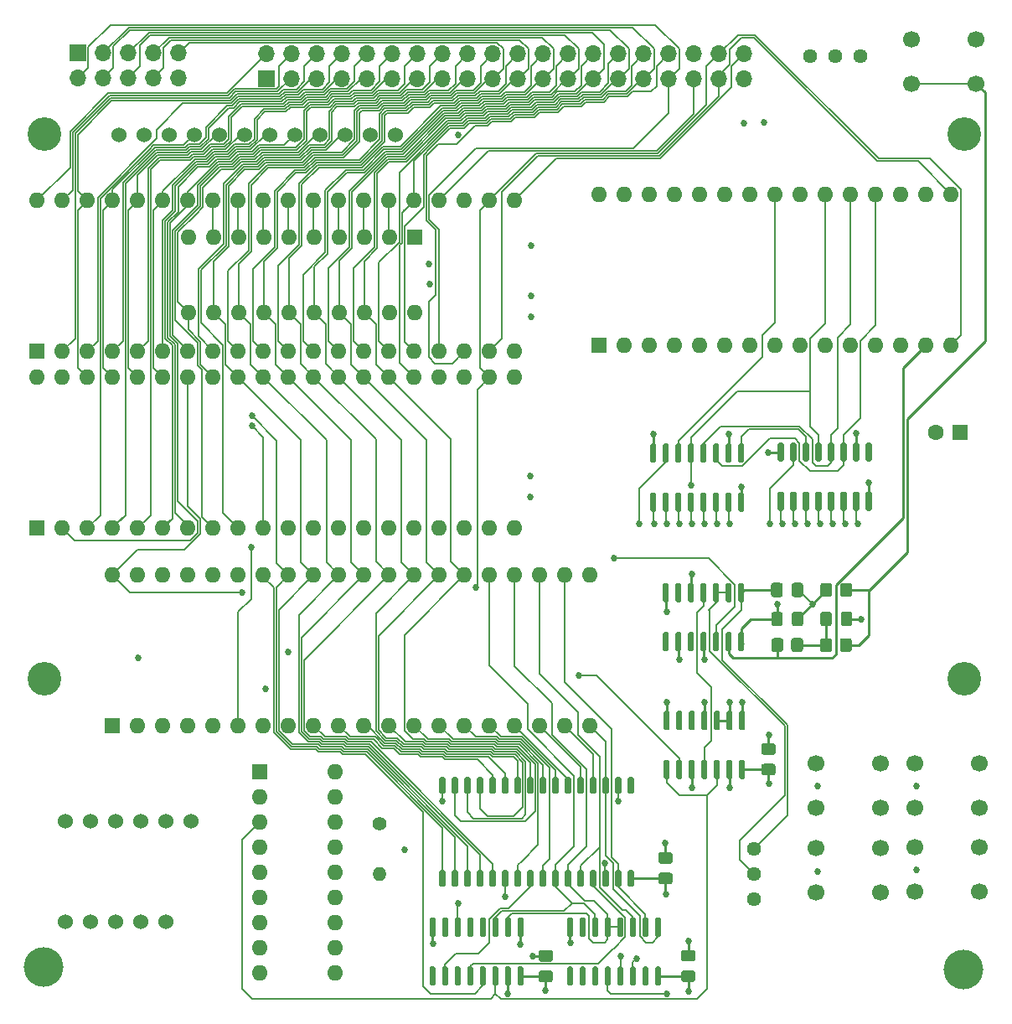
<source format=gbr>
%TF.GenerationSoftware,KiCad,Pcbnew,(5.1.7)-1*%
%TF.CreationDate,2020-12-26T11:55:58+01:00*%
%TF.ProjectId,sbc6526,73626336-3532-4362-9e6b-696361645f70,rev?*%
%TF.SameCoordinates,Original*%
%TF.FileFunction,Copper,L1,Top*%
%TF.FilePolarity,Positive*%
%FSLAX46Y46*%
G04 Gerber Fmt 4.6, Leading zero omitted, Abs format (unit mm)*
G04 Created by KiCad (PCBNEW (5.1.7)-1) date 2020-12-26 11:55:58*
%MOMM*%
%LPD*%
G01*
G04 APERTURE LIST*
%TA.AperFunction,ComponentPad*%
%ADD10O,1.600000X1.600000*%
%TD*%
%TA.AperFunction,ComponentPad*%
%ADD11R,1.600000X1.600000*%
%TD*%
%TA.AperFunction,WasherPad*%
%ADD12C,3.400000*%
%TD*%
%TA.AperFunction,ComponentPad*%
%ADD13C,1.524000*%
%TD*%
%TA.AperFunction,ComponentPad*%
%ADD14O,1.700000X1.700000*%
%TD*%
%TA.AperFunction,ComponentPad*%
%ADD15R,1.700000X1.700000*%
%TD*%
%TA.AperFunction,ComponentPad*%
%ADD16C,1.440000*%
%TD*%
%TA.AperFunction,ComponentPad*%
%ADD17C,1.600000*%
%TD*%
%TA.AperFunction,ComponentPad*%
%ADD18O,1.400000X1.400000*%
%TD*%
%TA.AperFunction,ComponentPad*%
%ADD19C,1.400000*%
%TD*%
%TA.AperFunction,ComponentPad*%
%ADD20C,1.700000*%
%TD*%
%TA.AperFunction,ViaPad*%
%ADD21C,4.000000*%
%TD*%
%TA.AperFunction,ViaPad*%
%ADD22C,0.685800*%
%TD*%
%TA.AperFunction,Conductor*%
%ADD23C,0.254000*%
%TD*%
%TA.AperFunction,Conductor*%
%ADD24C,0.127000*%
%TD*%
G04 APERTURE END LIST*
D10*
%TO.P,U3,40*%
%TO.N,/~RES*%
X110325000Y-106450000D03*
%TO.P,U3,20*%
%TO.N,/bootstrap/A11*%
X158585000Y-121690000D03*
%TO.P,U3,39*%
%TO.N,Net-(U3-Pad39)*%
X112865000Y-106450000D03*
%TO.P,U3,19*%
%TO.N,/bootstrap/A10*%
X156045000Y-121690000D03*
%TO.P,U3,38*%
%TO.N,VCC*%
X115405000Y-106450000D03*
%TO.P,U3,18*%
%TO.N,/bootstrap/A9*%
X153505000Y-121690000D03*
%TO.P,U3,37*%
%TO.N,/PHI2*%
X117945000Y-106450000D03*
%TO.P,U3,17*%
%TO.N,/bootstrap/A8*%
X150965000Y-121690000D03*
%TO.P,U3,36*%
%TO.N,/bootstrap/BE*%
X120485000Y-106450000D03*
%TO.P,U3,16*%
%TO.N,/bootstrap/A7*%
X148425000Y-121690000D03*
%TO.P,U3,35*%
%TO.N,Net-(U3-Pad35)*%
X123025000Y-106450000D03*
%TO.P,U3,15*%
%TO.N,/bootstrap/A6*%
X145885000Y-121690000D03*
%TO.P,U3,34*%
%TO.N,/R~W*%
X125565000Y-106450000D03*
%TO.P,U3,14*%
%TO.N,/bootstrap/A5*%
X143345000Y-121690000D03*
%TO.P,U3,33*%
%TO.N,/bootstrap/D0*%
X128105000Y-106450000D03*
%TO.P,U3,13*%
%TO.N,/bootstrap/A4*%
X140805000Y-121690000D03*
%TO.P,U3,32*%
%TO.N,/bootstrap/D1*%
X130645000Y-106450000D03*
%TO.P,U3,12*%
%TO.N,/bootstrap/A3*%
X138265000Y-121690000D03*
%TO.P,U3,31*%
%TO.N,/bootstrap/D2*%
X133185000Y-106450000D03*
%TO.P,U3,11*%
%TO.N,/bootstrap/A2*%
X135725000Y-121690000D03*
%TO.P,U3,30*%
%TO.N,/bootstrap/D3*%
X135725000Y-106450000D03*
%TO.P,U3,10*%
%TO.N,/bootstrap/A1*%
X133185000Y-121690000D03*
%TO.P,U3,29*%
%TO.N,/bootstrap/D4*%
X138265000Y-106450000D03*
%TO.P,U3,9*%
%TO.N,/bootstrap/A0*%
X130645000Y-121690000D03*
%TO.P,U3,28*%
%TO.N,/bootstrap/D5*%
X140805000Y-106450000D03*
%TO.P,U3,8*%
%TO.N,VCC*%
X128105000Y-121690000D03*
%TO.P,U3,27*%
%TO.N,/bootstrap/D6*%
X143345000Y-106450000D03*
%TO.P,U3,7*%
%TO.N,Net-(U3-Pad7)*%
X125565000Y-121690000D03*
%TO.P,U3,26*%
%TO.N,/bootstrap/D7*%
X145885000Y-106450000D03*
%TO.P,U3,6*%
%TO.N,/~VIAIRQ*%
X123025000Y-121690000D03*
%TO.P,U3,25*%
%TO.N,/bootstrap/A15*%
X148425000Y-106450000D03*
%TO.P,U3,5*%
%TO.N,Net-(U3-Pad5)*%
X120485000Y-121690000D03*
%TO.P,U3,24*%
%TO.N,/bootstrap/A14*%
X150965000Y-106450000D03*
%TO.P,U3,4*%
%TO.N,/~IRQ*%
X117945000Y-121690000D03*
%TO.P,U3,23*%
%TO.N,/bootstrap/A13*%
X153505000Y-106450000D03*
%TO.P,U3,3*%
%TO.N,Net-(U3-Pad3)*%
X115405000Y-121690000D03*
%TO.P,U3,22*%
%TO.N,/bootstrap/A12*%
X156045000Y-106450000D03*
%TO.P,U3,2*%
%TO.N,Net-(R11-Pad1)*%
X112865000Y-121690000D03*
%TO.P,U3,21*%
%TO.N,GND*%
X158585000Y-106450000D03*
D11*
%TO.P,U3,1*%
%TO.N,Net-(U3-Pad1)*%
X110325000Y-121690000D03*
%TD*%
D12*
%TO.P,LCD1,*%
%TO.N,*%
X196425000Y-61925000D03*
X196425000Y-116925000D03*
X103425000Y-116925000D03*
X103425000Y-61925000D03*
D13*
%TO.P,LCD1,16*%
%TO.N,GND*%
X138875000Y-61965000D03*
%TO.P,LCD1,15*%
%TO.N,Net-(LCD1-Pad15)*%
X136335000Y-61965000D03*
%TO.P,LCD1,14*%
%TO.N,/peripherals/LCD_D7*%
X133795000Y-61965000D03*
%TO.P,LCD1,13*%
%TO.N,/peripherals/LCD_D6*%
X131255000Y-61965000D03*
%TO.P,LCD1,12*%
%TO.N,/peripherals/LCD_D5*%
X128715000Y-61965000D03*
%TO.P,LCD1,11*%
%TO.N,/peripherals/LCD_D4*%
X126175000Y-61965000D03*
%TO.P,LCD1,6*%
%TO.N,/peripherals/LCD_E*%
X123635000Y-61965000D03*
%TO.P,LCD1,5*%
%TO.N,/peripherals/LCD_RW*%
X121095000Y-61965000D03*
%TO.P,LCD1,4*%
%TO.N,/peripherals/LCD_RS*%
X118555000Y-61965000D03*
%TO.P,LCD1,3*%
%TO.N,Net-(LCD1-Pad3)*%
X116015000Y-61965000D03*
%TO.P,LCD1,2*%
%TO.N,VCC*%
X113475000Y-61965000D03*
%TO.P,LCD1,1*%
%TO.N,GND*%
X110935000Y-61965000D03*
%TD*%
D10*
%TO.P,U2,40*%
%TO.N,Net-(U2-Pad40)*%
X102700000Y-86460000D03*
%TO.P,U2,20*%
%TO.N,VCC*%
X150960000Y-101700000D03*
%TO.P,U2,39*%
%TO.N,Net-(U2-Pad39)*%
X105240000Y-86460000D03*
%TO.P,U2,19*%
%TO.N,Net-(U2-Pad19)*%
X148420000Y-101700000D03*
%TO.P,U2,38*%
%TO.N,/bootstrap/A0*%
X107780000Y-86460000D03*
%TO.P,U2,18*%
%TO.N,Net-(U2-Pad18)*%
X145880000Y-101700000D03*
%TO.P,U2,37*%
%TO.N,/bootstrap/A1*%
X110320000Y-86460000D03*
%TO.P,U2,17*%
%TO.N,/io/VPB7*%
X143340000Y-101700000D03*
%TO.P,U2,36*%
%TO.N,/bootstrap/A2*%
X112860000Y-86460000D03*
%TO.P,U2,16*%
%TO.N,/io/VPB6*%
X140800000Y-101700000D03*
%TO.P,U2,35*%
%TO.N,/bootstrap/A3*%
X115400000Y-86460000D03*
%TO.P,U2,15*%
%TO.N,/io/VPB5*%
X138260000Y-101700000D03*
%TO.P,U2,34*%
%TO.N,/~RES*%
X117940000Y-86460000D03*
%TO.P,U2,14*%
%TO.N,/io/VPB4*%
X135720000Y-101700000D03*
%TO.P,U2,33*%
%TO.N,/bootstrap/D0*%
X120480000Y-86460000D03*
%TO.P,U2,13*%
%TO.N,Net-(U2-Pad13)*%
X133180000Y-101700000D03*
%TO.P,U2,32*%
%TO.N,/bootstrap/D1*%
X123020000Y-86460000D03*
%TO.P,U2,12*%
%TO.N,Net-(U2-Pad12)*%
X130640000Y-101700000D03*
%TO.P,U2,31*%
%TO.N,/bootstrap/D2*%
X125560000Y-86460000D03*
%TO.P,U2,11*%
%TO.N,/TOD*%
X128100000Y-101700000D03*
%TO.P,U2,30*%
%TO.N,/bootstrap/D3*%
X128100000Y-86460000D03*
%TO.P,U2,10*%
%TO.N,/TODENABLE*%
X125560000Y-101700000D03*
%TO.P,U2,29*%
%TO.N,/bootstrap/D4*%
X130640000Y-86460000D03*
%TO.P,U2,9*%
%TO.N,/peripherals/LCD_D7*%
X123020000Y-101700000D03*
%TO.P,U2,28*%
%TO.N,/bootstrap/D5*%
X133180000Y-86460000D03*
%TO.P,U2,8*%
%TO.N,/peripherals/LCD_D6*%
X120480000Y-101700000D03*
%TO.P,U2,27*%
%TO.N,/bootstrap/D6*%
X135720000Y-86460000D03*
%TO.P,U2,7*%
%TO.N,/peripherals/LCD_D5*%
X117940000Y-101700000D03*
%TO.P,U2,26*%
%TO.N,/bootstrap/D7*%
X138260000Y-86460000D03*
%TO.P,U2,6*%
%TO.N,/peripherals/LCD_D4*%
X115400000Y-101700000D03*
%TO.P,U2,25*%
%TO.N,/PHI2*%
X140800000Y-86460000D03*
%TO.P,U2,5*%
%TO.N,/peripherals/LCD_E*%
X112860000Y-101700000D03*
%TO.P,U2,24*%
%TO.N,VCC*%
X143340000Y-86460000D03*
%TO.P,U2,4*%
%TO.N,/peripherals/LCD_RW*%
X110320000Y-101700000D03*
%TO.P,U2,23*%
%TO.N,/memory/~VIA*%
X145880000Y-86460000D03*
%TO.P,U2,3*%
%TO.N,/peripherals/LCD_RS*%
X107780000Y-101700000D03*
%TO.P,U2,22*%
%TO.N,/R~W*%
X148420000Y-86460000D03*
%TO.P,U2,2*%
%TO.N,/peripherals/~CIARES*%
X105240000Y-101700000D03*
%TO.P,U2,21*%
%TO.N,/~VIAIRQ*%
X150960000Y-86460000D03*
D11*
%TO.P,U2,1*%
%TO.N,GND*%
X102700000Y-101700000D03*
%TD*%
D14*
%TO.P,EXT6526,40*%
%TO.N,/~IRQ*%
X174160000Y-53760000D03*
%TO.P,EXT6526,39*%
%TO.N,VCC*%
X174160000Y-56300000D03*
%TO.P,EXT6526,38*%
%TO.N,/R~W*%
X171620000Y-53760000D03*
%TO.P,EXT6526,37*%
%TO.N,/TOD*%
X171620000Y-56300000D03*
%TO.P,EXT6526,36*%
%TO.N,/memory/~CIAEXT*%
X169080000Y-53760000D03*
%TO.P,EXT6526,35*%
%TO.N,/peripherals/~EXTFLAG*%
X169080000Y-56300000D03*
%TO.P,EXT6526,34*%
%TO.N,/peripherals/~EXTPC*%
X166540000Y-53760000D03*
%TO.P,EXT6526,33*%
%TO.N,/io/PB7*%
X166540000Y-56300000D03*
%TO.P,EXT6526,32*%
%TO.N,/PHI2*%
X164000000Y-53760000D03*
%TO.P,EXT6526,31*%
%TO.N,/io/PB6*%
X164000000Y-56300000D03*
%TO.P,EXT6526,30*%
%TO.N,/bootstrap/D7*%
X161460000Y-53760000D03*
%TO.P,EXT6526,29*%
%TO.N,/io/PB5*%
X161460000Y-56300000D03*
%TO.P,EXT6526,28*%
%TO.N,/bootstrap/D6*%
X158920000Y-53760000D03*
%TO.P,EXT6526,27*%
%TO.N,/io/PB4*%
X158920000Y-56300000D03*
%TO.P,EXT6526,26*%
%TO.N,/bootstrap/D5*%
X156380000Y-53760000D03*
%TO.P,EXT6526,25*%
%TO.N,/io/PB3*%
X156380000Y-56300000D03*
%TO.P,EXT6526,24*%
%TO.N,/bootstrap/D4*%
X153840000Y-53760000D03*
%TO.P,EXT6526,23*%
%TO.N,/io/PB2*%
X153840000Y-56300000D03*
%TO.P,EXT6526,22*%
%TO.N,/bootstrap/D3*%
X151300000Y-53760000D03*
%TO.P,EXT6526,21*%
%TO.N,/io/PB1*%
X151300000Y-56300000D03*
%TO.P,EXT6526,20*%
%TO.N,/bootstrap/D2*%
X148760000Y-53760000D03*
%TO.P,EXT6526,19*%
%TO.N,/io/PB0*%
X148760000Y-56300000D03*
%TO.P,EXT6526,18*%
%TO.N,/bootstrap/D1*%
X146220000Y-53760000D03*
%TO.P,EXT6526,17*%
%TO.N,/peripherals/PA7*%
X146220000Y-56300000D03*
%TO.P,EXT6526,16*%
%TO.N,/bootstrap/D0*%
X143680000Y-53760000D03*
%TO.P,EXT6526,15*%
%TO.N,/peripherals/PA6*%
X143680000Y-56300000D03*
%TO.P,EXT6526,14*%
%TO.N,/peripherals/~CIARES*%
X141140000Y-53760000D03*
%TO.P,EXT6526,13*%
%TO.N,/peripherals/PA5*%
X141140000Y-56300000D03*
%TO.P,EXT6526,12*%
%TO.N,/bootstrap/A3*%
X138600000Y-53760000D03*
%TO.P,EXT6526,11*%
%TO.N,/peripherals/PA4*%
X138600000Y-56300000D03*
%TO.P,EXT6526,10*%
%TO.N,/bootstrap/A2*%
X136060000Y-53760000D03*
%TO.P,EXT6526,9*%
%TO.N,/peripherals/PA3*%
X136060000Y-56300000D03*
%TO.P,EXT6526,8*%
%TO.N,/bootstrap/A1*%
X133520000Y-53760000D03*
%TO.P,EXT6526,7*%
%TO.N,/peripherals/PA2*%
X133520000Y-56300000D03*
%TO.P,EXT6526,6*%
%TO.N,/bootstrap/A0*%
X130980000Y-53760000D03*
%TO.P,EXT6526,5*%
%TO.N,/peripherals/PA1*%
X130980000Y-56300000D03*
%TO.P,EXT6526,4*%
%TO.N,/peripherals/SERDAT*%
X128440000Y-53760000D03*
%TO.P,EXT6526,3*%
%TO.N,/peripherals/PA0*%
X128440000Y-56300000D03*
%TO.P,EXT6526,2*%
%TO.N,/peripherals/SERCLK*%
X125900000Y-53760000D03*
D15*
%TO.P,EXT6526,1*%
%TO.N,GND*%
X125900000Y-56300000D03*
%TD*%
D13*
%TO.P,LED1,11*%
%TO.N,/clockmeter/A*%
X115730000Y-131280000D03*
%TO.P,LED1,10*%
%TO.N,/clockmeter/F*%
X113190000Y-131280000D03*
%TO.P,LED1,9*%
%TO.N,/clockmeter/C2*%
X110650000Y-131280000D03*
%TO.P,LED1,8*%
%TO.N,/clockmeter/C3*%
X108110000Y-131280000D03*
%TO.P,LED1,7*%
%TO.N,/clockmeter/B*%
X105570000Y-131280000D03*
%TO.P,LED1,12*%
%TO.N,/clockmeter/C1*%
X118270000Y-131280000D03*
%TO.P,LED1,5*%
%TO.N,/clockmeter/G*%
X115730000Y-141440000D03*
%TO.P,LED1,4*%
%TO.N,/clockmeter/C*%
X113190000Y-141440000D03*
%TO.P,LED1,3*%
%TO.N,/clockmeter/DP*%
X110650000Y-141440000D03*
%TO.P,LED1,2*%
%TO.N,/clockmeter/D*%
X108110000Y-141440000D03*
%TO.P,LED1,1*%
%TO.N,/clockmeter/E*%
X105570000Y-141440000D03*
%TD*%
D16*
%TO.P,P1,3*%
%TO.N,Net-(P1-Pad3)*%
X175133000Y-139192000D03*
%TO.P,P1,2*%
%TO.N,Net-(P1-Pad2)*%
X175133000Y-136652000D03*
%TO.P,P1,1*%
%TO.N,Net-(C13-Pad1)*%
X175133000Y-134112000D03*
%TD*%
%TO.P,C12,2*%
%TO.N,Net-(C12-Pad2)*%
%TA.AperFunction,SMDPad,CuDef*%
G36*
G01*
X183012500Y-110400000D02*
X183012500Y-111350000D01*
G75*
G02*
X182762500Y-111600000I-250000J0D01*
G01*
X182087500Y-111600000D01*
G75*
G02*
X181837500Y-111350000I0J250000D01*
G01*
X181837500Y-110400000D01*
G75*
G02*
X182087500Y-110150000I250000J0D01*
G01*
X182762500Y-110150000D01*
G75*
G02*
X183012500Y-110400000I0J-250000D01*
G01*
G37*
%TD.AperFunction*%
%TO.P,C12,1*%
%TO.N,VCC*%
%TA.AperFunction,SMDPad,CuDef*%
G36*
G01*
X185087500Y-110400000D02*
X185087500Y-111350000D01*
G75*
G02*
X184837500Y-111600000I-250000J0D01*
G01*
X184162500Y-111600000D01*
G75*
G02*
X183912500Y-111350000I0J250000D01*
G01*
X183912500Y-110400000D01*
G75*
G02*
X184162500Y-110150000I250000J0D01*
G01*
X184837500Y-110150000D01*
G75*
G02*
X185087500Y-110400000I0J-250000D01*
G01*
G37*
%TD.AperFunction*%
%TD*%
%TO.P,R13,2*%
%TO.N,Net-(R13-Pad2)*%
%TA.AperFunction,SMDPad,CuDef*%
G36*
G01*
X183825000Y-113975001D02*
X183825000Y-113074999D01*
G75*
G02*
X184074999Y-112825000I249999J0D01*
G01*
X184775001Y-112825000D01*
G75*
G02*
X185025000Y-113074999I0J-249999D01*
G01*
X185025000Y-113975001D01*
G75*
G02*
X184775001Y-114225000I-249999J0D01*
G01*
X184074999Y-114225000D01*
G75*
G02*
X183825000Y-113975001I0J249999D01*
G01*
G37*
%TD.AperFunction*%
%TO.P,R13,1*%
%TO.N,Net-(C12-Pad2)*%
%TA.AperFunction,SMDPad,CuDef*%
G36*
G01*
X181825000Y-113975001D02*
X181825000Y-113074999D01*
G75*
G02*
X182074999Y-112825000I249999J0D01*
G01*
X182775001Y-112825000D01*
G75*
G02*
X183025000Y-113074999I0J-249999D01*
G01*
X183025000Y-113975001D01*
G75*
G02*
X182775001Y-114225000I-249999J0D01*
G01*
X182074999Y-114225000D01*
G75*
G02*
X181825000Y-113975001I0J249999D01*
G01*
G37*
%TD.AperFunction*%
%TD*%
%TO.P,R14,2*%
%TO.N,GND*%
%TA.AperFunction,SMDPad,CuDef*%
G36*
G01*
X183050000Y-107499999D02*
X183050000Y-108400001D01*
G75*
G02*
X182800001Y-108650000I-249999J0D01*
G01*
X182099999Y-108650000D01*
G75*
G02*
X181850000Y-108400001I0J249999D01*
G01*
X181850000Y-107499999D01*
G75*
G02*
X182099999Y-107250000I249999J0D01*
G01*
X182800001Y-107250000D01*
G75*
G02*
X183050000Y-107499999I0J-249999D01*
G01*
G37*
%TD.AperFunction*%
%TO.P,R14,1*%
%TO.N,Net-(R13-Pad2)*%
%TA.AperFunction,SMDPad,CuDef*%
G36*
G01*
X185050000Y-107499999D02*
X185050000Y-108400001D01*
G75*
G02*
X184800001Y-108650000I-249999J0D01*
G01*
X184099999Y-108650000D01*
G75*
G02*
X183850000Y-108400001I0J249999D01*
G01*
X183850000Y-107499999D01*
G75*
G02*
X184099999Y-107250000I249999J0D01*
G01*
X184800001Y-107250000D01*
G75*
G02*
X185050000Y-107499999I0J-249999D01*
G01*
G37*
%TD.AperFunction*%
%TD*%
%TO.P,R12,2*%
%TO.N,Net-(C12-Pad2)*%
%TA.AperFunction,SMDPad,CuDef*%
G36*
G01*
X178900000Y-113965001D02*
X178900000Y-113064999D01*
G75*
G02*
X179149999Y-112815000I249999J0D01*
G01*
X179850001Y-112815000D01*
G75*
G02*
X180100000Y-113064999I0J-249999D01*
G01*
X180100000Y-113965001D01*
G75*
G02*
X179850001Y-114215000I-249999J0D01*
G01*
X179149999Y-114215000D01*
G75*
G02*
X178900000Y-113965001I0J249999D01*
G01*
G37*
%TD.AperFunction*%
%TO.P,R12,1*%
%TO.N,/bootstrap/RESET*%
%TA.AperFunction,SMDPad,CuDef*%
G36*
G01*
X176900000Y-113965001D02*
X176900000Y-113064999D01*
G75*
G02*
X177149999Y-112815000I249999J0D01*
G01*
X177850001Y-112815000D01*
G75*
G02*
X178100000Y-113064999I0J-249999D01*
G01*
X178100000Y-113965001D01*
G75*
G02*
X177850001Y-114215000I-249999J0D01*
G01*
X177149999Y-114215000D01*
G75*
G02*
X176900000Y-113965001I0J249999D01*
G01*
G37*
%TD.AperFunction*%
%TD*%
%TO.P,C4,2*%
%TO.N,GND*%
%TA.AperFunction,SMDPad,CuDef*%
G36*
G01*
X166675000Y-135612500D02*
X165725000Y-135612500D01*
G75*
G02*
X165475000Y-135362500I0J250000D01*
G01*
X165475000Y-134687500D01*
G75*
G02*
X165725000Y-134437500I250000J0D01*
G01*
X166675000Y-134437500D01*
G75*
G02*
X166925000Y-134687500I0J-250000D01*
G01*
X166925000Y-135362500D01*
G75*
G02*
X166675000Y-135612500I-250000J0D01*
G01*
G37*
%TD.AperFunction*%
%TO.P,C4,1*%
%TO.N,VCC*%
%TA.AperFunction,SMDPad,CuDef*%
G36*
G01*
X166675000Y-137687500D02*
X165725000Y-137687500D01*
G75*
G02*
X165475000Y-137437500I0J250000D01*
G01*
X165475000Y-136762500D01*
G75*
G02*
X165725000Y-136512500I250000J0D01*
G01*
X166675000Y-136512500D01*
G75*
G02*
X166925000Y-136762500I0J-250000D01*
G01*
X166925000Y-137437500D01*
G75*
G02*
X166675000Y-137687500I-250000J0D01*
G01*
G37*
%TD.AperFunction*%
%TD*%
%TO.P,C7,2*%
%TO.N,GND*%
%TA.AperFunction,SMDPad,CuDef*%
G36*
G01*
X177075000Y-124612500D02*
X176125000Y-124612500D01*
G75*
G02*
X175875000Y-124362500I0J250000D01*
G01*
X175875000Y-123687500D01*
G75*
G02*
X176125000Y-123437500I250000J0D01*
G01*
X177075000Y-123437500D01*
G75*
G02*
X177325000Y-123687500I0J-250000D01*
G01*
X177325000Y-124362500D01*
G75*
G02*
X177075000Y-124612500I-250000J0D01*
G01*
G37*
%TD.AperFunction*%
%TO.P,C7,1*%
%TO.N,VCC*%
%TA.AperFunction,SMDPad,CuDef*%
G36*
G01*
X177075000Y-126687500D02*
X176125000Y-126687500D01*
G75*
G02*
X175875000Y-126437500I0J250000D01*
G01*
X175875000Y-125762500D01*
G75*
G02*
X176125000Y-125512500I250000J0D01*
G01*
X177075000Y-125512500D01*
G75*
G02*
X177325000Y-125762500I0J-250000D01*
G01*
X177325000Y-126437500D01*
G75*
G02*
X177075000Y-126687500I-250000J0D01*
G01*
G37*
%TD.AperFunction*%
%TD*%
%TO.P,C8,2*%
%TO.N,GND*%
%TA.AperFunction,SMDPad,CuDef*%
G36*
G01*
X178960000Y-111360000D02*
X178960000Y-110410000D01*
G75*
G02*
X179210000Y-110160000I250000J0D01*
G01*
X179885000Y-110160000D01*
G75*
G02*
X180135000Y-110410000I0J-250000D01*
G01*
X180135000Y-111360000D01*
G75*
G02*
X179885000Y-111610000I-250000J0D01*
G01*
X179210000Y-111610000D01*
G75*
G02*
X178960000Y-111360000I0J250000D01*
G01*
G37*
%TD.AperFunction*%
%TO.P,C8,1*%
%TO.N,VCC*%
%TA.AperFunction,SMDPad,CuDef*%
G36*
G01*
X176885000Y-111360000D02*
X176885000Y-110410000D01*
G75*
G02*
X177135000Y-110160000I250000J0D01*
G01*
X177810000Y-110160000D01*
G75*
G02*
X178060000Y-110410000I0J-250000D01*
G01*
X178060000Y-111360000D01*
G75*
G02*
X177810000Y-111610000I-250000J0D01*
G01*
X177135000Y-111610000D01*
G75*
G02*
X176885000Y-111360000I0J250000D01*
G01*
G37*
%TD.AperFunction*%
%TD*%
%TO.P,C9,2*%
%TO.N,GND*%
%TA.AperFunction,SMDPad,CuDef*%
G36*
G01*
X154575000Y-145512500D02*
X153625000Y-145512500D01*
G75*
G02*
X153375000Y-145262500I0J250000D01*
G01*
X153375000Y-144587500D01*
G75*
G02*
X153625000Y-144337500I250000J0D01*
G01*
X154575000Y-144337500D01*
G75*
G02*
X154825000Y-144587500I0J-250000D01*
G01*
X154825000Y-145262500D01*
G75*
G02*
X154575000Y-145512500I-250000J0D01*
G01*
G37*
%TD.AperFunction*%
%TO.P,C9,1*%
%TO.N,VCC*%
%TA.AperFunction,SMDPad,CuDef*%
G36*
G01*
X154575000Y-147587500D02*
X153625000Y-147587500D01*
G75*
G02*
X153375000Y-147337500I0J250000D01*
G01*
X153375000Y-146662500D01*
G75*
G02*
X153625000Y-146412500I250000J0D01*
G01*
X154575000Y-146412500D01*
G75*
G02*
X154825000Y-146662500I0J-250000D01*
G01*
X154825000Y-147337500D01*
G75*
G02*
X154575000Y-147587500I-250000J0D01*
G01*
G37*
%TD.AperFunction*%
%TD*%
%TO.P,C10,2*%
%TO.N,GND*%
%TA.AperFunction,SMDPad,CuDef*%
G36*
G01*
X168975000Y-145487500D02*
X168025000Y-145487500D01*
G75*
G02*
X167775000Y-145237500I0J250000D01*
G01*
X167775000Y-144562500D01*
G75*
G02*
X168025000Y-144312500I250000J0D01*
G01*
X168975000Y-144312500D01*
G75*
G02*
X169225000Y-144562500I0J-250000D01*
G01*
X169225000Y-145237500D01*
G75*
G02*
X168975000Y-145487500I-250000J0D01*
G01*
G37*
%TD.AperFunction*%
%TO.P,C10,1*%
%TO.N,VCC*%
%TA.AperFunction,SMDPad,CuDef*%
G36*
G01*
X168975000Y-147562500D02*
X168025000Y-147562500D01*
G75*
G02*
X167775000Y-147312500I0J250000D01*
G01*
X167775000Y-146637500D01*
G75*
G02*
X168025000Y-146387500I250000J0D01*
G01*
X168975000Y-146387500D01*
G75*
G02*
X169225000Y-146637500I0J-250000D01*
G01*
X169225000Y-147312500D01*
G75*
G02*
X168975000Y-147562500I-250000J0D01*
G01*
G37*
%TD.AperFunction*%
%TD*%
%TO.P,C13,2*%
%TO.N,GND*%
%TA.AperFunction,SMDPad,CuDef*%
G36*
G01*
X178950000Y-108425000D02*
X178950000Y-107475000D01*
G75*
G02*
X179200000Y-107225000I250000J0D01*
G01*
X179875000Y-107225000D01*
G75*
G02*
X180125000Y-107475000I0J-250000D01*
G01*
X180125000Y-108425000D01*
G75*
G02*
X179875000Y-108675000I-250000J0D01*
G01*
X179200000Y-108675000D01*
G75*
G02*
X178950000Y-108425000I0J250000D01*
G01*
G37*
%TD.AperFunction*%
%TO.P,C13,1*%
%TO.N,Net-(C13-Pad1)*%
%TA.AperFunction,SMDPad,CuDef*%
G36*
G01*
X176875000Y-108425000D02*
X176875000Y-107475000D01*
G75*
G02*
X177125000Y-107225000I250000J0D01*
G01*
X177800000Y-107225000D01*
G75*
G02*
X178050000Y-107475000I0J-250000D01*
G01*
X178050000Y-108425000D01*
G75*
G02*
X177800000Y-108675000I-250000J0D01*
G01*
X177125000Y-108675000D01*
G75*
G02*
X176875000Y-108425000I0J250000D01*
G01*
G37*
%TD.AperFunction*%
%TD*%
D17*
%TO.P,C14,2*%
%TO.N,GND*%
X193500000Y-92000000D03*
D11*
%TO.P,C14,1*%
%TO.N,VCC*%
X196000000Y-92000000D03*
%TD*%
D10*
%TO.P,NANO1,16*%
%TO.N,/TOD*%
X195060000Y-67960000D03*
%TO.P,NANO1,15*%
%TO.N,/R~W*%
X195060000Y-83200000D03*
%TO.P,NANO1,30*%
%TO.N,Net-(NANO1-Pad30)*%
X159500000Y-67960000D03*
%TO.P,NANO1,14*%
%TO.N,/bootstrap/RESET*%
X192520000Y-83200000D03*
%TO.P,NANO1,29*%
%TO.N,GND*%
X162040000Y-67960000D03*
%TO.P,NANO1,13*%
%TO.N,/~CE*%
X189980000Y-83200000D03*
%TO.P,NANO1,28*%
%TO.N,Net-(NANO1-Pad28)*%
X164580000Y-67960000D03*
%TO.P,NANO1,12*%
%TO.N,/bootstrap/D0*%
X187440000Y-83200000D03*
%TO.P,NANO1,27*%
%TO.N,VCC*%
X167120000Y-67960000D03*
%TO.P,NANO1,11*%
%TO.N,/bootstrap/D1*%
X184900000Y-83200000D03*
%TO.P,NANO1,26*%
%TO.N,/TODENABLE*%
X169660000Y-67960000D03*
%TO.P,NANO1,10*%
%TO.N,/bootstrap/D2*%
X182360000Y-83200000D03*
%TO.P,NANO1,25*%
%TO.N,Net-(NANO1-Pad25)*%
X172200000Y-67960000D03*
%TO.P,NANO1,9*%
%TO.N,/bootstrap/D3*%
X179820000Y-83200000D03*
%TO.P,NANO1,24*%
%TO.N,Net-(NANO1-Pad24)*%
X174740000Y-67960000D03*
%TO.P,NANO1,8*%
%TO.N,/bootstrap/D4*%
X177280000Y-83200000D03*
%TO.P,NANO1,23*%
%TO.N,/bootstrap/DS*%
X177280000Y-67960000D03*
%TO.P,NANO1,7*%
%TO.N,/bootstrap/D5*%
X174740000Y-83200000D03*
%TO.P,NANO1,22*%
%TO.N,Net-(NANO1-Pad22)*%
X179820000Y-67960000D03*
%TO.P,NANO1,6*%
%TO.N,/bootstrap/D6*%
X172200000Y-83200000D03*
%TO.P,NANO1,21*%
%TO.N,/bootstrap/BE*%
X182360000Y-67960000D03*
%TO.P,NANO1,5*%
%TO.N,/bootstrap/D7*%
X169660000Y-83200000D03*
%TO.P,NANO1,20*%
%TO.N,/bootstrap/LATCH*%
X184900000Y-67960000D03*
%TO.P,NANO1,4*%
%TO.N,GND*%
X167120000Y-83200000D03*
%TO.P,NANO1,19*%
%TO.N,/bootstrap/CLOCK*%
X187440000Y-67960000D03*
%TO.P,NANO1,3*%
%TO.N,Net-(NANO1-Pad3)*%
X164580000Y-83200000D03*
%TO.P,NANO1,18*%
%TO.N,Net-(NANO1-Pad18)*%
X189980000Y-67960000D03*
%TO.P,NANO1,2*%
%TO.N,Net-(NANO1-Pad2)*%
X162040000Y-83200000D03*
%TO.P,NANO1,17*%
%TO.N,Net-(NANO1-Pad17)*%
X192520000Y-67960000D03*
D11*
%TO.P,NANO1,1*%
%TO.N,Net-(NANO1-Pad1)*%
X159500000Y-83200000D03*
%TD*%
D16*
%TO.P,P2,3*%
%TO.N,VCC*%
X180820000Y-54000000D03*
%TO.P,P2,2*%
%TO.N,Net-(LCD1-Pad3)*%
X183360000Y-54000000D03*
%TO.P,P2,1*%
%TO.N,GND*%
X185900000Y-54000000D03*
%TD*%
D10*
%TO.P,PIC1,18*%
%TO.N,Net-(PIC1-Pad18)*%
X132820000Y-126300000D03*
%TO.P,PIC1,9*%
%TO.N,Net-(PIC1-Pad9)*%
X125200000Y-146620000D03*
%TO.P,PIC1,17*%
%TO.N,/clockmeter/C3*%
X132820000Y-128840000D03*
%TO.P,PIC1,8*%
%TO.N,Net-(PIC1-Pad8)*%
X125200000Y-144080000D03*
%TO.P,PIC1,16*%
%TO.N,Net-(C5-Pad1)*%
X132820000Y-131380000D03*
%TO.P,PIC1,7*%
%TO.N,Net-(PIC1-Pad7)*%
X125200000Y-141540000D03*
%TO.P,PIC1,15*%
%TO.N,Net-(C6-Pad1)*%
X132820000Y-133920000D03*
%TO.P,PIC1,6*%
%TO.N,Net-(PIC1-Pad6)*%
X125200000Y-139000000D03*
%TO.P,PIC1,14*%
%TO.N,VCC*%
X132820000Y-136460000D03*
%TO.P,PIC1,5*%
%TO.N,GND*%
X125200000Y-136460000D03*
%TO.P,PIC1,13*%
%TO.N,Net-(PIC1-Pad13)*%
X132820000Y-139000000D03*
%TO.P,PIC1,4*%
%TO.N,Net-(PIC1-Pad4)*%
X125200000Y-133920000D03*
%TO.P,PIC1,12*%
%TO.N,Net-(PIC1-Pad12)*%
X132820000Y-141540000D03*
%TO.P,PIC1,3*%
%TO.N,/clock/~PHI2*%
X125200000Y-131380000D03*
%TO.P,PIC1,11*%
%TO.N,Net-(PIC1-Pad11)*%
X132820000Y-144080000D03*
%TO.P,PIC1,2*%
%TO.N,/clockmeter/C1*%
X125200000Y-128840000D03*
%TO.P,PIC1,10*%
%TO.N,Net-(PIC1-Pad10)*%
X132820000Y-146620000D03*
D11*
%TO.P,PIC1,1*%
%TO.N,/clockmeter/C2*%
X125200000Y-126300000D03*
%TD*%
%TO.P,U4,1*%
%TO.N,Net-(U4-Pad1)*%
%TA.AperFunction,SMDPad,CuDef*%
G36*
G01*
X162545000Y-126850000D02*
X162845000Y-126850000D01*
G75*
G02*
X162995000Y-127000000I0J-150000D01*
G01*
X162995000Y-128400000D01*
G75*
G02*
X162845000Y-128550000I-150000J0D01*
G01*
X162545000Y-128550000D01*
G75*
G02*
X162395000Y-128400000I0J150000D01*
G01*
X162395000Y-127000000D01*
G75*
G02*
X162545000Y-126850000I150000J0D01*
G01*
G37*
%TD.AperFunction*%
%TO.P,U4,2*%
%TO.N,GND*%
%TA.AperFunction,SMDPad,CuDef*%
G36*
G01*
X161275000Y-126850000D02*
X161575000Y-126850000D01*
G75*
G02*
X161725000Y-127000000I0J-150000D01*
G01*
X161725000Y-128400000D01*
G75*
G02*
X161575000Y-128550000I-150000J0D01*
G01*
X161275000Y-128550000D01*
G75*
G02*
X161125000Y-128400000I0J150000D01*
G01*
X161125000Y-127000000D01*
G75*
G02*
X161275000Y-126850000I150000J0D01*
G01*
G37*
%TD.AperFunction*%
%TO.P,U4,3*%
%TO.N,/bootstrap/A11*%
%TA.AperFunction,SMDPad,CuDef*%
G36*
G01*
X160005000Y-126850000D02*
X160305000Y-126850000D01*
G75*
G02*
X160455000Y-127000000I0J-150000D01*
G01*
X160455000Y-128400000D01*
G75*
G02*
X160305000Y-128550000I-150000J0D01*
G01*
X160005000Y-128550000D01*
G75*
G02*
X159855000Y-128400000I0J150000D01*
G01*
X159855000Y-127000000D01*
G75*
G02*
X160005000Y-126850000I150000J0D01*
G01*
G37*
%TD.AperFunction*%
%TO.P,U4,4*%
%TO.N,/bootstrap/A10*%
%TA.AperFunction,SMDPad,CuDef*%
G36*
G01*
X158735000Y-126850000D02*
X159035000Y-126850000D01*
G75*
G02*
X159185000Y-127000000I0J-150000D01*
G01*
X159185000Y-128400000D01*
G75*
G02*
X159035000Y-128550000I-150000J0D01*
G01*
X158735000Y-128550000D01*
G75*
G02*
X158585000Y-128400000I0J150000D01*
G01*
X158585000Y-127000000D01*
G75*
G02*
X158735000Y-126850000I150000J0D01*
G01*
G37*
%TD.AperFunction*%
%TO.P,U4,5*%
%TO.N,/bootstrap/A9*%
%TA.AperFunction,SMDPad,CuDef*%
G36*
G01*
X157465000Y-126850000D02*
X157765000Y-126850000D01*
G75*
G02*
X157915000Y-127000000I0J-150000D01*
G01*
X157915000Y-128400000D01*
G75*
G02*
X157765000Y-128550000I-150000J0D01*
G01*
X157465000Y-128550000D01*
G75*
G02*
X157315000Y-128400000I0J150000D01*
G01*
X157315000Y-127000000D01*
G75*
G02*
X157465000Y-126850000I150000J0D01*
G01*
G37*
%TD.AperFunction*%
%TO.P,U4,6*%
%TO.N,/bootstrap/A8*%
%TA.AperFunction,SMDPad,CuDef*%
G36*
G01*
X156195000Y-126850000D02*
X156495000Y-126850000D01*
G75*
G02*
X156645000Y-127000000I0J-150000D01*
G01*
X156645000Y-128400000D01*
G75*
G02*
X156495000Y-128550000I-150000J0D01*
G01*
X156195000Y-128550000D01*
G75*
G02*
X156045000Y-128400000I0J150000D01*
G01*
X156045000Y-127000000D01*
G75*
G02*
X156195000Y-126850000I150000J0D01*
G01*
G37*
%TD.AperFunction*%
%TO.P,U4,7*%
%TO.N,/bootstrap/A7*%
%TA.AperFunction,SMDPad,CuDef*%
G36*
G01*
X154925000Y-126850000D02*
X155225000Y-126850000D01*
G75*
G02*
X155375000Y-127000000I0J-150000D01*
G01*
X155375000Y-128400000D01*
G75*
G02*
X155225000Y-128550000I-150000J0D01*
G01*
X154925000Y-128550000D01*
G75*
G02*
X154775000Y-128400000I0J150000D01*
G01*
X154775000Y-127000000D01*
G75*
G02*
X154925000Y-126850000I150000J0D01*
G01*
G37*
%TD.AperFunction*%
%TO.P,U4,8*%
%TO.N,/bootstrap/A5*%
%TA.AperFunction,SMDPad,CuDef*%
G36*
G01*
X153655000Y-126850000D02*
X153955000Y-126850000D01*
G75*
G02*
X154105000Y-127000000I0J-150000D01*
G01*
X154105000Y-128400000D01*
G75*
G02*
X153955000Y-128550000I-150000J0D01*
G01*
X153655000Y-128550000D01*
G75*
G02*
X153505000Y-128400000I0J150000D01*
G01*
X153505000Y-127000000D01*
G75*
G02*
X153655000Y-126850000I150000J0D01*
G01*
G37*
%TD.AperFunction*%
%TO.P,U4,9*%
%TO.N,/bootstrap/A3*%
%TA.AperFunction,SMDPad,CuDef*%
G36*
G01*
X152385000Y-126850000D02*
X152685000Y-126850000D01*
G75*
G02*
X152835000Y-127000000I0J-150000D01*
G01*
X152835000Y-128400000D01*
G75*
G02*
X152685000Y-128550000I-150000J0D01*
G01*
X152385000Y-128550000D01*
G75*
G02*
X152235000Y-128400000I0J150000D01*
G01*
X152235000Y-127000000D01*
G75*
G02*
X152385000Y-126850000I150000J0D01*
G01*
G37*
%TD.AperFunction*%
%TO.P,U4,10*%
%TO.N,/bootstrap/A2*%
%TA.AperFunction,SMDPad,CuDef*%
G36*
G01*
X151115000Y-126850000D02*
X151415000Y-126850000D01*
G75*
G02*
X151565000Y-127000000I0J-150000D01*
G01*
X151565000Y-128400000D01*
G75*
G02*
X151415000Y-128550000I-150000J0D01*
G01*
X151115000Y-128550000D01*
G75*
G02*
X150965000Y-128400000I0J150000D01*
G01*
X150965000Y-127000000D01*
G75*
G02*
X151115000Y-126850000I150000J0D01*
G01*
G37*
%TD.AperFunction*%
%TO.P,U4,11*%
%TO.N,/bootstrap/A1*%
%TA.AperFunction,SMDPad,CuDef*%
G36*
G01*
X149845000Y-126850000D02*
X150145000Y-126850000D01*
G75*
G02*
X150295000Y-127000000I0J-150000D01*
G01*
X150295000Y-128400000D01*
G75*
G02*
X150145000Y-128550000I-150000J0D01*
G01*
X149845000Y-128550000D01*
G75*
G02*
X149695000Y-128400000I0J150000D01*
G01*
X149695000Y-127000000D01*
G75*
G02*
X149845000Y-126850000I150000J0D01*
G01*
G37*
%TD.AperFunction*%
%TO.P,U4,12*%
%TO.N,/bootstrap/A0*%
%TA.AperFunction,SMDPad,CuDef*%
G36*
G01*
X148575000Y-126850000D02*
X148875000Y-126850000D01*
G75*
G02*
X149025000Y-127000000I0J-150000D01*
G01*
X149025000Y-128400000D01*
G75*
G02*
X148875000Y-128550000I-150000J0D01*
G01*
X148575000Y-128550000D01*
G75*
G02*
X148425000Y-128400000I0J150000D01*
G01*
X148425000Y-127000000D01*
G75*
G02*
X148575000Y-126850000I150000J0D01*
G01*
G37*
%TD.AperFunction*%
%TO.P,U4,13*%
%TO.N,/bootstrap/D5*%
%TA.AperFunction,SMDPad,CuDef*%
G36*
G01*
X147305000Y-126850000D02*
X147605000Y-126850000D01*
G75*
G02*
X147755000Y-127000000I0J-150000D01*
G01*
X147755000Y-128400000D01*
G75*
G02*
X147605000Y-128550000I-150000J0D01*
G01*
X147305000Y-128550000D01*
G75*
G02*
X147155000Y-128400000I0J150000D01*
G01*
X147155000Y-127000000D01*
G75*
G02*
X147305000Y-126850000I150000J0D01*
G01*
G37*
%TD.AperFunction*%
%TO.P,U4,14*%
%TO.N,/bootstrap/D6*%
%TA.AperFunction,SMDPad,CuDef*%
G36*
G01*
X146035000Y-126850000D02*
X146335000Y-126850000D01*
G75*
G02*
X146485000Y-127000000I0J-150000D01*
G01*
X146485000Y-128400000D01*
G75*
G02*
X146335000Y-128550000I-150000J0D01*
G01*
X146035000Y-128550000D01*
G75*
G02*
X145885000Y-128400000I0J150000D01*
G01*
X145885000Y-127000000D01*
G75*
G02*
X146035000Y-126850000I150000J0D01*
G01*
G37*
%TD.AperFunction*%
%TO.P,U4,15*%
%TO.N,/bootstrap/D7*%
%TA.AperFunction,SMDPad,CuDef*%
G36*
G01*
X144765000Y-126850000D02*
X145065000Y-126850000D01*
G75*
G02*
X145215000Y-127000000I0J-150000D01*
G01*
X145215000Y-128400000D01*
G75*
G02*
X145065000Y-128550000I-150000J0D01*
G01*
X144765000Y-128550000D01*
G75*
G02*
X144615000Y-128400000I0J150000D01*
G01*
X144615000Y-127000000D01*
G75*
G02*
X144765000Y-126850000I150000J0D01*
G01*
G37*
%TD.AperFunction*%
%TO.P,U4,16*%
%TO.N,GND*%
%TA.AperFunction,SMDPad,CuDef*%
G36*
G01*
X143495000Y-126850000D02*
X143795000Y-126850000D01*
G75*
G02*
X143945000Y-127000000I0J-150000D01*
G01*
X143945000Y-128400000D01*
G75*
G02*
X143795000Y-128550000I-150000J0D01*
G01*
X143495000Y-128550000D01*
G75*
G02*
X143345000Y-128400000I0J150000D01*
G01*
X143345000Y-127000000D01*
G75*
G02*
X143495000Y-126850000I150000J0D01*
G01*
G37*
%TD.AperFunction*%
%TO.P,U4,17*%
%TO.N,/bootstrap/D0*%
%TA.AperFunction,SMDPad,CuDef*%
G36*
G01*
X143495000Y-136250000D02*
X143795000Y-136250000D01*
G75*
G02*
X143945000Y-136400000I0J-150000D01*
G01*
X143945000Y-137800000D01*
G75*
G02*
X143795000Y-137950000I-150000J0D01*
G01*
X143495000Y-137950000D01*
G75*
G02*
X143345000Y-137800000I0J150000D01*
G01*
X143345000Y-136400000D01*
G75*
G02*
X143495000Y-136250000I150000J0D01*
G01*
G37*
%TD.AperFunction*%
%TO.P,U4,18*%
%TO.N,/bootstrap/D1*%
%TA.AperFunction,SMDPad,CuDef*%
G36*
G01*
X144765000Y-136250000D02*
X145065000Y-136250000D01*
G75*
G02*
X145215000Y-136400000I0J-150000D01*
G01*
X145215000Y-137800000D01*
G75*
G02*
X145065000Y-137950000I-150000J0D01*
G01*
X144765000Y-137950000D01*
G75*
G02*
X144615000Y-137800000I0J150000D01*
G01*
X144615000Y-136400000D01*
G75*
G02*
X144765000Y-136250000I150000J0D01*
G01*
G37*
%TD.AperFunction*%
%TO.P,U4,19*%
%TO.N,/bootstrap/D2*%
%TA.AperFunction,SMDPad,CuDef*%
G36*
G01*
X146035000Y-136250000D02*
X146335000Y-136250000D01*
G75*
G02*
X146485000Y-136400000I0J-150000D01*
G01*
X146485000Y-137800000D01*
G75*
G02*
X146335000Y-137950000I-150000J0D01*
G01*
X146035000Y-137950000D01*
G75*
G02*
X145885000Y-137800000I0J150000D01*
G01*
X145885000Y-136400000D01*
G75*
G02*
X146035000Y-136250000I150000J0D01*
G01*
G37*
%TD.AperFunction*%
%TO.P,U4,20*%
%TO.N,/bootstrap/D3*%
%TA.AperFunction,SMDPad,CuDef*%
G36*
G01*
X147305000Y-136250000D02*
X147605000Y-136250000D01*
G75*
G02*
X147755000Y-136400000I0J-150000D01*
G01*
X147755000Y-137800000D01*
G75*
G02*
X147605000Y-137950000I-150000J0D01*
G01*
X147305000Y-137950000D01*
G75*
G02*
X147155000Y-137800000I0J150000D01*
G01*
X147155000Y-136400000D01*
G75*
G02*
X147305000Y-136250000I150000J0D01*
G01*
G37*
%TD.AperFunction*%
%TO.P,U4,21*%
%TO.N,/bootstrap/D4*%
%TA.AperFunction,SMDPad,CuDef*%
G36*
G01*
X148575000Y-136250000D02*
X148875000Y-136250000D01*
G75*
G02*
X149025000Y-136400000I0J-150000D01*
G01*
X149025000Y-137800000D01*
G75*
G02*
X148875000Y-137950000I-150000J0D01*
G01*
X148575000Y-137950000D01*
G75*
G02*
X148425000Y-137800000I0J150000D01*
G01*
X148425000Y-136400000D01*
G75*
G02*
X148575000Y-136250000I150000J0D01*
G01*
G37*
%TD.AperFunction*%
%TO.P,U4,22*%
%TO.N,/~CE*%
%TA.AperFunction,SMDPad,CuDef*%
G36*
G01*
X149845000Y-136250000D02*
X150145000Y-136250000D01*
G75*
G02*
X150295000Y-136400000I0J-150000D01*
G01*
X150295000Y-137800000D01*
G75*
G02*
X150145000Y-137950000I-150000J0D01*
G01*
X149845000Y-137950000D01*
G75*
G02*
X149695000Y-137800000I0J150000D01*
G01*
X149695000Y-136400000D01*
G75*
G02*
X149845000Y-136250000I150000J0D01*
G01*
G37*
%TD.AperFunction*%
%TO.P,U4,23*%
%TO.N,/bootstrap/A4*%
%TA.AperFunction,SMDPad,CuDef*%
G36*
G01*
X151115000Y-136250000D02*
X151415000Y-136250000D01*
G75*
G02*
X151565000Y-136400000I0J-150000D01*
G01*
X151565000Y-137800000D01*
G75*
G02*
X151415000Y-137950000I-150000J0D01*
G01*
X151115000Y-137950000D01*
G75*
G02*
X150965000Y-137800000I0J150000D01*
G01*
X150965000Y-136400000D01*
G75*
G02*
X151115000Y-136250000I150000J0D01*
G01*
G37*
%TD.AperFunction*%
%TO.P,U4,24*%
%TO.N,/memory/~OE*%
%TA.AperFunction,SMDPad,CuDef*%
G36*
G01*
X152385000Y-136250000D02*
X152685000Y-136250000D01*
G75*
G02*
X152835000Y-136400000I0J-150000D01*
G01*
X152835000Y-137800000D01*
G75*
G02*
X152685000Y-137950000I-150000J0D01*
G01*
X152385000Y-137950000D01*
G75*
G02*
X152235000Y-137800000I0J150000D01*
G01*
X152235000Y-136400000D01*
G75*
G02*
X152385000Y-136250000I150000J0D01*
G01*
G37*
%TD.AperFunction*%
%TO.P,U4,25*%
%TO.N,/bootstrap/A6*%
%TA.AperFunction,SMDPad,CuDef*%
G36*
G01*
X153655000Y-136250000D02*
X153955000Y-136250000D01*
G75*
G02*
X154105000Y-136400000I0J-150000D01*
G01*
X154105000Y-137800000D01*
G75*
G02*
X153955000Y-137950000I-150000J0D01*
G01*
X153655000Y-137950000D01*
G75*
G02*
X153505000Y-137800000I0J150000D01*
G01*
X153505000Y-136400000D01*
G75*
G02*
X153655000Y-136250000I150000J0D01*
G01*
G37*
%TD.AperFunction*%
%TO.P,U4,26*%
%TO.N,/bootstrap/A15*%
%TA.AperFunction,SMDPad,CuDef*%
G36*
G01*
X154925000Y-136250000D02*
X155225000Y-136250000D01*
G75*
G02*
X155375000Y-136400000I0J-150000D01*
G01*
X155375000Y-137800000D01*
G75*
G02*
X155225000Y-137950000I-150000J0D01*
G01*
X154925000Y-137950000D01*
G75*
G02*
X154775000Y-137800000I0J150000D01*
G01*
X154775000Y-136400000D01*
G75*
G02*
X154925000Y-136250000I150000J0D01*
G01*
G37*
%TD.AperFunction*%
%TO.P,U4,27*%
%TO.N,/bootstrap/A14*%
%TA.AperFunction,SMDPad,CuDef*%
G36*
G01*
X156195000Y-136250000D02*
X156495000Y-136250000D01*
G75*
G02*
X156645000Y-136400000I0J-150000D01*
G01*
X156645000Y-137800000D01*
G75*
G02*
X156495000Y-137950000I-150000J0D01*
G01*
X156195000Y-137950000D01*
G75*
G02*
X156045000Y-137800000I0J150000D01*
G01*
X156045000Y-136400000D01*
G75*
G02*
X156195000Y-136250000I150000J0D01*
G01*
G37*
%TD.AperFunction*%
%TO.P,U4,28*%
%TO.N,/bootstrap/A13*%
%TA.AperFunction,SMDPad,CuDef*%
G36*
G01*
X157465000Y-136250000D02*
X157765000Y-136250000D01*
G75*
G02*
X157915000Y-136400000I0J-150000D01*
G01*
X157915000Y-137800000D01*
G75*
G02*
X157765000Y-137950000I-150000J0D01*
G01*
X157465000Y-137950000D01*
G75*
G02*
X157315000Y-137800000I0J150000D01*
G01*
X157315000Y-136400000D01*
G75*
G02*
X157465000Y-136250000I150000J0D01*
G01*
G37*
%TD.AperFunction*%
%TO.P,U4,29*%
%TO.N,/memory/~WE*%
%TA.AperFunction,SMDPad,CuDef*%
G36*
G01*
X158735000Y-136250000D02*
X159035000Y-136250000D01*
G75*
G02*
X159185000Y-136400000I0J-150000D01*
G01*
X159185000Y-137800000D01*
G75*
G02*
X159035000Y-137950000I-150000J0D01*
G01*
X158735000Y-137950000D01*
G75*
G02*
X158585000Y-137800000I0J150000D01*
G01*
X158585000Y-136400000D01*
G75*
G02*
X158735000Y-136250000I150000J0D01*
G01*
G37*
%TD.AperFunction*%
%TO.P,U4,30*%
%TO.N,/memory/RAMCE*%
%TA.AperFunction,SMDPad,CuDef*%
G36*
G01*
X160005000Y-136250000D02*
X160305000Y-136250000D01*
G75*
G02*
X160455000Y-136400000I0J-150000D01*
G01*
X160455000Y-137800000D01*
G75*
G02*
X160305000Y-137950000I-150000J0D01*
G01*
X160005000Y-137950000D01*
G75*
G02*
X159855000Y-137800000I0J150000D01*
G01*
X159855000Y-136400000D01*
G75*
G02*
X160005000Y-136250000I150000J0D01*
G01*
G37*
%TD.AperFunction*%
%TO.P,U4,31*%
%TO.N,/bootstrap/A12*%
%TA.AperFunction,SMDPad,CuDef*%
G36*
G01*
X161275000Y-136250000D02*
X161575000Y-136250000D01*
G75*
G02*
X161725000Y-136400000I0J-150000D01*
G01*
X161725000Y-137800000D01*
G75*
G02*
X161575000Y-137950000I-150000J0D01*
G01*
X161275000Y-137950000D01*
G75*
G02*
X161125000Y-137800000I0J150000D01*
G01*
X161125000Y-136400000D01*
G75*
G02*
X161275000Y-136250000I150000J0D01*
G01*
G37*
%TD.AperFunction*%
%TO.P,U4,32*%
%TO.N,VCC*%
%TA.AperFunction,SMDPad,CuDef*%
G36*
G01*
X162545000Y-136250000D02*
X162845000Y-136250000D01*
G75*
G02*
X162995000Y-136400000I0J-150000D01*
G01*
X162995000Y-137800000D01*
G75*
G02*
X162845000Y-137950000I-150000J0D01*
G01*
X162545000Y-137950000D01*
G75*
G02*
X162395000Y-137800000I0J150000D01*
G01*
X162395000Y-136400000D01*
G75*
G02*
X162545000Y-136250000I150000J0D01*
G01*
G37*
%TD.AperFunction*%
%TD*%
%TO.P,U5,16*%
%TO.N,VCC*%
%TA.AperFunction,SMDPad,CuDef*%
G36*
G01*
X165105000Y-95100000D02*
X164805000Y-95100000D01*
G75*
G02*
X164655000Y-94950000I0J150000D01*
G01*
X164655000Y-93300000D01*
G75*
G02*
X164805000Y-93150000I150000J0D01*
G01*
X165105000Y-93150000D01*
G75*
G02*
X165255000Y-93300000I0J-150000D01*
G01*
X165255000Y-94950000D01*
G75*
G02*
X165105000Y-95100000I-150000J0D01*
G01*
G37*
%TD.AperFunction*%
%TO.P,U5,15*%
%TO.N,/bootstrap/A0*%
%TA.AperFunction,SMDPad,CuDef*%
G36*
G01*
X166375000Y-95100000D02*
X166075000Y-95100000D01*
G75*
G02*
X165925000Y-94950000I0J150000D01*
G01*
X165925000Y-93300000D01*
G75*
G02*
X166075000Y-93150000I150000J0D01*
G01*
X166375000Y-93150000D01*
G75*
G02*
X166525000Y-93300000I0J-150000D01*
G01*
X166525000Y-94950000D01*
G75*
G02*
X166375000Y-95100000I-150000J0D01*
G01*
G37*
%TD.AperFunction*%
%TO.P,U5,14*%
%TO.N,/bootstrap/DS*%
%TA.AperFunction,SMDPad,CuDef*%
G36*
G01*
X167645000Y-95100000D02*
X167345000Y-95100000D01*
G75*
G02*
X167195000Y-94950000I0J150000D01*
G01*
X167195000Y-93300000D01*
G75*
G02*
X167345000Y-93150000I150000J0D01*
G01*
X167645000Y-93150000D01*
G75*
G02*
X167795000Y-93300000I0J-150000D01*
G01*
X167795000Y-94950000D01*
G75*
G02*
X167645000Y-95100000I-150000J0D01*
G01*
G37*
%TD.AperFunction*%
%TO.P,U5,13*%
%TO.N,/bootstrap/BE*%
%TA.AperFunction,SMDPad,CuDef*%
G36*
G01*
X168915000Y-95100000D02*
X168615000Y-95100000D01*
G75*
G02*
X168465000Y-94950000I0J150000D01*
G01*
X168465000Y-93300000D01*
G75*
G02*
X168615000Y-93150000I150000J0D01*
G01*
X168915000Y-93150000D01*
G75*
G02*
X169065000Y-93300000I0J-150000D01*
G01*
X169065000Y-94950000D01*
G75*
G02*
X168915000Y-95100000I-150000J0D01*
G01*
G37*
%TD.AperFunction*%
%TO.P,U5,12*%
%TO.N,/bootstrap/LATCH*%
%TA.AperFunction,SMDPad,CuDef*%
G36*
G01*
X170185000Y-95100000D02*
X169885000Y-95100000D01*
G75*
G02*
X169735000Y-94950000I0J150000D01*
G01*
X169735000Y-93300000D01*
G75*
G02*
X169885000Y-93150000I150000J0D01*
G01*
X170185000Y-93150000D01*
G75*
G02*
X170335000Y-93300000I0J-150000D01*
G01*
X170335000Y-94950000D01*
G75*
G02*
X170185000Y-95100000I-150000J0D01*
G01*
G37*
%TD.AperFunction*%
%TO.P,U5,11*%
%TO.N,/bootstrap/CLOCK*%
%TA.AperFunction,SMDPad,CuDef*%
G36*
G01*
X171455000Y-95100000D02*
X171155000Y-95100000D01*
G75*
G02*
X171005000Y-94950000I0J150000D01*
G01*
X171005000Y-93300000D01*
G75*
G02*
X171155000Y-93150000I150000J0D01*
G01*
X171455000Y-93150000D01*
G75*
G02*
X171605000Y-93300000I0J-150000D01*
G01*
X171605000Y-94950000D01*
G75*
G02*
X171455000Y-95100000I-150000J0D01*
G01*
G37*
%TD.AperFunction*%
%TO.P,U5,10*%
%TO.N,VCC*%
%TA.AperFunction,SMDPad,CuDef*%
G36*
G01*
X172725000Y-95100000D02*
X172425000Y-95100000D01*
G75*
G02*
X172275000Y-94950000I0J150000D01*
G01*
X172275000Y-93300000D01*
G75*
G02*
X172425000Y-93150000I150000J0D01*
G01*
X172725000Y-93150000D01*
G75*
G02*
X172875000Y-93300000I0J-150000D01*
G01*
X172875000Y-94950000D01*
G75*
G02*
X172725000Y-95100000I-150000J0D01*
G01*
G37*
%TD.AperFunction*%
%TO.P,U5,9*%
%TO.N,Net-(U5-Pad9)*%
%TA.AperFunction,SMDPad,CuDef*%
G36*
G01*
X173995000Y-95100000D02*
X173695000Y-95100000D01*
G75*
G02*
X173545000Y-94950000I0J150000D01*
G01*
X173545000Y-93300000D01*
G75*
G02*
X173695000Y-93150000I150000J0D01*
G01*
X173995000Y-93150000D01*
G75*
G02*
X174145000Y-93300000I0J-150000D01*
G01*
X174145000Y-94950000D01*
G75*
G02*
X173995000Y-95100000I-150000J0D01*
G01*
G37*
%TD.AperFunction*%
%TO.P,U5,8*%
%TO.N,GND*%
%TA.AperFunction,SMDPad,CuDef*%
G36*
G01*
X173995000Y-100050000D02*
X173695000Y-100050000D01*
G75*
G02*
X173545000Y-99900000I0J150000D01*
G01*
X173545000Y-98250000D01*
G75*
G02*
X173695000Y-98100000I150000J0D01*
G01*
X173995000Y-98100000D01*
G75*
G02*
X174145000Y-98250000I0J-150000D01*
G01*
X174145000Y-99900000D01*
G75*
G02*
X173995000Y-100050000I-150000J0D01*
G01*
G37*
%TD.AperFunction*%
%TO.P,U5,7*%
%TO.N,/bootstrap/A7*%
%TA.AperFunction,SMDPad,CuDef*%
G36*
G01*
X172725000Y-100050000D02*
X172425000Y-100050000D01*
G75*
G02*
X172275000Y-99900000I0J150000D01*
G01*
X172275000Y-98250000D01*
G75*
G02*
X172425000Y-98100000I150000J0D01*
G01*
X172725000Y-98100000D01*
G75*
G02*
X172875000Y-98250000I0J-150000D01*
G01*
X172875000Y-99900000D01*
G75*
G02*
X172725000Y-100050000I-150000J0D01*
G01*
G37*
%TD.AperFunction*%
%TO.P,U5,6*%
%TO.N,/bootstrap/A6*%
%TA.AperFunction,SMDPad,CuDef*%
G36*
G01*
X171455000Y-100050000D02*
X171155000Y-100050000D01*
G75*
G02*
X171005000Y-99900000I0J150000D01*
G01*
X171005000Y-98250000D01*
G75*
G02*
X171155000Y-98100000I150000J0D01*
G01*
X171455000Y-98100000D01*
G75*
G02*
X171605000Y-98250000I0J-150000D01*
G01*
X171605000Y-99900000D01*
G75*
G02*
X171455000Y-100050000I-150000J0D01*
G01*
G37*
%TD.AperFunction*%
%TO.P,U5,5*%
%TO.N,/bootstrap/A5*%
%TA.AperFunction,SMDPad,CuDef*%
G36*
G01*
X170185000Y-100050000D02*
X169885000Y-100050000D01*
G75*
G02*
X169735000Y-99900000I0J150000D01*
G01*
X169735000Y-98250000D01*
G75*
G02*
X169885000Y-98100000I150000J0D01*
G01*
X170185000Y-98100000D01*
G75*
G02*
X170335000Y-98250000I0J-150000D01*
G01*
X170335000Y-99900000D01*
G75*
G02*
X170185000Y-100050000I-150000J0D01*
G01*
G37*
%TD.AperFunction*%
%TO.P,U5,4*%
%TO.N,/bootstrap/A4*%
%TA.AperFunction,SMDPad,CuDef*%
G36*
G01*
X168915000Y-100050000D02*
X168615000Y-100050000D01*
G75*
G02*
X168465000Y-99900000I0J150000D01*
G01*
X168465000Y-98250000D01*
G75*
G02*
X168615000Y-98100000I150000J0D01*
G01*
X168915000Y-98100000D01*
G75*
G02*
X169065000Y-98250000I0J-150000D01*
G01*
X169065000Y-99900000D01*
G75*
G02*
X168915000Y-100050000I-150000J0D01*
G01*
G37*
%TD.AperFunction*%
%TO.P,U5,3*%
%TO.N,/bootstrap/A3*%
%TA.AperFunction,SMDPad,CuDef*%
G36*
G01*
X167645000Y-100050000D02*
X167345000Y-100050000D01*
G75*
G02*
X167195000Y-99900000I0J150000D01*
G01*
X167195000Y-98250000D01*
G75*
G02*
X167345000Y-98100000I150000J0D01*
G01*
X167645000Y-98100000D01*
G75*
G02*
X167795000Y-98250000I0J-150000D01*
G01*
X167795000Y-99900000D01*
G75*
G02*
X167645000Y-100050000I-150000J0D01*
G01*
G37*
%TD.AperFunction*%
%TO.P,U5,2*%
%TO.N,/bootstrap/A2*%
%TA.AperFunction,SMDPad,CuDef*%
G36*
G01*
X166375000Y-100050000D02*
X166075000Y-100050000D01*
G75*
G02*
X165925000Y-99900000I0J150000D01*
G01*
X165925000Y-98250000D01*
G75*
G02*
X166075000Y-98100000I150000J0D01*
G01*
X166375000Y-98100000D01*
G75*
G02*
X166525000Y-98250000I0J-150000D01*
G01*
X166525000Y-99900000D01*
G75*
G02*
X166375000Y-100050000I-150000J0D01*
G01*
G37*
%TD.AperFunction*%
%TO.P,U5,1*%
%TO.N,/bootstrap/A1*%
%TA.AperFunction,SMDPad,CuDef*%
G36*
G01*
X165105000Y-100050000D02*
X164805000Y-100050000D01*
G75*
G02*
X164655000Y-99900000I0J150000D01*
G01*
X164655000Y-98250000D01*
G75*
G02*
X164805000Y-98100000I150000J0D01*
G01*
X165105000Y-98100000D01*
G75*
G02*
X165255000Y-98250000I0J-150000D01*
G01*
X165255000Y-99900000D01*
G75*
G02*
X165105000Y-100050000I-150000J0D01*
G01*
G37*
%TD.AperFunction*%
%TD*%
%TO.P,U6,16*%
%TO.N,VCC*%
%TA.AperFunction,SMDPad,CuDef*%
G36*
G01*
X178005000Y-95000000D02*
X177705000Y-95000000D01*
G75*
G02*
X177555000Y-94850000I0J150000D01*
G01*
X177555000Y-93200000D01*
G75*
G02*
X177705000Y-93050000I150000J0D01*
G01*
X178005000Y-93050000D01*
G75*
G02*
X178155000Y-93200000I0J-150000D01*
G01*
X178155000Y-94850000D01*
G75*
G02*
X178005000Y-95000000I-150000J0D01*
G01*
G37*
%TD.AperFunction*%
%TO.P,U6,15*%
%TO.N,/bootstrap/A8*%
%TA.AperFunction,SMDPad,CuDef*%
G36*
G01*
X179275000Y-95000000D02*
X178975000Y-95000000D01*
G75*
G02*
X178825000Y-94850000I0J150000D01*
G01*
X178825000Y-93200000D01*
G75*
G02*
X178975000Y-93050000I150000J0D01*
G01*
X179275000Y-93050000D01*
G75*
G02*
X179425000Y-93200000I0J-150000D01*
G01*
X179425000Y-94850000D01*
G75*
G02*
X179275000Y-95000000I-150000J0D01*
G01*
G37*
%TD.AperFunction*%
%TO.P,U6,14*%
%TO.N,Net-(U5-Pad9)*%
%TA.AperFunction,SMDPad,CuDef*%
G36*
G01*
X180545000Y-95000000D02*
X180245000Y-95000000D01*
G75*
G02*
X180095000Y-94850000I0J150000D01*
G01*
X180095000Y-93200000D01*
G75*
G02*
X180245000Y-93050000I150000J0D01*
G01*
X180545000Y-93050000D01*
G75*
G02*
X180695000Y-93200000I0J-150000D01*
G01*
X180695000Y-94850000D01*
G75*
G02*
X180545000Y-95000000I-150000J0D01*
G01*
G37*
%TD.AperFunction*%
%TO.P,U6,13*%
%TO.N,/bootstrap/BE*%
%TA.AperFunction,SMDPad,CuDef*%
G36*
G01*
X181815000Y-95000000D02*
X181515000Y-95000000D01*
G75*
G02*
X181365000Y-94850000I0J150000D01*
G01*
X181365000Y-93200000D01*
G75*
G02*
X181515000Y-93050000I150000J0D01*
G01*
X181815000Y-93050000D01*
G75*
G02*
X181965000Y-93200000I0J-150000D01*
G01*
X181965000Y-94850000D01*
G75*
G02*
X181815000Y-95000000I-150000J0D01*
G01*
G37*
%TD.AperFunction*%
%TO.P,U6,12*%
%TO.N,/bootstrap/LATCH*%
%TA.AperFunction,SMDPad,CuDef*%
G36*
G01*
X183085000Y-95000000D02*
X182785000Y-95000000D01*
G75*
G02*
X182635000Y-94850000I0J150000D01*
G01*
X182635000Y-93200000D01*
G75*
G02*
X182785000Y-93050000I150000J0D01*
G01*
X183085000Y-93050000D01*
G75*
G02*
X183235000Y-93200000I0J-150000D01*
G01*
X183235000Y-94850000D01*
G75*
G02*
X183085000Y-95000000I-150000J0D01*
G01*
G37*
%TD.AperFunction*%
%TO.P,U6,11*%
%TO.N,/bootstrap/CLOCK*%
%TA.AperFunction,SMDPad,CuDef*%
G36*
G01*
X184355000Y-95000000D02*
X184055000Y-95000000D01*
G75*
G02*
X183905000Y-94850000I0J150000D01*
G01*
X183905000Y-93200000D01*
G75*
G02*
X184055000Y-93050000I150000J0D01*
G01*
X184355000Y-93050000D01*
G75*
G02*
X184505000Y-93200000I0J-150000D01*
G01*
X184505000Y-94850000D01*
G75*
G02*
X184355000Y-95000000I-150000J0D01*
G01*
G37*
%TD.AperFunction*%
%TO.P,U6,10*%
%TO.N,VCC*%
%TA.AperFunction,SMDPad,CuDef*%
G36*
G01*
X185625000Y-95000000D02*
X185325000Y-95000000D01*
G75*
G02*
X185175000Y-94850000I0J150000D01*
G01*
X185175000Y-93200000D01*
G75*
G02*
X185325000Y-93050000I150000J0D01*
G01*
X185625000Y-93050000D01*
G75*
G02*
X185775000Y-93200000I0J-150000D01*
G01*
X185775000Y-94850000D01*
G75*
G02*
X185625000Y-95000000I-150000J0D01*
G01*
G37*
%TD.AperFunction*%
%TO.P,U6,9*%
%TO.N,Net-(U6-Pad9)*%
%TA.AperFunction,SMDPad,CuDef*%
G36*
G01*
X186895000Y-95000000D02*
X186595000Y-95000000D01*
G75*
G02*
X186445000Y-94850000I0J150000D01*
G01*
X186445000Y-93200000D01*
G75*
G02*
X186595000Y-93050000I150000J0D01*
G01*
X186895000Y-93050000D01*
G75*
G02*
X187045000Y-93200000I0J-150000D01*
G01*
X187045000Y-94850000D01*
G75*
G02*
X186895000Y-95000000I-150000J0D01*
G01*
G37*
%TD.AperFunction*%
%TO.P,U6,8*%
%TO.N,GND*%
%TA.AperFunction,SMDPad,CuDef*%
G36*
G01*
X186895000Y-99950000D02*
X186595000Y-99950000D01*
G75*
G02*
X186445000Y-99800000I0J150000D01*
G01*
X186445000Y-98150000D01*
G75*
G02*
X186595000Y-98000000I150000J0D01*
G01*
X186895000Y-98000000D01*
G75*
G02*
X187045000Y-98150000I0J-150000D01*
G01*
X187045000Y-99800000D01*
G75*
G02*
X186895000Y-99950000I-150000J0D01*
G01*
G37*
%TD.AperFunction*%
%TO.P,U6,7*%
%TO.N,/bootstrap/A15*%
%TA.AperFunction,SMDPad,CuDef*%
G36*
G01*
X185625000Y-99950000D02*
X185325000Y-99950000D01*
G75*
G02*
X185175000Y-99800000I0J150000D01*
G01*
X185175000Y-98150000D01*
G75*
G02*
X185325000Y-98000000I150000J0D01*
G01*
X185625000Y-98000000D01*
G75*
G02*
X185775000Y-98150000I0J-150000D01*
G01*
X185775000Y-99800000D01*
G75*
G02*
X185625000Y-99950000I-150000J0D01*
G01*
G37*
%TD.AperFunction*%
%TO.P,U6,6*%
%TO.N,/bootstrap/A14*%
%TA.AperFunction,SMDPad,CuDef*%
G36*
G01*
X184355000Y-99950000D02*
X184055000Y-99950000D01*
G75*
G02*
X183905000Y-99800000I0J150000D01*
G01*
X183905000Y-98150000D01*
G75*
G02*
X184055000Y-98000000I150000J0D01*
G01*
X184355000Y-98000000D01*
G75*
G02*
X184505000Y-98150000I0J-150000D01*
G01*
X184505000Y-99800000D01*
G75*
G02*
X184355000Y-99950000I-150000J0D01*
G01*
G37*
%TD.AperFunction*%
%TO.P,U6,5*%
%TO.N,/bootstrap/A13*%
%TA.AperFunction,SMDPad,CuDef*%
G36*
G01*
X183085000Y-99950000D02*
X182785000Y-99950000D01*
G75*
G02*
X182635000Y-99800000I0J150000D01*
G01*
X182635000Y-98150000D01*
G75*
G02*
X182785000Y-98000000I150000J0D01*
G01*
X183085000Y-98000000D01*
G75*
G02*
X183235000Y-98150000I0J-150000D01*
G01*
X183235000Y-99800000D01*
G75*
G02*
X183085000Y-99950000I-150000J0D01*
G01*
G37*
%TD.AperFunction*%
%TO.P,U6,4*%
%TO.N,/bootstrap/A12*%
%TA.AperFunction,SMDPad,CuDef*%
G36*
G01*
X181815000Y-99950000D02*
X181515000Y-99950000D01*
G75*
G02*
X181365000Y-99800000I0J150000D01*
G01*
X181365000Y-98150000D01*
G75*
G02*
X181515000Y-98000000I150000J0D01*
G01*
X181815000Y-98000000D01*
G75*
G02*
X181965000Y-98150000I0J-150000D01*
G01*
X181965000Y-99800000D01*
G75*
G02*
X181815000Y-99950000I-150000J0D01*
G01*
G37*
%TD.AperFunction*%
%TO.P,U6,3*%
%TO.N,/bootstrap/A11*%
%TA.AperFunction,SMDPad,CuDef*%
G36*
G01*
X180545000Y-99950000D02*
X180245000Y-99950000D01*
G75*
G02*
X180095000Y-99800000I0J150000D01*
G01*
X180095000Y-98150000D01*
G75*
G02*
X180245000Y-98000000I150000J0D01*
G01*
X180545000Y-98000000D01*
G75*
G02*
X180695000Y-98150000I0J-150000D01*
G01*
X180695000Y-99800000D01*
G75*
G02*
X180545000Y-99950000I-150000J0D01*
G01*
G37*
%TD.AperFunction*%
%TO.P,U6,2*%
%TO.N,/bootstrap/A10*%
%TA.AperFunction,SMDPad,CuDef*%
G36*
G01*
X179275000Y-99950000D02*
X178975000Y-99950000D01*
G75*
G02*
X178825000Y-99800000I0J150000D01*
G01*
X178825000Y-98150000D01*
G75*
G02*
X178975000Y-98000000I150000J0D01*
G01*
X179275000Y-98000000D01*
G75*
G02*
X179425000Y-98150000I0J-150000D01*
G01*
X179425000Y-99800000D01*
G75*
G02*
X179275000Y-99950000I-150000J0D01*
G01*
G37*
%TD.AperFunction*%
%TO.P,U6,1*%
%TO.N,/bootstrap/A9*%
%TA.AperFunction,SMDPad,CuDef*%
G36*
G01*
X178005000Y-99950000D02*
X177705000Y-99950000D01*
G75*
G02*
X177555000Y-99800000I0J150000D01*
G01*
X177555000Y-98150000D01*
G75*
G02*
X177705000Y-98000000I150000J0D01*
G01*
X178005000Y-98000000D01*
G75*
G02*
X178155000Y-98150000I0J-150000D01*
G01*
X178155000Y-99800000D01*
G75*
G02*
X178005000Y-99950000I-150000J0D01*
G01*
G37*
%TD.AperFunction*%
%TD*%
%TO.P,U7,14*%
%TO.N,VCC*%
%TA.AperFunction,SMDPad,CuDef*%
G36*
G01*
X173800000Y-125120000D02*
X174100000Y-125120000D01*
G75*
G02*
X174250000Y-125270000I0J-150000D01*
G01*
X174250000Y-126920000D01*
G75*
G02*
X174100000Y-127070000I-150000J0D01*
G01*
X173800000Y-127070000D01*
G75*
G02*
X173650000Y-126920000I0J150000D01*
G01*
X173650000Y-125270000D01*
G75*
G02*
X173800000Y-125120000I150000J0D01*
G01*
G37*
%TD.AperFunction*%
%TO.P,U7,13*%
%TA.AperFunction,SMDPad,CuDef*%
G36*
G01*
X172530000Y-125120000D02*
X172830000Y-125120000D01*
G75*
G02*
X172980000Y-125270000I0J-150000D01*
G01*
X172980000Y-126920000D01*
G75*
G02*
X172830000Y-127070000I-150000J0D01*
G01*
X172530000Y-127070000D01*
G75*
G02*
X172380000Y-126920000I0J150000D01*
G01*
X172380000Y-125270000D01*
G75*
G02*
X172530000Y-125120000I150000J0D01*
G01*
G37*
%TD.AperFunction*%
%TO.P,U7,12*%
%TO.N,/clock/~PHI2*%
%TA.AperFunction,SMDPad,CuDef*%
G36*
G01*
X171260000Y-125120000D02*
X171560000Y-125120000D01*
G75*
G02*
X171710000Y-125270000I0J-150000D01*
G01*
X171710000Y-126920000D01*
G75*
G02*
X171560000Y-127070000I-150000J0D01*
G01*
X171260000Y-127070000D01*
G75*
G02*
X171110000Y-126920000I0J150000D01*
G01*
X171110000Y-125270000D01*
G75*
G02*
X171260000Y-125120000I150000J0D01*
G01*
G37*
%TD.AperFunction*%
%TO.P,U7,11*%
%TO.N,Net-(U7-Pad11)*%
%TA.AperFunction,SMDPad,CuDef*%
G36*
G01*
X169990000Y-125120000D02*
X170290000Y-125120000D01*
G75*
G02*
X170440000Y-125270000I0J-150000D01*
G01*
X170440000Y-126920000D01*
G75*
G02*
X170290000Y-127070000I-150000J0D01*
G01*
X169990000Y-127070000D01*
G75*
G02*
X169840000Y-126920000I0J150000D01*
G01*
X169840000Y-125270000D01*
G75*
G02*
X169990000Y-125120000I150000J0D01*
G01*
G37*
%TD.AperFunction*%
%TO.P,U7,10*%
%TO.N,VCC*%
%TA.AperFunction,SMDPad,CuDef*%
G36*
G01*
X168720000Y-125120000D02*
X169020000Y-125120000D01*
G75*
G02*
X169170000Y-125270000I0J-150000D01*
G01*
X169170000Y-126920000D01*
G75*
G02*
X169020000Y-127070000I-150000J0D01*
G01*
X168720000Y-127070000D01*
G75*
G02*
X168570000Y-126920000I0J150000D01*
G01*
X168570000Y-125270000D01*
G75*
G02*
X168720000Y-125120000I150000J0D01*
G01*
G37*
%TD.AperFunction*%
%TO.P,U7,9*%
%TO.N,/PHI2*%
%TA.AperFunction,SMDPad,CuDef*%
G36*
G01*
X167450000Y-125120000D02*
X167750000Y-125120000D01*
G75*
G02*
X167900000Y-125270000I0J-150000D01*
G01*
X167900000Y-126920000D01*
G75*
G02*
X167750000Y-127070000I-150000J0D01*
G01*
X167450000Y-127070000D01*
G75*
G02*
X167300000Y-126920000I0J150000D01*
G01*
X167300000Y-125270000D01*
G75*
G02*
X167450000Y-125120000I150000J0D01*
G01*
G37*
%TD.AperFunction*%
%TO.P,U7,8*%
%TO.N,/clock/~PHI2*%
%TA.AperFunction,SMDPad,CuDef*%
G36*
G01*
X166180000Y-125120000D02*
X166480000Y-125120000D01*
G75*
G02*
X166630000Y-125270000I0J-150000D01*
G01*
X166630000Y-126920000D01*
G75*
G02*
X166480000Y-127070000I-150000J0D01*
G01*
X166180000Y-127070000D01*
G75*
G02*
X166030000Y-126920000I0J150000D01*
G01*
X166030000Y-125270000D01*
G75*
G02*
X166180000Y-125120000I150000J0D01*
G01*
G37*
%TD.AperFunction*%
%TO.P,U7,7*%
%TO.N,GND*%
%TA.AperFunction,SMDPad,CuDef*%
G36*
G01*
X166180000Y-120170000D02*
X166480000Y-120170000D01*
G75*
G02*
X166630000Y-120320000I0J-150000D01*
G01*
X166630000Y-121970000D01*
G75*
G02*
X166480000Y-122120000I-150000J0D01*
G01*
X166180000Y-122120000D01*
G75*
G02*
X166030000Y-121970000I0J150000D01*
G01*
X166030000Y-120320000D01*
G75*
G02*
X166180000Y-120170000I150000J0D01*
G01*
G37*
%TD.AperFunction*%
%TO.P,U7,6*%
%TO.N,Net-(U7-Pad6)*%
%TA.AperFunction,SMDPad,CuDef*%
G36*
G01*
X167450000Y-120170000D02*
X167750000Y-120170000D01*
G75*
G02*
X167900000Y-120320000I0J-150000D01*
G01*
X167900000Y-121970000D01*
G75*
G02*
X167750000Y-122120000I-150000J0D01*
G01*
X167450000Y-122120000D01*
G75*
G02*
X167300000Y-121970000I0J150000D01*
G01*
X167300000Y-120320000D01*
G75*
G02*
X167450000Y-120170000I150000J0D01*
G01*
G37*
%TD.AperFunction*%
%TO.P,U7,5*%
%TO.N,Net-(U7-Pad5)*%
%TA.AperFunction,SMDPad,CuDef*%
G36*
G01*
X168720000Y-120170000D02*
X169020000Y-120170000D01*
G75*
G02*
X169170000Y-120320000I0J-150000D01*
G01*
X169170000Y-121970000D01*
G75*
G02*
X169020000Y-122120000I-150000J0D01*
G01*
X168720000Y-122120000D01*
G75*
G02*
X168570000Y-121970000I0J150000D01*
G01*
X168570000Y-120320000D01*
G75*
G02*
X168720000Y-120170000I150000J0D01*
G01*
G37*
%TD.AperFunction*%
%TO.P,U7,4*%
%TO.N,VCC*%
%TA.AperFunction,SMDPad,CuDef*%
G36*
G01*
X169990000Y-120170000D02*
X170290000Y-120170000D01*
G75*
G02*
X170440000Y-120320000I0J-150000D01*
G01*
X170440000Y-121970000D01*
G75*
G02*
X170290000Y-122120000I-150000J0D01*
G01*
X169990000Y-122120000D01*
G75*
G02*
X169840000Y-121970000I0J150000D01*
G01*
X169840000Y-120320000D01*
G75*
G02*
X169990000Y-120170000I150000J0D01*
G01*
G37*
%TD.AperFunction*%
%TO.P,U7,3*%
%TO.N,GND*%
%TA.AperFunction,SMDPad,CuDef*%
G36*
G01*
X171260000Y-120170000D02*
X171560000Y-120170000D01*
G75*
G02*
X171710000Y-120320000I0J-150000D01*
G01*
X171710000Y-121970000D01*
G75*
G02*
X171560000Y-122120000I-150000J0D01*
G01*
X171260000Y-122120000D01*
G75*
G02*
X171110000Y-121970000I0J150000D01*
G01*
X171110000Y-120320000D01*
G75*
G02*
X171260000Y-120170000I150000J0D01*
G01*
G37*
%TD.AperFunction*%
%TO.P,U7,2*%
%TA.AperFunction,SMDPad,CuDef*%
G36*
G01*
X172530000Y-120170000D02*
X172830000Y-120170000D01*
G75*
G02*
X172980000Y-120320000I0J-150000D01*
G01*
X172980000Y-121970000D01*
G75*
G02*
X172830000Y-122120000I-150000J0D01*
G01*
X172530000Y-122120000D01*
G75*
G02*
X172380000Y-121970000I0J150000D01*
G01*
X172380000Y-120320000D01*
G75*
G02*
X172530000Y-120170000I150000J0D01*
G01*
G37*
%TD.AperFunction*%
%TO.P,U7,1*%
%TO.N,VCC*%
%TA.AperFunction,SMDPad,CuDef*%
G36*
G01*
X173800000Y-120170000D02*
X174100000Y-120170000D01*
G75*
G02*
X174250000Y-120320000I0J-150000D01*
G01*
X174250000Y-121970000D01*
G75*
G02*
X174100000Y-122120000I-150000J0D01*
G01*
X173800000Y-122120000D01*
G75*
G02*
X173650000Y-121970000I0J150000D01*
G01*
X173650000Y-120320000D01*
G75*
G02*
X173800000Y-120170000I150000J0D01*
G01*
G37*
%TD.AperFunction*%
%TD*%
%TO.P,U8,14*%
%TO.N,VCC*%
%TA.AperFunction,SMDPad,CuDef*%
G36*
G01*
X173700000Y-112210000D02*
X174000000Y-112210000D01*
G75*
G02*
X174150000Y-112360000I0J-150000D01*
G01*
X174150000Y-114010000D01*
G75*
G02*
X174000000Y-114160000I-150000J0D01*
G01*
X173700000Y-114160000D01*
G75*
G02*
X173550000Y-114010000I0J150000D01*
G01*
X173550000Y-112360000D01*
G75*
G02*
X173700000Y-112210000I150000J0D01*
G01*
G37*
%TD.AperFunction*%
%TO.P,U8,13*%
%TO.N,/bootstrap/RESET*%
%TA.AperFunction,SMDPad,CuDef*%
G36*
G01*
X172430000Y-112210000D02*
X172730000Y-112210000D01*
G75*
G02*
X172880000Y-112360000I0J-150000D01*
G01*
X172880000Y-114010000D01*
G75*
G02*
X172730000Y-114160000I-150000J0D01*
G01*
X172430000Y-114160000D01*
G75*
G02*
X172280000Y-114010000I0J150000D01*
G01*
X172280000Y-112360000D01*
G75*
G02*
X172430000Y-112210000I150000J0D01*
G01*
G37*
%TD.AperFunction*%
%TO.P,U8,12*%
%TO.N,/~RES*%
%TA.AperFunction,SMDPad,CuDef*%
G36*
G01*
X171160000Y-112210000D02*
X171460000Y-112210000D01*
G75*
G02*
X171610000Y-112360000I0J-150000D01*
G01*
X171610000Y-114010000D01*
G75*
G02*
X171460000Y-114160000I-150000J0D01*
G01*
X171160000Y-114160000D01*
G75*
G02*
X171010000Y-114010000I0J150000D01*
G01*
X171010000Y-112360000D01*
G75*
G02*
X171160000Y-112210000I150000J0D01*
G01*
G37*
%TD.AperFunction*%
%TO.P,U8,11*%
%TO.N,GND*%
%TA.AperFunction,SMDPad,CuDef*%
G36*
G01*
X169890000Y-112210000D02*
X170190000Y-112210000D01*
G75*
G02*
X170340000Y-112360000I0J-150000D01*
G01*
X170340000Y-114010000D01*
G75*
G02*
X170190000Y-114160000I-150000J0D01*
G01*
X169890000Y-114160000D01*
G75*
G02*
X169740000Y-114010000I0J150000D01*
G01*
X169740000Y-112360000D01*
G75*
G02*
X169890000Y-112210000I150000J0D01*
G01*
G37*
%TD.AperFunction*%
%TO.P,U8,10*%
%TO.N,Net-(U8-Pad10)*%
%TA.AperFunction,SMDPad,CuDef*%
G36*
G01*
X168620000Y-112210000D02*
X168920000Y-112210000D01*
G75*
G02*
X169070000Y-112360000I0J-150000D01*
G01*
X169070000Y-114010000D01*
G75*
G02*
X168920000Y-114160000I-150000J0D01*
G01*
X168620000Y-114160000D01*
G75*
G02*
X168470000Y-114010000I0J150000D01*
G01*
X168470000Y-112360000D01*
G75*
G02*
X168620000Y-112210000I150000J0D01*
G01*
G37*
%TD.AperFunction*%
%TO.P,U8,9*%
%TO.N,GND*%
%TA.AperFunction,SMDPad,CuDef*%
G36*
G01*
X167350000Y-112210000D02*
X167650000Y-112210000D01*
G75*
G02*
X167800000Y-112360000I0J-150000D01*
G01*
X167800000Y-114010000D01*
G75*
G02*
X167650000Y-114160000I-150000J0D01*
G01*
X167350000Y-114160000D01*
G75*
G02*
X167200000Y-114010000I0J150000D01*
G01*
X167200000Y-112360000D01*
G75*
G02*
X167350000Y-112210000I150000J0D01*
G01*
G37*
%TD.AperFunction*%
%TO.P,U8,8*%
%TO.N,Net-(U8-Pad8)*%
%TA.AperFunction,SMDPad,CuDef*%
G36*
G01*
X166080000Y-112210000D02*
X166380000Y-112210000D01*
G75*
G02*
X166530000Y-112360000I0J-150000D01*
G01*
X166530000Y-114010000D01*
G75*
G02*
X166380000Y-114160000I-150000J0D01*
G01*
X166080000Y-114160000D01*
G75*
G02*
X165930000Y-114010000I0J150000D01*
G01*
X165930000Y-112360000D01*
G75*
G02*
X166080000Y-112210000I150000J0D01*
G01*
G37*
%TD.AperFunction*%
%TO.P,U8,7*%
%TO.N,GND*%
%TA.AperFunction,SMDPad,CuDef*%
G36*
G01*
X166080000Y-107260000D02*
X166380000Y-107260000D01*
G75*
G02*
X166530000Y-107410000I0J-150000D01*
G01*
X166530000Y-109060000D01*
G75*
G02*
X166380000Y-109210000I-150000J0D01*
G01*
X166080000Y-109210000D01*
G75*
G02*
X165930000Y-109060000I0J150000D01*
G01*
X165930000Y-107410000D01*
G75*
G02*
X166080000Y-107260000I150000J0D01*
G01*
G37*
%TD.AperFunction*%
%TO.P,U8,6*%
%TO.N,Net-(U8-Pad6)*%
%TA.AperFunction,SMDPad,CuDef*%
G36*
G01*
X167350000Y-107260000D02*
X167650000Y-107260000D01*
G75*
G02*
X167800000Y-107410000I0J-150000D01*
G01*
X167800000Y-109060000D01*
G75*
G02*
X167650000Y-109210000I-150000J0D01*
G01*
X167350000Y-109210000D01*
G75*
G02*
X167200000Y-109060000I0J150000D01*
G01*
X167200000Y-107410000D01*
G75*
G02*
X167350000Y-107260000I150000J0D01*
G01*
G37*
%TD.AperFunction*%
%TO.P,U8,5*%
%TO.N,GND*%
%TA.AperFunction,SMDPad,CuDef*%
G36*
G01*
X168620000Y-107260000D02*
X168920000Y-107260000D01*
G75*
G02*
X169070000Y-107410000I0J-150000D01*
G01*
X169070000Y-109060000D01*
G75*
G02*
X168920000Y-109210000I-150000J0D01*
G01*
X168620000Y-109210000D01*
G75*
G02*
X168470000Y-109060000I0J150000D01*
G01*
X168470000Y-107410000D01*
G75*
G02*
X168620000Y-107260000I150000J0D01*
G01*
G37*
%TD.AperFunction*%
%TO.P,U8,4*%
%TO.N,Net-(U7-Pad11)*%
%TA.AperFunction,SMDPad,CuDef*%
G36*
G01*
X169890000Y-107260000D02*
X170190000Y-107260000D01*
G75*
G02*
X170340000Y-107410000I0J-150000D01*
G01*
X170340000Y-109060000D01*
G75*
G02*
X170190000Y-109210000I-150000J0D01*
G01*
X169890000Y-109210000D01*
G75*
G02*
X169740000Y-109060000I0J150000D01*
G01*
X169740000Y-107410000D01*
G75*
G02*
X169890000Y-107260000I150000J0D01*
G01*
G37*
%TD.AperFunction*%
%TO.P,U8,3*%
%TO.N,Net-(P1-Pad2)*%
%TA.AperFunction,SMDPad,CuDef*%
G36*
G01*
X171160000Y-107260000D02*
X171460000Y-107260000D01*
G75*
G02*
X171610000Y-107410000I0J-150000D01*
G01*
X171610000Y-109060000D01*
G75*
G02*
X171460000Y-109210000I-150000J0D01*
G01*
X171160000Y-109210000D01*
G75*
G02*
X171010000Y-109060000I0J150000D01*
G01*
X171010000Y-107410000D01*
G75*
G02*
X171160000Y-107260000I150000J0D01*
G01*
G37*
%TD.AperFunction*%
%TO.P,U8,2*%
%TA.AperFunction,SMDPad,CuDef*%
G36*
G01*
X172430000Y-107260000D02*
X172730000Y-107260000D01*
G75*
G02*
X172880000Y-107410000I0J-150000D01*
G01*
X172880000Y-109060000D01*
G75*
G02*
X172730000Y-109210000I-150000J0D01*
G01*
X172430000Y-109210000D01*
G75*
G02*
X172280000Y-109060000I0J150000D01*
G01*
X172280000Y-107410000D01*
G75*
G02*
X172430000Y-107260000I150000J0D01*
G01*
G37*
%TD.AperFunction*%
%TO.P,U8,1*%
%TO.N,Net-(C13-Pad1)*%
%TA.AperFunction,SMDPad,CuDef*%
G36*
G01*
X173700000Y-107260000D02*
X174000000Y-107260000D01*
G75*
G02*
X174150000Y-107410000I0J-150000D01*
G01*
X174150000Y-109060000D01*
G75*
G02*
X174000000Y-109210000I-150000J0D01*
G01*
X173700000Y-109210000D01*
G75*
G02*
X173550000Y-109060000I0J150000D01*
G01*
X173550000Y-107410000D01*
G75*
G02*
X173700000Y-107260000I150000J0D01*
G01*
G37*
%TD.AperFunction*%
%TD*%
%TO.P,U9,16*%
%TO.N,VCC*%
%TA.AperFunction,SMDPad,CuDef*%
G36*
G01*
X151395000Y-146000000D02*
X151695000Y-146000000D01*
G75*
G02*
X151845000Y-146150000I0J-150000D01*
G01*
X151845000Y-147800000D01*
G75*
G02*
X151695000Y-147950000I-150000J0D01*
G01*
X151395000Y-147950000D01*
G75*
G02*
X151245000Y-147800000I0J150000D01*
G01*
X151245000Y-146150000D01*
G75*
G02*
X151395000Y-146000000I150000J0D01*
G01*
G37*
%TD.AperFunction*%
%TO.P,U9,15*%
%TO.N,GND*%
%TA.AperFunction,SMDPad,CuDef*%
G36*
G01*
X150125000Y-146000000D02*
X150425000Y-146000000D01*
G75*
G02*
X150575000Y-146150000I0J-150000D01*
G01*
X150575000Y-147800000D01*
G75*
G02*
X150425000Y-147950000I-150000J0D01*
G01*
X150125000Y-147950000D01*
G75*
G02*
X149975000Y-147800000I0J150000D01*
G01*
X149975000Y-146150000D01*
G75*
G02*
X150125000Y-146000000I150000J0D01*
G01*
G37*
%TD.AperFunction*%
%TO.P,U9,14*%
%TO.N,/clock/~PHI2*%
%TA.AperFunction,SMDPad,CuDef*%
G36*
G01*
X148855000Y-146000000D02*
X149155000Y-146000000D01*
G75*
G02*
X149305000Y-146150000I0J-150000D01*
G01*
X149305000Y-147800000D01*
G75*
G02*
X149155000Y-147950000I-150000J0D01*
G01*
X148855000Y-147950000D01*
G75*
G02*
X148705000Y-147800000I0J150000D01*
G01*
X148705000Y-146150000D01*
G75*
G02*
X148855000Y-146000000I150000J0D01*
G01*
G37*
%TD.AperFunction*%
%TO.P,U9,13*%
%TO.N,/R~W*%
%TA.AperFunction,SMDPad,CuDef*%
G36*
G01*
X147585000Y-146000000D02*
X147885000Y-146000000D01*
G75*
G02*
X148035000Y-146150000I0J-150000D01*
G01*
X148035000Y-147800000D01*
G75*
G02*
X147885000Y-147950000I-150000J0D01*
G01*
X147585000Y-147950000D01*
G75*
G02*
X147435000Y-147800000I0J150000D01*
G01*
X147435000Y-146150000D01*
G75*
G02*
X147585000Y-146000000I150000J0D01*
G01*
G37*
%TD.AperFunction*%
%TO.P,U9,12*%
%TO.N,/memory/~WE*%
%TA.AperFunction,SMDPad,CuDef*%
G36*
G01*
X146315000Y-146000000D02*
X146615000Y-146000000D01*
G75*
G02*
X146765000Y-146150000I0J-150000D01*
G01*
X146765000Y-147800000D01*
G75*
G02*
X146615000Y-147950000I-150000J0D01*
G01*
X146315000Y-147950000D01*
G75*
G02*
X146165000Y-147800000I0J150000D01*
G01*
X146165000Y-146150000D01*
G75*
G02*
X146315000Y-146000000I150000J0D01*
G01*
G37*
%TD.AperFunction*%
%TO.P,U9,11*%
%TO.N,Net-(U9-Pad11)*%
%TA.AperFunction,SMDPad,CuDef*%
G36*
G01*
X145045000Y-146000000D02*
X145345000Y-146000000D01*
G75*
G02*
X145495000Y-146150000I0J-150000D01*
G01*
X145495000Y-147800000D01*
G75*
G02*
X145345000Y-147950000I-150000J0D01*
G01*
X145045000Y-147950000D01*
G75*
G02*
X144895000Y-147800000I0J150000D01*
G01*
X144895000Y-146150000D01*
G75*
G02*
X145045000Y-146000000I150000J0D01*
G01*
G37*
%TD.AperFunction*%
%TO.P,U9,10*%
%TO.N,/memory/~OE*%
%TA.AperFunction,SMDPad,CuDef*%
G36*
G01*
X143775000Y-146000000D02*
X144075000Y-146000000D01*
G75*
G02*
X144225000Y-146150000I0J-150000D01*
G01*
X144225000Y-147800000D01*
G75*
G02*
X144075000Y-147950000I-150000J0D01*
G01*
X143775000Y-147950000D01*
G75*
G02*
X143625000Y-147800000I0J150000D01*
G01*
X143625000Y-146150000D01*
G75*
G02*
X143775000Y-146000000I150000J0D01*
G01*
G37*
%TD.AperFunction*%
%TO.P,U9,9*%
%TO.N,Net-(U9-Pad9)*%
%TA.AperFunction,SMDPad,CuDef*%
G36*
G01*
X142505000Y-146000000D02*
X142805000Y-146000000D01*
G75*
G02*
X142955000Y-146150000I0J-150000D01*
G01*
X142955000Y-147800000D01*
G75*
G02*
X142805000Y-147950000I-150000J0D01*
G01*
X142505000Y-147950000D01*
G75*
G02*
X142355000Y-147800000I0J150000D01*
G01*
X142355000Y-146150000D01*
G75*
G02*
X142505000Y-146000000I150000J0D01*
G01*
G37*
%TD.AperFunction*%
%TO.P,U9,8*%
%TO.N,GND*%
%TA.AperFunction,SMDPad,CuDef*%
G36*
G01*
X142505000Y-141050000D02*
X142805000Y-141050000D01*
G75*
G02*
X142955000Y-141200000I0J-150000D01*
G01*
X142955000Y-142850000D01*
G75*
G02*
X142805000Y-143000000I-150000J0D01*
G01*
X142505000Y-143000000D01*
G75*
G02*
X142355000Y-142850000I0J150000D01*
G01*
X142355000Y-141200000D01*
G75*
G02*
X142505000Y-141050000I150000J0D01*
G01*
G37*
%TD.AperFunction*%
%TO.P,U9,7*%
%TO.N,Net-(U9-Pad7)*%
%TA.AperFunction,SMDPad,CuDef*%
G36*
G01*
X143775000Y-141050000D02*
X144075000Y-141050000D01*
G75*
G02*
X144225000Y-141200000I0J-150000D01*
G01*
X144225000Y-142850000D01*
G75*
G02*
X144075000Y-143000000I-150000J0D01*
G01*
X143775000Y-143000000D01*
G75*
G02*
X143625000Y-142850000I0J150000D01*
G01*
X143625000Y-141200000D01*
G75*
G02*
X143775000Y-141050000I150000J0D01*
G01*
G37*
%TD.AperFunction*%
%TO.P,U9,6*%
%TO.N,/memory/RAMCE*%
%TA.AperFunction,SMDPad,CuDef*%
G36*
G01*
X145045000Y-141050000D02*
X145345000Y-141050000D01*
G75*
G02*
X145495000Y-141200000I0J-150000D01*
G01*
X145495000Y-142850000D01*
G75*
G02*
X145345000Y-143000000I-150000J0D01*
G01*
X145045000Y-143000000D01*
G75*
G02*
X144895000Y-142850000I0J150000D01*
G01*
X144895000Y-141200000D01*
G75*
G02*
X145045000Y-141050000I150000J0D01*
G01*
G37*
%TD.AperFunction*%
%TO.P,U9,5*%
%TO.N,Net-(U9-Pad5)*%
%TA.AperFunction,SMDPad,CuDef*%
G36*
G01*
X146315000Y-141050000D02*
X146615000Y-141050000D01*
G75*
G02*
X146765000Y-141200000I0J-150000D01*
G01*
X146765000Y-142850000D01*
G75*
G02*
X146615000Y-143000000I-150000J0D01*
G01*
X146315000Y-143000000D01*
G75*
G02*
X146165000Y-142850000I0J150000D01*
G01*
X146165000Y-141200000D01*
G75*
G02*
X146315000Y-141050000I150000J0D01*
G01*
G37*
%TD.AperFunction*%
%TO.P,U9,4*%
%TO.N,Net-(U9-Pad4)*%
%TA.AperFunction,SMDPad,CuDef*%
G36*
G01*
X147585000Y-141050000D02*
X147885000Y-141050000D01*
G75*
G02*
X148035000Y-141200000I0J-150000D01*
G01*
X148035000Y-142850000D01*
G75*
G02*
X147885000Y-143000000I-150000J0D01*
G01*
X147585000Y-143000000D01*
G75*
G02*
X147435000Y-142850000I0J150000D01*
G01*
X147435000Y-141200000D01*
G75*
G02*
X147585000Y-141050000I150000J0D01*
G01*
G37*
%TD.AperFunction*%
%TO.P,U9,3*%
%TO.N,/bootstrap/A15*%
%TA.AperFunction,SMDPad,CuDef*%
G36*
G01*
X148855000Y-141050000D02*
X149155000Y-141050000D01*
G75*
G02*
X149305000Y-141200000I0J-150000D01*
G01*
X149305000Y-142850000D01*
G75*
G02*
X149155000Y-143000000I-150000J0D01*
G01*
X148855000Y-143000000D01*
G75*
G02*
X148705000Y-142850000I0J150000D01*
G01*
X148705000Y-141200000D01*
G75*
G02*
X148855000Y-141050000I150000J0D01*
G01*
G37*
%TD.AperFunction*%
%TO.P,U9,2*%
%TO.N,/bootstrap/A14*%
%TA.AperFunction,SMDPad,CuDef*%
G36*
G01*
X150125000Y-141050000D02*
X150425000Y-141050000D01*
G75*
G02*
X150575000Y-141200000I0J-150000D01*
G01*
X150575000Y-142850000D01*
G75*
G02*
X150425000Y-143000000I-150000J0D01*
G01*
X150125000Y-143000000D01*
G75*
G02*
X149975000Y-142850000I0J150000D01*
G01*
X149975000Y-141200000D01*
G75*
G02*
X150125000Y-141050000I150000J0D01*
G01*
G37*
%TD.AperFunction*%
%TO.P,U9,1*%
%TO.N,GND*%
%TA.AperFunction,SMDPad,CuDef*%
G36*
G01*
X151395000Y-141050000D02*
X151695000Y-141050000D01*
G75*
G02*
X151845000Y-141200000I0J-150000D01*
G01*
X151845000Y-142850000D01*
G75*
G02*
X151695000Y-143000000I-150000J0D01*
G01*
X151395000Y-143000000D01*
G75*
G02*
X151245000Y-142850000I0J150000D01*
G01*
X151245000Y-141200000D01*
G75*
G02*
X151395000Y-141050000I150000J0D01*
G01*
G37*
%TD.AperFunction*%
%TD*%
%TO.P,U10,16*%
%TO.N,VCC*%
%TA.AperFunction,SMDPad,CuDef*%
G36*
G01*
X165295000Y-146000000D02*
X165595000Y-146000000D01*
G75*
G02*
X165745000Y-146150000I0J-150000D01*
G01*
X165745000Y-147800000D01*
G75*
G02*
X165595000Y-147950000I-150000J0D01*
G01*
X165295000Y-147950000D01*
G75*
G02*
X165145000Y-147800000I0J150000D01*
G01*
X165145000Y-146150000D01*
G75*
G02*
X165295000Y-146000000I150000J0D01*
G01*
G37*
%TD.AperFunction*%
%TO.P,U10,15*%
%TO.N,Net-(U10-Pad15)*%
%TA.AperFunction,SMDPad,CuDef*%
G36*
G01*
X164025000Y-146000000D02*
X164325000Y-146000000D01*
G75*
G02*
X164475000Y-146150000I0J-150000D01*
G01*
X164475000Y-147800000D01*
G75*
G02*
X164325000Y-147950000I-150000J0D01*
G01*
X164025000Y-147950000D01*
G75*
G02*
X163875000Y-147800000I0J150000D01*
G01*
X163875000Y-146150000D01*
G75*
G02*
X164025000Y-146000000I150000J0D01*
G01*
G37*
%TD.AperFunction*%
%TO.P,U10,14*%
%TO.N,/memory/~CIA*%
%TA.AperFunction,SMDPad,CuDef*%
G36*
G01*
X162755000Y-146000000D02*
X163055000Y-146000000D01*
G75*
G02*
X163205000Y-146150000I0J-150000D01*
G01*
X163205000Y-147800000D01*
G75*
G02*
X163055000Y-147950000I-150000J0D01*
G01*
X162755000Y-147950000D01*
G75*
G02*
X162605000Y-147800000I0J150000D01*
G01*
X162605000Y-146150000D01*
G75*
G02*
X162755000Y-146000000I150000J0D01*
G01*
G37*
%TD.AperFunction*%
%TO.P,U10,13*%
%TO.N,/memory/~VIA*%
%TA.AperFunction,SMDPad,CuDef*%
G36*
G01*
X161485000Y-146000000D02*
X161785000Y-146000000D01*
G75*
G02*
X161935000Y-146150000I0J-150000D01*
G01*
X161935000Y-147800000D01*
G75*
G02*
X161785000Y-147950000I-150000J0D01*
G01*
X161485000Y-147950000D01*
G75*
G02*
X161335000Y-147800000I0J150000D01*
G01*
X161335000Y-146150000D01*
G75*
G02*
X161485000Y-146000000I150000J0D01*
G01*
G37*
%TD.AperFunction*%
%TO.P,U10,12*%
%TO.N,/memory/~CIAEXT*%
%TA.AperFunction,SMDPad,CuDef*%
G36*
G01*
X160215000Y-146000000D02*
X160515000Y-146000000D01*
G75*
G02*
X160665000Y-146150000I0J-150000D01*
G01*
X160665000Y-147800000D01*
G75*
G02*
X160515000Y-147950000I-150000J0D01*
G01*
X160215000Y-147950000D01*
G75*
G02*
X160065000Y-147800000I0J150000D01*
G01*
X160065000Y-146150000D01*
G75*
G02*
X160215000Y-146000000I150000J0D01*
G01*
G37*
%TD.AperFunction*%
%TO.P,U10,11*%
%TO.N,Net-(U10-Pad11)*%
%TA.AperFunction,SMDPad,CuDef*%
G36*
G01*
X158945000Y-146000000D02*
X159245000Y-146000000D01*
G75*
G02*
X159395000Y-146150000I0J-150000D01*
G01*
X159395000Y-147800000D01*
G75*
G02*
X159245000Y-147950000I-150000J0D01*
G01*
X158945000Y-147950000D01*
G75*
G02*
X158795000Y-147800000I0J150000D01*
G01*
X158795000Y-146150000D01*
G75*
G02*
X158945000Y-146000000I150000J0D01*
G01*
G37*
%TD.AperFunction*%
%TO.P,U10,10*%
%TO.N,Net-(U10-Pad10)*%
%TA.AperFunction,SMDPad,CuDef*%
G36*
G01*
X157675000Y-146000000D02*
X157975000Y-146000000D01*
G75*
G02*
X158125000Y-146150000I0J-150000D01*
G01*
X158125000Y-147800000D01*
G75*
G02*
X157975000Y-147950000I-150000J0D01*
G01*
X157675000Y-147950000D01*
G75*
G02*
X157525000Y-147800000I0J150000D01*
G01*
X157525000Y-146150000D01*
G75*
G02*
X157675000Y-146000000I150000J0D01*
G01*
G37*
%TD.AperFunction*%
%TO.P,U10,9*%
%TO.N,Net-(U10-Pad9)*%
%TA.AperFunction,SMDPad,CuDef*%
G36*
G01*
X156405000Y-146000000D02*
X156705000Y-146000000D01*
G75*
G02*
X156855000Y-146150000I0J-150000D01*
G01*
X156855000Y-147800000D01*
G75*
G02*
X156705000Y-147950000I-150000J0D01*
G01*
X156405000Y-147950000D01*
G75*
G02*
X156255000Y-147800000I0J150000D01*
G01*
X156255000Y-146150000D01*
G75*
G02*
X156405000Y-146000000I150000J0D01*
G01*
G37*
%TD.AperFunction*%
%TO.P,U10,8*%
%TO.N,GND*%
%TA.AperFunction,SMDPad,CuDef*%
G36*
G01*
X156405000Y-141050000D02*
X156705000Y-141050000D01*
G75*
G02*
X156855000Y-141200000I0J-150000D01*
G01*
X156855000Y-142850000D01*
G75*
G02*
X156705000Y-143000000I-150000J0D01*
G01*
X156405000Y-143000000D01*
G75*
G02*
X156255000Y-142850000I0J150000D01*
G01*
X156255000Y-141200000D01*
G75*
G02*
X156405000Y-141050000I150000J0D01*
G01*
G37*
%TD.AperFunction*%
%TO.P,U10,7*%
%TO.N,Net-(U10-Pad7)*%
%TA.AperFunction,SMDPad,CuDef*%
G36*
G01*
X157675000Y-141050000D02*
X157975000Y-141050000D01*
G75*
G02*
X158125000Y-141200000I0J-150000D01*
G01*
X158125000Y-142850000D01*
G75*
G02*
X157975000Y-143000000I-150000J0D01*
G01*
X157675000Y-143000000D01*
G75*
G02*
X157525000Y-142850000I0J150000D01*
G01*
X157525000Y-141200000D01*
G75*
G02*
X157675000Y-141050000I150000J0D01*
G01*
G37*
%TD.AperFunction*%
%TO.P,U10,6*%
%TO.N,/bootstrap/A15*%
%TA.AperFunction,SMDPad,CuDef*%
G36*
G01*
X158945000Y-141050000D02*
X159245000Y-141050000D01*
G75*
G02*
X159395000Y-141200000I0J-150000D01*
G01*
X159395000Y-142850000D01*
G75*
G02*
X159245000Y-143000000I-150000J0D01*
G01*
X158945000Y-143000000D01*
G75*
G02*
X158795000Y-142850000I0J150000D01*
G01*
X158795000Y-141200000D01*
G75*
G02*
X158945000Y-141050000I150000J0D01*
G01*
G37*
%TD.AperFunction*%
%TO.P,U10,5*%
%TO.N,/bootstrap/A14*%
%TA.AperFunction,SMDPad,CuDef*%
G36*
G01*
X160215000Y-141050000D02*
X160515000Y-141050000D01*
G75*
G02*
X160665000Y-141200000I0J-150000D01*
G01*
X160665000Y-142850000D01*
G75*
G02*
X160515000Y-143000000I-150000J0D01*
G01*
X160215000Y-143000000D01*
G75*
G02*
X160065000Y-142850000I0J150000D01*
G01*
X160065000Y-141200000D01*
G75*
G02*
X160215000Y-141050000I150000J0D01*
G01*
G37*
%TD.AperFunction*%
%TO.P,U10,4*%
%TA.AperFunction,SMDPad,CuDef*%
G36*
G01*
X161485000Y-141050000D02*
X161785000Y-141050000D01*
G75*
G02*
X161935000Y-141200000I0J-150000D01*
G01*
X161935000Y-142850000D01*
G75*
G02*
X161785000Y-143000000I-150000J0D01*
G01*
X161485000Y-143000000D01*
G75*
G02*
X161335000Y-142850000I0J150000D01*
G01*
X161335000Y-141200000D01*
G75*
G02*
X161485000Y-141050000I150000J0D01*
G01*
G37*
%TD.AperFunction*%
%TO.P,U10,3*%
%TO.N,/bootstrap/A13*%
%TA.AperFunction,SMDPad,CuDef*%
G36*
G01*
X162755000Y-141050000D02*
X163055000Y-141050000D01*
G75*
G02*
X163205000Y-141200000I0J-150000D01*
G01*
X163205000Y-142850000D01*
G75*
G02*
X163055000Y-143000000I-150000J0D01*
G01*
X162755000Y-143000000D01*
G75*
G02*
X162605000Y-142850000I0J150000D01*
G01*
X162605000Y-141200000D01*
G75*
G02*
X162755000Y-141050000I150000J0D01*
G01*
G37*
%TD.AperFunction*%
%TO.P,U10,2*%
%TO.N,/bootstrap/A12*%
%TA.AperFunction,SMDPad,CuDef*%
G36*
G01*
X164025000Y-141050000D02*
X164325000Y-141050000D01*
G75*
G02*
X164475000Y-141200000I0J-150000D01*
G01*
X164475000Y-142850000D01*
G75*
G02*
X164325000Y-143000000I-150000J0D01*
G01*
X164025000Y-143000000D01*
G75*
G02*
X163875000Y-142850000I0J150000D01*
G01*
X163875000Y-141200000D01*
G75*
G02*
X164025000Y-141050000I150000J0D01*
G01*
G37*
%TD.AperFunction*%
%TO.P,U10,1*%
%TO.N,/bootstrap/A11*%
%TA.AperFunction,SMDPad,CuDef*%
G36*
G01*
X165295000Y-141050000D02*
X165595000Y-141050000D01*
G75*
G02*
X165745000Y-141200000I0J-150000D01*
G01*
X165745000Y-142850000D01*
G75*
G02*
X165595000Y-143000000I-150000J0D01*
G01*
X165295000Y-143000000D01*
G75*
G02*
X165145000Y-142850000I0J150000D01*
G01*
X165145000Y-141200000D01*
G75*
G02*
X165295000Y-141050000I150000J0D01*
G01*
G37*
%TD.AperFunction*%
%TD*%
D10*
%TO.P,U11,20*%
%TO.N,VCC*%
X140843000Y-79920000D03*
%TO.P,U11,10*%
%TO.N,GND*%
X117983000Y-72300000D03*
%TO.P,U11,19*%
%TO.N,/memory/~CIA*%
X138303000Y-79920000D03*
%TO.P,U11,9*%
%TO.N,/peripherals/DB0*%
X120523000Y-72300000D03*
%TO.P,U11,18*%
%TO.N,/bootstrap/D7*%
X135763000Y-79920000D03*
%TO.P,U11,8*%
%TO.N,/peripherals/DB1*%
X123063000Y-72300000D03*
%TO.P,U11,17*%
%TO.N,/bootstrap/D6*%
X133223000Y-79920000D03*
%TO.P,U11,7*%
%TO.N,/peripherals/DB2*%
X125603000Y-72300000D03*
%TO.P,U11,16*%
%TO.N,/bootstrap/D5*%
X130683000Y-79920000D03*
%TO.P,U11,6*%
%TO.N,/peripherals/DB3*%
X128143000Y-72300000D03*
%TO.P,U11,15*%
%TO.N,/bootstrap/D4*%
X128143000Y-79920000D03*
%TO.P,U11,5*%
%TO.N,/peripherals/DB4*%
X130683000Y-72300000D03*
%TO.P,U11,14*%
%TO.N,/bootstrap/D3*%
X125603000Y-79920000D03*
%TO.P,U11,4*%
%TO.N,/peripherals/DB5*%
X133223000Y-72300000D03*
%TO.P,U11,13*%
%TO.N,/bootstrap/D2*%
X123063000Y-79920000D03*
%TO.P,U11,3*%
%TO.N,/peripherals/DB6*%
X135763000Y-72300000D03*
%TO.P,U11,12*%
%TO.N,/bootstrap/D1*%
X120523000Y-79920000D03*
%TO.P,U11,2*%
%TO.N,/peripherals/DB7*%
X138303000Y-72300000D03*
%TO.P,U11,11*%
%TO.N,/bootstrap/D0*%
X117983000Y-79920000D03*
D11*
%TO.P,U11,1*%
%TO.N,/R~W*%
X140843000Y-72300000D03*
%TD*%
D18*
%TO.P,Y1,2*%
%TO.N,Net-(C6-Pad1)*%
X137300000Y-136680000D03*
D19*
%TO.P,Y1,1*%
%TO.N,Net-(C5-Pad1)*%
X137300000Y-131600000D03*
%TD*%
D14*
%TO.P,J1,10*%
%TO.N,GND*%
X116960000Y-56240000D03*
%TO.P,J1,9*%
%TO.N,/io/PB0*%
X116960000Y-53700000D03*
%TO.P,J1,8*%
%TO.N,/io/PB1*%
X114420000Y-56240000D03*
%TO.P,J1,7*%
%TO.N,/io/PB2*%
X114420000Y-53700000D03*
%TO.P,J1,6*%
%TO.N,/io/PB3*%
X111880000Y-56240000D03*
%TO.P,J1,5*%
%TO.N,/io/PB4*%
X111880000Y-53700000D03*
%TO.P,J1,4*%
%TO.N,/io/PB5*%
X109340000Y-56240000D03*
%TO.P,J1,3*%
%TO.N,/io/PB6*%
X109340000Y-53700000D03*
%TO.P,J1,2*%
%TO.N,/io/PB7*%
X106800000Y-56240000D03*
D15*
%TO.P,J1,1*%
%TO.N,VCC*%
X106800000Y-53700000D03*
%TD*%
D20*
%TO.P,SW1,1*%
%TO.N,GND*%
X181420000Y-125490000D03*
%TO.P,SW1,2*%
X187920000Y-125490000D03*
%TO.P,SW1,3*%
%TO.N,/io/VPB7*%
X181420000Y-129990000D03*
%TO.P,SW1,4*%
X187920000Y-129990000D03*
%TD*%
%TO.P,SW2,1*%
%TO.N,GND*%
X181440000Y-134050000D03*
%TO.P,SW2,2*%
X187940000Y-134050000D03*
%TO.P,SW2,3*%
%TO.N,/io/VPB6*%
X181440000Y-138550000D03*
%TO.P,SW2,4*%
X187940000Y-138550000D03*
%TD*%
%TO.P,SW3,1*%
%TO.N,GND*%
X191400000Y-133970000D03*
%TO.P,SW3,2*%
X197900000Y-133970000D03*
%TO.P,SW3,3*%
%TO.N,/io/VPB5*%
X191400000Y-138470000D03*
%TO.P,SW3,4*%
X197900000Y-138470000D03*
%TD*%
%TO.P,SW4,1*%
%TO.N,GND*%
X191420000Y-125450000D03*
%TO.P,SW4,2*%
X197920000Y-125450000D03*
%TO.P,SW4,3*%
%TO.N,/io/VPB4*%
X191420000Y-129950000D03*
%TO.P,SW4,4*%
X197920000Y-129950000D03*
%TD*%
%TO.P,SW5,1*%
%TO.N,Net-(R13-Pad2)*%
X197600000Y-56800000D03*
%TO.P,SW5,2*%
X191100000Y-56800000D03*
%TO.P,SW5,3*%
%TO.N,VCC*%
X197600000Y-52300000D03*
%TO.P,SW5,4*%
X191100000Y-52300000D03*
%TD*%
D11*
%TO.P,U1,1*%
%TO.N,GND*%
X102700000Y-83850000D03*
D10*
%TO.P,U1,21*%
%TO.N,/~IRQ*%
X150960000Y-68610000D03*
%TO.P,U1,2*%
%TO.N,/peripherals/PA0*%
X105240000Y-83850000D03*
%TO.P,U1,22*%
%TO.N,/R~W*%
X148420000Y-68610000D03*
%TO.P,U1,3*%
%TO.N,/peripherals/PA1*%
X107780000Y-83850000D03*
%TO.P,U1,23*%
%TO.N,/memory/~CIA*%
X145880000Y-68610000D03*
%TO.P,U1,4*%
%TO.N,/peripherals/PA2*%
X110320000Y-83850000D03*
%TO.P,U1,24*%
%TO.N,/peripherals/~EXTFLAG*%
X143340000Y-68610000D03*
%TO.P,U1,5*%
%TO.N,/peripherals/PA3*%
X112860000Y-83850000D03*
%TO.P,U1,25*%
%TO.N,/PHI2*%
X140800000Y-68610000D03*
%TO.P,U1,6*%
%TO.N,/peripherals/PA4*%
X115400000Y-83850000D03*
%TO.P,U1,26*%
%TO.N,/peripherals/DB7*%
X138260000Y-68610000D03*
%TO.P,U1,7*%
%TO.N,/peripherals/PA5*%
X117940000Y-83850000D03*
%TO.P,U1,27*%
%TO.N,/peripherals/DB6*%
X135720000Y-68610000D03*
%TO.P,U1,8*%
%TO.N,/peripherals/PA6*%
X120480000Y-83850000D03*
%TO.P,U1,28*%
%TO.N,/peripherals/DB5*%
X133180000Y-68610000D03*
%TO.P,U1,9*%
%TO.N,/peripherals/PA7*%
X123020000Y-83850000D03*
%TO.P,U1,29*%
%TO.N,/peripherals/DB4*%
X130640000Y-68610000D03*
%TO.P,U1,10*%
%TO.N,/io/PB0*%
X125560000Y-83850000D03*
%TO.P,U1,30*%
%TO.N,/peripherals/DB3*%
X128100000Y-68610000D03*
%TO.P,U1,11*%
%TO.N,/io/PB1*%
X128100000Y-83850000D03*
%TO.P,U1,31*%
%TO.N,/peripherals/DB2*%
X125560000Y-68610000D03*
%TO.P,U1,12*%
%TO.N,/io/PB2*%
X130640000Y-83850000D03*
%TO.P,U1,32*%
%TO.N,/peripherals/DB1*%
X123020000Y-68610000D03*
%TO.P,U1,13*%
%TO.N,/io/PB3*%
X133180000Y-83850000D03*
%TO.P,U1,33*%
%TO.N,/peripherals/DB0*%
X120480000Y-68610000D03*
%TO.P,U1,14*%
%TO.N,/io/PB4*%
X135720000Y-83850000D03*
%TO.P,U1,34*%
%TO.N,/peripherals/~CIARES*%
X117940000Y-68610000D03*
%TO.P,U1,15*%
%TO.N,/io/PB5*%
X138260000Y-83850000D03*
%TO.P,U1,35*%
%TO.N,/bootstrap/A3*%
X115400000Y-68610000D03*
%TO.P,U1,16*%
%TO.N,/io/PB6*%
X140800000Y-83850000D03*
%TO.P,U1,36*%
%TO.N,/bootstrap/A2*%
X112860000Y-68610000D03*
%TO.P,U1,17*%
%TO.N,/io/PB7*%
X143340000Y-83850000D03*
%TO.P,U1,37*%
%TO.N,/bootstrap/A1*%
X110320000Y-68610000D03*
%TO.P,U1,18*%
%TO.N,/peripherals/~EXTPC*%
X145880000Y-83850000D03*
%TO.P,U1,38*%
%TO.N,/bootstrap/A0*%
X107780000Y-68610000D03*
%TO.P,U1,19*%
%TO.N,/TOD*%
X148420000Y-83850000D03*
%TO.P,U1,39*%
%TO.N,/peripherals/SERDAT*%
X105240000Y-68610000D03*
%TO.P,U1,20*%
%TO.N,VCC*%
X150960000Y-83850000D03*
%TO.P,U1,40*%
%TO.N,/peripherals/SERCLK*%
X102700000Y-68610000D03*
%TD*%
D21*
%TO.N,*%
X196342000Y-146304000D03*
X103378000Y-146050000D03*
D22*
%TO.N,GND*%
X152575000Y-96475000D03*
X139850000Y-134175000D03*
X152625000Y-78225000D03*
X142325000Y-74975000D03*
X181037500Y-109362500D03*
X176625000Y-122625000D03*
X168500000Y-143400000D03*
X150275000Y-148725000D03*
X176200000Y-60675000D03*
X143650000Y-129250000D03*
X161425000Y-129300000D03*
X166175000Y-133550000D03*
X186750000Y-97150000D03*
X173850000Y-97550000D03*
X151550000Y-143750000D03*
X156575000Y-143625000D03*
X142675000Y-143650000D03*
X152750000Y-144950000D03*
X128075000Y-114250000D03*
X172650000Y-119305000D03*
X166300000Y-119305000D03*
X168840000Y-106351000D03*
X167570000Y-114987000D03*
X170110000Y-114987000D03*
X166300000Y-110161000D03*
%TO.N,/memory/RAMCE*%
X145218000Y-139625000D03*
X160073195Y-135561000D03*
%TO.N,VCC*%
X112875000Y-114775000D03*
X152575000Y-98525000D03*
X152625000Y-80325000D03*
X142375000Y-77050000D03*
X152625000Y-73125000D03*
X154100000Y-148425000D03*
X168500000Y-148525000D03*
X166225000Y-138675000D03*
X176625000Y-127475000D03*
X177500000Y-109400000D03*
X185950000Y-110875000D03*
X172600000Y-92175000D03*
X185475000Y-92150000D03*
X164950000Y-92200000D03*
X145225000Y-61975000D03*
X174125000Y-60775000D03*
X191575000Y-136225000D03*
X181600000Y-136375000D03*
X181600000Y-127800000D03*
X191550000Y-127750000D03*
X125775000Y-117925000D03*
X176587090Y-94047954D03*
X173920000Y-119305000D03*
X168840000Y-127941000D03*
X172650000Y-127941000D03*
X170110000Y-119305000D03*
%TO.N,/memory/~VIA*%
X161645400Y-144907062D03*
%TO.N,/memory/~CIA*%
X163252000Y-145213000D03*
%TO.N,/bootstrap/BE*%
X168779149Y-97339843D03*
%TO.N,/~VIAIRQ*%
X124320961Y-103631252D03*
%TO.N,/~RES*%
X161004183Y-104742417D03*
X123444000Y-108204000D03*
%TO.N,/PHI2*%
X157480000Y-116586000D03*
%TO.N,/TODENABLE*%
X124390000Y-91365000D03*
%TO.N,/~CE*%
X150021865Y-138960072D03*
%TO.N,/bootstrap/D0*%
X124390000Y-90349000D03*
%TO.N,/bootstrap/A11*%
X180524000Y-101271000D03*
%TO.N,/bootstrap/A10*%
X179254000Y-101271000D03*
%TO.N,/bootstrap/A9*%
X177984000Y-101271000D03*
%TO.N,/bootstrap/A8*%
X176714000Y-101271000D03*
%TO.N,/bootstrap/A7*%
X172650000Y-101271000D03*
%TO.N,/bootstrap/A6*%
X171380000Y-101271000D03*
%TO.N,/bootstrap/A5*%
X170110000Y-101271000D03*
%TO.N,/bootstrap/A4*%
X168840000Y-101271000D03*
%TO.N,/bootstrap/A15*%
X185604000Y-101271000D03*
%TO.N,/bootstrap/A14*%
X184334000Y-101271000D03*
%TO.N,/bootstrap/A13*%
X183064000Y-101271000D03*
%TO.N,/bootstrap/A12*%
X181794000Y-101271000D03*
%TO.N,/bootstrap/A0*%
X163506000Y-101271000D03*
%TO.N,/bootstrap/A1*%
X165030000Y-101271000D03*
%TO.N,/bootstrap/A2*%
X166300000Y-101271000D03*
%TO.N,/bootstrap/A3*%
X167570000Y-101271000D03*
%TO.N,/R~W*%
X147066000Y-107670600D03*
%TO.N,/memory/~CIAEXT*%
X166300000Y-148743600D03*
%TD*%
D23*
%TO.N,GND*%
X179547500Y-110852500D02*
X181037500Y-109362500D01*
X179547500Y-110885000D02*
X179547500Y-110852500D01*
X181037500Y-109362500D02*
X182450000Y-107950000D01*
X176600000Y-122650000D02*
X176625000Y-122625000D01*
X176600000Y-124025000D02*
X176600000Y-122650000D01*
X168500000Y-144900000D02*
X168500000Y-143400000D01*
X150275000Y-146975000D02*
X150275000Y-148725000D01*
D24*
X143645000Y-129245000D02*
X143650000Y-129250000D01*
X143645000Y-127700000D02*
X143645000Y-129245000D01*
X161425000Y-127700000D02*
X161425000Y-129300000D01*
D23*
X166200000Y-133575000D02*
X166175000Y-133550000D01*
X166200000Y-135025000D02*
X166200000Y-133575000D01*
X186745000Y-97155000D02*
X186750000Y-97150000D01*
X186745000Y-98975000D02*
X186745000Y-97155000D01*
X173845000Y-97555000D02*
X173850000Y-97550000D01*
X173845000Y-99075000D02*
X173845000Y-97555000D01*
X151545000Y-143745000D02*
X151550000Y-143750000D01*
X151545000Y-142025000D02*
X151545000Y-143745000D01*
X156555000Y-143605000D02*
X156575000Y-143625000D01*
X156555000Y-142025000D02*
X156555000Y-143605000D01*
X142655000Y-143630000D02*
X142675000Y-143650000D01*
X142655000Y-142025000D02*
X142655000Y-143630000D01*
X152775000Y-144925000D02*
X152750000Y-144950000D01*
X154100000Y-144925000D02*
X152775000Y-144925000D01*
X171410000Y-121145000D02*
X172680000Y-121145000D01*
X172680000Y-119335000D02*
X172650000Y-119305000D01*
X172680000Y-121145000D02*
X172680000Y-119335000D01*
X166330000Y-119335000D02*
X166300000Y-119305000D01*
X166330000Y-121145000D02*
X166330000Y-119335000D01*
X168770000Y-106421000D02*
X168840000Y-106351000D01*
X168770000Y-108235000D02*
X168770000Y-106421000D01*
X167500000Y-114917000D02*
X167570000Y-114987000D01*
X167500000Y-113185000D02*
X167500000Y-114917000D01*
X170040000Y-114917000D02*
X170110000Y-114987000D01*
X170040000Y-113185000D02*
X170040000Y-114917000D01*
X166230000Y-110091000D02*
X166300000Y-110161000D01*
X166230000Y-108235000D02*
X166230000Y-110091000D01*
D24*
X179625000Y-107950000D02*
X181037500Y-109362500D01*
X179537500Y-107950000D02*
X179625000Y-107950000D01*
%TO.N,/memory/~OE*%
X152535000Y-137950000D02*
X150368020Y-140116980D01*
X152535000Y-137100000D02*
X152535000Y-137950000D01*
X149456464Y-140116980D02*
X148375000Y-141198444D01*
X150368020Y-140116980D02*
X149456464Y-140116980D01*
X148375000Y-141198444D02*
X148375000Y-143600000D01*
X148375000Y-143600000D02*
X147300000Y-144675000D01*
X147300000Y-144675000D02*
X145025000Y-144675000D01*
X143925000Y-145775000D02*
X143925000Y-146975000D01*
X145025000Y-144675000D02*
X143925000Y-145775000D01*
%TO.N,/memory/~WE*%
X158885000Y-137100000D02*
X158885000Y-137885000D01*
X158951556Y-137885000D02*
X162125510Y-141058954D01*
X158885000Y-137885000D02*
X158951556Y-137885000D01*
X162125510Y-141058954D02*
X162125510Y-142991046D01*
X162125510Y-142991046D02*
X160970778Y-144145778D01*
X160970778Y-144145778D02*
X160916556Y-144200000D01*
X146465000Y-146000000D02*
X146465000Y-146975000D01*
X159375000Y-145725000D02*
X146740000Y-145725000D01*
X160954222Y-144145778D02*
X159375000Y-145725000D01*
X146740000Y-145725000D02*
X146465000Y-146000000D01*
X160970778Y-144145778D02*
X160954222Y-144145778D01*
%TO.N,/memory/RAMCE*%
X145195000Y-139648000D02*
X145218000Y-139625000D01*
X145195000Y-142025000D02*
X145195000Y-139648000D01*
X160073195Y-137018195D02*
X160155000Y-137100000D01*
X160073195Y-135561000D02*
X160073195Y-137018195D01*
D23*
%TO.N,VCC*%
X151570000Y-147000000D02*
X151545000Y-146975000D01*
X154100000Y-147000000D02*
X151570000Y-147000000D01*
X168500000Y-146975000D02*
X165445000Y-146975000D01*
X166200000Y-137100000D02*
X162695000Y-137100000D01*
X173955000Y-126100000D02*
X173950000Y-126095000D01*
X176600000Y-126100000D02*
X173955000Y-126100000D01*
X174025000Y-113360000D02*
X173850000Y-113185000D01*
X154100000Y-147000000D02*
X154100000Y-148425000D01*
X168500000Y-146975000D02*
X168500000Y-148525000D01*
X166200000Y-138650000D02*
X166225000Y-138675000D01*
X166200000Y-137100000D02*
X166200000Y-138650000D01*
X176600000Y-127450000D02*
X176625000Y-127475000D01*
X176600000Y-126100000D02*
X176600000Y-127450000D01*
X177472500Y-109427500D02*
X177500000Y-109400000D01*
X177472500Y-110885000D02*
X177472500Y-109427500D01*
X184500000Y-110875000D02*
X185950000Y-110875000D01*
X177472500Y-110885000D02*
X174790000Y-110885000D01*
X173850000Y-111825000D02*
X173850000Y-113185000D01*
X174790000Y-110885000D02*
X173850000Y-111825000D01*
X172575000Y-92200000D02*
X172600000Y-92175000D01*
X172575000Y-94125000D02*
X172575000Y-92200000D01*
X185475000Y-94025000D02*
X185475000Y-92150000D01*
X164955000Y-92205000D02*
X164950000Y-92200000D01*
X164955000Y-94125000D02*
X164955000Y-92205000D01*
X176610044Y-94025000D02*
X176587090Y-94047954D01*
X177855000Y-94025000D02*
X176610044Y-94025000D01*
X173950000Y-119335000D02*
X173920000Y-119305000D01*
X173950000Y-121145000D02*
X173950000Y-119335000D01*
X168870000Y-127911000D02*
X168840000Y-127941000D01*
X168870000Y-126095000D02*
X168870000Y-127911000D01*
X172680000Y-127911000D02*
X172650000Y-127941000D01*
X172680000Y-126095000D02*
X172680000Y-127911000D01*
X170140000Y-119335000D02*
X170110000Y-119305000D01*
X170140000Y-121145000D02*
X170140000Y-119335000D01*
D24*
%TO.N,Net-(U5-Pad9)*%
X173845000Y-94125000D02*
X173845000Y-92710000D01*
X173845000Y-94125000D02*
X173845000Y-92456000D01*
X173845000Y-92456000D02*
X174636489Y-91664511D01*
X174636489Y-91664511D02*
X179632374Y-91664511D01*
X180395000Y-92427137D02*
X180395000Y-94025000D01*
X179632374Y-91664511D02*
X180395000Y-92427137D01*
%TO.N,Net-(U7-Pad11)*%
X170140000Y-126095000D02*
X170140000Y-123847000D01*
X170140000Y-123847000D02*
X170789162Y-123197838D01*
X170789162Y-123197838D02*
X170789162Y-117754487D01*
X170789162Y-117754487D02*
X169402763Y-116368088D01*
X169402763Y-116368088D02*
X169402763Y-110230959D01*
X170040000Y-109593722D02*
X170040000Y-108235000D01*
X169402763Y-110230959D02*
X170040000Y-109593722D01*
D23*
%TO.N,Net-(C13-Pad1)*%
X173837400Y-108222400D02*
X173850000Y-108235000D01*
X174135000Y-107950000D02*
X173850000Y-108235000D01*
X177462500Y-107950000D02*
X174135000Y-107950000D01*
D24*
X175133000Y-134112000D02*
X178492000Y-130753000D01*
X178492000Y-130753000D02*
X178492000Y-121591000D01*
X178492000Y-121591000D02*
X171935863Y-115034863D01*
X171935863Y-115034863D02*
X171935863Y-111891137D01*
X173850000Y-109977000D02*
X173850000Y-108235000D01*
X171935863Y-111891137D02*
X173850000Y-109977000D01*
%TO.N,Net-(P1-Pad2)*%
X171310000Y-108235000D02*
X172580000Y-108235000D01*
X171310000Y-108235000D02*
X171310000Y-109256884D01*
X171310000Y-109256884D02*
X170610930Y-109955954D01*
X170643401Y-109988425D02*
X170643401Y-114101625D01*
X170610930Y-109955954D02*
X170643401Y-109988425D01*
X170643401Y-114101625D02*
X178237990Y-121696214D01*
X178237990Y-121696214D02*
X178237990Y-128703010D01*
X178237990Y-128703010D02*
X173666000Y-133275000D01*
X173666000Y-135185000D02*
X175133000Y-136652000D01*
X173666000Y-133275000D02*
X173666000Y-135185000D01*
%TO.N,/clock/~PHI2*%
X166330000Y-126095000D02*
X166330000Y-127463000D01*
X166330000Y-127463000D02*
X167570000Y-128703000D01*
X167570000Y-128703000D02*
X170364000Y-128703000D01*
X171410000Y-127657000D02*
X171410000Y-126095000D01*
X170364000Y-128703000D02*
X171410000Y-127657000D01*
X170364000Y-128703000D02*
X170364000Y-148261000D01*
X170364000Y-148261000D02*
X169348000Y-149277000D01*
X169348000Y-149277000D02*
X149536000Y-149277000D01*
X149005000Y-148746000D02*
X149005000Y-146975000D01*
X149536000Y-149277000D02*
X149005000Y-148746000D01*
X123374000Y-148261000D02*
X123374000Y-133206000D01*
X124390000Y-149277000D02*
X123374000Y-148261000D01*
X123374000Y-133206000D02*
X125200000Y-131380000D01*
X148520000Y-149277000D02*
X124390000Y-149277000D01*
X149005000Y-148792000D02*
X148520000Y-149277000D01*
X149005000Y-148746000D02*
X149005000Y-148792000D01*
%TO.N,/memory/~VIA*%
X161645400Y-146964600D02*
X161635000Y-146975000D01*
X161645400Y-144907062D02*
X161645400Y-146964600D01*
%TO.N,/memory/~CIA*%
X162905000Y-145560000D02*
X163252000Y-145213000D01*
X162905000Y-146975000D02*
X162905000Y-145560000D01*
D23*
%TO.N,/bootstrap/RESET*%
X177500000Y-113515000D02*
X177500000Y-113875000D01*
X190225000Y-85495000D02*
X192520000Y-83200000D01*
X190225000Y-100662220D02*
X190225000Y-85495000D01*
X183425000Y-107462220D02*
X190225000Y-100662220D01*
X183425000Y-114425000D02*
X183425000Y-107462220D01*
X183025000Y-114825000D02*
X183425000Y-114425000D01*
X172580000Y-114380000D02*
X173025000Y-114825000D01*
X172580000Y-113185000D02*
X172580000Y-114380000D01*
X177500000Y-114750000D02*
X177575000Y-114825000D01*
X177500000Y-113515000D02*
X177500000Y-114750000D01*
X177575000Y-114825000D02*
X183025000Y-114825000D01*
X173025000Y-114825000D02*
X177575000Y-114825000D01*
%TO.N,Net-(R13-Pad2)*%
X185725000Y-113525000D02*
X184425000Y-113525000D01*
X186750000Y-112500000D02*
X185725000Y-113525000D01*
X186725000Y-107950000D02*
X186750000Y-107925000D01*
X184450000Y-107950000D02*
X186725000Y-107950000D01*
X186750000Y-107925000D02*
X186750000Y-112500000D01*
X186750000Y-107925000D02*
X186800000Y-107925000D01*
X186800000Y-107925000D02*
X190606010Y-104118990D01*
X190606010Y-104118990D02*
X190606010Y-90643990D01*
X190606010Y-90643990D02*
X198475000Y-82775000D01*
X198475000Y-57675000D02*
X197600000Y-56800000D01*
X198475000Y-82775000D02*
X198475000Y-57675000D01*
D24*
X191100000Y-56800000D02*
X197600000Y-56800000D01*
%TO.N,/peripherals/LCD_D7*%
X133383150Y-61965000D02*
X133795000Y-61965000D01*
X123020000Y-101700000D02*
X121495991Y-100175991D01*
X121495991Y-100175991D02*
X121495991Y-83195991D01*
X130427804Y-63458018D02*
X131890132Y-63458018D01*
X125718664Y-64524054D02*
X129361768Y-64524054D01*
X121495991Y-83195991D02*
X119279010Y-80979010D01*
X119279010Y-75607216D02*
X121767511Y-73118715D01*
X129361768Y-64524054D02*
X130427804Y-63458018D01*
X119279010Y-80979010D02*
X119279010Y-75607216D01*
X121767511Y-73118715D02*
X121767511Y-67012879D01*
X125031637Y-65211081D02*
X125718664Y-64524054D01*
X121767511Y-67012879D02*
X123569308Y-65211082D01*
X123569308Y-65211082D02*
X125031637Y-65211081D01*
X131890132Y-63458018D02*
X133383150Y-61965000D01*
%TO.N,/peripherals/LCD_D6*%
X120480000Y-101700000D02*
X119325000Y-100545000D01*
X119325000Y-100545000D02*
X119325000Y-85664224D01*
X119325000Y-85664224D02*
X118945990Y-85285214D01*
X118945990Y-82970990D02*
X118945990Y-83470990D01*
X116670050Y-80695050D02*
X118945990Y-82970990D01*
X118945990Y-85285214D02*
X118945990Y-83470990D01*
X118945990Y-83470990D02*
X118945990Y-83170990D01*
X129046123Y-63762027D02*
X125403018Y-63762028D01*
X121153486Y-65211082D02*
X119184511Y-67180057D01*
X130843150Y-61965000D02*
X129046123Y-63762027D01*
X125403018Y-63762028D02*
X124715992Y-64449054D01*
X124715992Y-64449054D02*
X123253664Y-64449054D01*
X123253664Y-64449054D02*
X122491637Y-65211081D01*
X131255000Y-61965000D02*
X130843150Y-61965000D01*
X119184511Y-67180057D02*
X119184511Y-69190655D01*
X119184511Y-69190655D02*
X116670050Y-71705116D01*
X122491637Y-65211081D02*
X121153486Y-65211082D01*
X116670050Y-71705116D02*
X116670050Y-80695050D01*
%TO.N,/peripherals/LCD_D5*%
X117940000Y-101700000D02*
X117940000Y-101365000D01*
X115908020Y-70785428D02*
X116949499Y-69743949D01*
X125087374Y-63000000D02*
X127680000Y-63000000D01*
X115908020Y-82423796D02*
X115908020Y-70785428D01*
X116949499Y-67212397D02*
X118958313Y-65203583D01*
X118958313Y-65203583D02*
X120083313Y-65203583D01*
X124400347Y-63687027D02*
X125087374Y-63000000D01*
X127680000Y-63000000D02*
X128715000Y-61965000D01*
X120083313Y-65203583D02*
X120837842Y-64449054D01*
X120837842Y-64449054D02*
X122175992Y-64449054D01*
X122175992Y-64449054D02*
X122938018Y-63687028D01*
X116949499Y-69743949D02*
X116949499Y-67212397D01*
X122938018Y-63687028D02*
X124400347Y-63687027D01*
X115908020Y-82423796D02*
X116644511Y-83160287D01*
X116644511Y-100170989D02*
X117224261Y-100750739D01*
X116644511Y-83160287D02*
X116644511Y-100170989D01*
X117224261Y-100750739D02*
X116898521Y-100425000D01*
X117940000Y-101466479D02*
X117224261Y-100750739D01*
%TO.N,/peripherals/LCD_D4*%
X115400000Y-101700000D02*
X116250000Y-100850000D01*
X124295132Y-63433018D02*
X125763150Y-61965000D01*
X122832804Y-63433018D02*
X124295132Y-63433018D01*
X122070777Y-64195045D02*
X122832804Y-63433018D01*
X120732626Y-64195046D02*
X122070777Y-64195045D01*
X119978098Y-64949574D02*
X120732626Y-64195046D01*
X125763150Y-61965000D02*
X126175000Y-61965000D01*
X116644512Y-67158160D02*
X118853097Y-64949575D01*
X116644511Y-69689713D02*
X116644512Y-67158160D01*
X118853097Y-64949575D02*
X119978098Y-64949574D01*
X115654010Y-70680214D02*
X116644511Y-69689713D01*
X115654010Y-82529010D02*
X115654010Y-70680214D01*
X115654010Y-82529010D02*
X116390501Y-83265501D01*
X116390501Y-100709499D02*
X116300000Y-100800000D01*
X116390501Y-83265501D02*
X116390501Y-100709499D01*
X116300000Y-100800000D02*
X115400000Y-101700000D01*
%TO.N,/peripherals/LCD_E*%
X112860000Y-101700000D02*
X113900000Y-100660000D01*
X114155489Y-100404511D02*
X112860000Y-101700000D01*
X114155489Y-84975000D02*
X114155489Y-100404511D01*
X114155489Y-84975000D02*
X114155489Y-67619511D01*
X114155489Y-67619511D02*
X114155489Y-67519511D01*
X123223150Y-61965000D02*
X123635000Y-61965000D01*
X120416982Y-63433018D02*
X121755132Y-63433018D01*
X118200944Y-64524056D02*
X118537453Y-64187547D01*
X115095346Y-64524056D02*
X118200944Y-64524056D01*
X119662453Y-64187547D02*
X120416982Y-63433018D01*
X118537453Y-64187547D02*
X119662453Y-64187547D01*
X114155489Y-65463913D02*
X115095346Y-64524056D01*
X121755132Y-63433018D02*
X123223150Y-61965000D01*
X114155489Y-67619511D02*
X114155489Y-65463913D01*
%TO.N,/peripherals/LCD_RW*%
X110320000Y-101700000D02*
X111400000Y-100620000D01*
X121095000Y-61965000D02*
X120753448Y-61965000D01*
X120753448Y-61965000D02*
X119292927Y-63425519D01*
X118172153Y-63425519D02*
X117835644Y-63762028D01*
X119292927Y-63425519D02*
X118172153Y-63425519D01*
X117835644Y-63762028D02*
X114779702Y-63762028D01*
X114779702Y-63762028D02*
X111615489Y-66926241D01*
X111615489Y-100404511D02*
X110320000Y-101700000D01*
X111615489Y-66926241D02*
X111615489Y-100404511D01*
%TO.N,/peripherals/LCD_RS*%
X109075489Y-100404511D02*
X107780000Y-101700000D01*
X109075489Y-68388569D02*
X109075489Y-100404511D01*
X118555000Y-61965000D02*
X117520000Y-63000000D01*
X114464058Y-63000000D02*
X113982029Y-63482029D01*
X117520000Y-63000000D02*
X114464058Y-63000000D01*
X113982029Y-63482029D02*
X109075489Y-68388569D01*
%TO.N,/bootstrap/BE*%
X182360000Y-67960000D02*
X182360000Y-81040000D01*
X182360000Y-81040000D02*
X180810501Y-82589499D01*
X181665000Y-92265000D02*
X181665000Y-94025000D01*
X180810501Y-91410501D02*
X181665000Y-92265000D01*
X168765000Y-94125000D02*
X168765000Y-92560000D01*
X168765000Y-92560000D02*
X169914499Y-91410501D01*
X169914499Y-91410501D02*
X169922270Y-91410501D01*
X173491270Y-87841501D02*
X180810501Y-87841501D01*
X169922270Y-91410501D02*
X173491270Y-87841501D01*
X180810501Y-87841501D02*
X180810501Y-91410501D01*
X180810501Y-82589499D02*
X180810501Y-87841501D01*
X168779149Y-94139149D02*
X168765000Y-94125000D01*
X168779149Y-97339843D02*
X168779149Y-94139149D01*
%TO.N,/~IRQ*%
X172875000Y-55045000D02*
X174160000Y-53760000D01*
X172875000Y-57150000D02*
X172875000Y-55045000D01*
X172500000Y-57525000D02*
X165650000Y-64375000D01*
X172425000Y-57600000D02*
X172500000Y-57525000D01*
X172500000Y-57525000D02*
X172875000Y-57150000D01*
X155195000Y-64375000D02*
X150960000Y-68610000D01*
X165650000Y-64375000D02*
X155195000Y-64375000D01*
%TO.N,/~VIAIRQ*%
X123025000Y-121690000D02*
X123025000Y-110147000D01*
X123025000Y-110147000D02*
X124314910Y-108857090D01*
X124314910Y-103637303D02*
X124320961Y-103631252D01*
X124314910Y-108857090D02*
X124314910Y-103637303D01*
%TO.N,/~RES*%
X110325000Y-106450000D02*
X112850000Y-103925000D01*
X117100000Y-103925000D02*
X117540166Y-103925000D01*
X112850000Y-103925000D02*
X117100000Y-103925000D01*
X117100000Y-103925000D02*
X117180942Y-103925000D01*
X117540166Y-103925000D02*
X119184511Y-102280655D01*
X117940000Y-99519224D02*
X117940000Y-86460000D01*
X119184511Y-100763735D02*
X117940000Y-99519224D01*
X119184511Y-102280655D02*
X119184511Y-100763735D01*
X171310000Y-113185000D02*
X171310000Y-111490000D01*
X171310000Y-111490000D02*
X171339359Y-111490000D01*
X171339359Y-111490000D02*
X173205063Y-109624296D01*
X170543973Y-104742417D02*
X161004183Y-104742417D01*
X173205063Y-107403507D02*
X170543973Y-104742417D01*
X173205063Y-109624296D02*
X173205063Y-107403507D01*
X112079000Y-108204000D02*
X123444000Y-108204000D01*
X110325000Y-106450000D02*
X112079000Y-108204000D01*
%TO.N,/PHI2*%
X140800000Y-86460000D02*
X139325000Y-84985000D01*
X139325000Y-84985000D02*
X139325000Y-80550000D01*
X139547511Y-69862489D02*
X139892500Y-69517500D01*
X139892500Y-69517500D02*
X140800000Y-68610000D01*
X139325000Y-80550000D02*
X139325000Y-73103166D01*
X139325000Y-73103166D02*
X139547511Y-72880655D01*
X139547511Y-69862489D02*
X139692500Y-69717500D01*
X139547511Y-72880655D02*
X139547511Y-69862489D01*
X139692500Y-69717500D02*
X139892500Y-69517500D01*
X139600000Y-69810000D02*
X139692500Y-69717500D01*
X162754511Y-57020489D02*
X162754511Y-55005489D01*
X159760430Y-58133018D02*
X160293448Y-57600000D01*
X157953878Y-58133018D02*
X159760430Y-58133018D01*
X157470860Y-58616036D02*
X157953878Y-58133018D01*
X140800000Y-64598792D02*
X144342666Y-61056126D01*
X144342666Y-61056126D02*
X145748010Y-61056126D01*
X145748010Y-61056126D02*
X146281028Y-60523108D01*
X162754511Y-55005489D02*
X164000000Y-53760000D01*
X162175000Y-57600000D02*
X162754511Y-57020489D01*
X146281028Y-60523108D02*
X148037580Y-60523108D01*
X148037580Y-60523108D02*
X148470598Y-60090090D01*
X148470598Y-60090090D02*
X150377150Y-60090090D01*
X160293448Y-57600000D02*
X162175000Y-57600000D01*
X150377150Y-60090090D02*
X150810168Y-59657072D01*
X152791720Y-59657072D02*
X153299738Y-59149054D01*
X140800000Y-68610000D02*
X140800000Y-64598792D01*
X150810168Y-59657072D02*
X152791720Y-59657072D01*
X153299738Y-59149054D02*
X155156290Y-59149054D01*
X155156290Y-59149054D02*
X155689308Y-58616036D01*
X155689308Y-58616036D02*
X157470860Y-58616036D01*
X167600000Y-126095000D02*
X167600000Y-124928000D01*
X159258000Y-116586000D02*
X157480000Y-116586000D01*
X167600000Y-124928000D02*
X159258000Y-116586000D01*
%TO.N,/peripherals/PA0*%
X128302126Y-56300000D02*
X128440000Y-56300000D01*
X126998117Y-57604009D02*
X128302126Y-56300000D01*
X122774438Y-57604010D02*
X126998117Y-57604009D01*
X122103448Y-58275000D02*
X122774438Y-57604010D01*
X110100000Y-58275000D02*
X122103448Y-58275000D01*
X106535489Y-61839511D02*
X110100000Y-58275000D01*
X106535489Y-82554511D02*
X106535489Y-61839511D01*
X105240000Y-83850000D02*
X106535489Y-82554511D01*
%TO.N,/TODENABLE*%
X125560000Y-92535000D02*
X124390000Y-91365000D01*
X125560000Y-101700000D02*
X125560000Y-92535000D01*
%TO.N,/~CE*%
X149995000Y-138933207D02*
X150021865Y-138960072D01*
X149995000Y-137100000D02*
X149995000Y-138933207D01*
%TO.N,/bootstrap/D7*%
X138260000Y-86460000D02*
X144525000Y-92725000D01*
X144525000Y-105090000D02*
X145885000Y-106450000D01*
X144525000Y-92725000D02*
X144525000Y-105090000D01*
X138260000Y-86460000D02*
X136950000Y-85150000D01*
X136950000Y-81107000D02*
X135763000Y-79920000D01*
X136950000Y-85150000D02*
X136950000Y-81107000D01*
X135763000Y-79920000D02*
X135763000Y-74721224D01*
X135763000Y-74721224D02*
X137054010Y-73430214D01*
X137054010Y-73430214D02*
X137054010Y-65888708D01*
X138268664Y-64674054D02*
X140006290Y-64674054D01*
X137054010Y-65888708D02*
X138268664Y-64674054D01*
X144132236Y-60548108D02*
X145537580Y-60548108D01*
X140006290Y-64674054D02*
X144132236Y-60548108D01*
X146070598Y-60015090D02*
X147827150Y-60015090D01*
X145537580Y-60548108D02*
X146070598Y-60015090D01*
X148260168Y-59582072D02*
X150166720Y-59582072D01*
X147827150Y-60015090D02*
X148260168Y-59582072D01*
X150599738Y-59149054D02*
X152581290Y-59149054D01*
X150166720Y-59582072D02*
X150599738Y-59149054D01*
X153089308Y-58641036D02*
X154945860Y-58641036D01*
X152581290Y-59149054D02*
X153089308Y-58641036D01*
X155478878Y-58108018D02*
X157260430Y-58108018D01*
X154945860Y-58641036D02*
X155478878Y-58108018D01*
X157260430Y-58108018D02*
X157743448Y-57625000D01*
X157743448Y-57625000D02*
X159550000Y-57625000D01*
X160419499Y-54800501D02*
X161460000Y-53760000D01*
X160419499Y-56755501D02*
X160419499Y-54800501D01*
X159550000Y-57625000D02*
X160419499Y-56755501D01*
X144915000Y-130740000D02*
X144915000Y-127700000D01*
X145475000Y-131300000D02*
X144915000Y-130740000D01*
X145885000Y-106450000D02*
X139814499Y-112520501D01*
X139814499Y-122165441D02*
X140699058Y-123050000D01*
X139814499Y-112520501D02*
X139814499Y-122165441D01*
X141805776Y-123050000D02*
X142059786Y-123304010D01*
X140699058Y-123050000D02*
X141805776Y-123050000D01*
X144240562Y-123304010D02*
X144498582Y-123562030D01*
X142059786Y-123304010D02*
X144240562Y-123304010D01*
X148860134Y-123562030D02*
X149114144Y-123816040D01*
X144498582Y-123562030D02*
X148860134Y-123562030D01*
X149114144Y-123816040D02*
X151294920Y-123816040D01*
X151294920Y-123816040D02*
X153060480Y-125581600D01*
X153060480Y-130264520D02*
X152025000Y-131300000D01*
X153060480Y-125581600D02*
X153060480Y-130264520D01*
X152025000Y-131300000D02*
X145475000Y-131300000D01*
%TO.N,/bootstrap/D6*%
X142050000Y-105155000D02*
X143345000Y-106450000D01*
X142050000Y-92790000D02*
X142050000Y-105155000D01*
X135720000Y-86460000D02*
X134400000Y-85140000D01*
X134400000Y-81097000D02*
X133223000Y-79920000D01*
X134400000Y-85140000D02*
X134400000Y-81097000D01*
X157674511Y-55005489D02*
X158920000Y-53760000D01*
X157674511Y-56975489D02*
X157674511Y-55005489D01*
X157050000Y-57600000D02*
X157674511Y-56975489D01*
X154735430Y-58133018D02*
X155268448Y-57600000D01*
X152878878Y-58133018D02*
X154735430Y-58133018D01*
X152370860Y-58641036D02*
X152878878Y-58133018D01*
X143921806Y-60040090D02*
X145327150Y-60040090D01*
X149956290Y-59074054D02*
X150389308Y-58641036D01*
X150389308Y-58641036D02*
X152370860Y-58641036D01*
X133223000Y-79920000D02*
X133223000Y-74661224D01*
X133223000Y-74661224D02*
X134479010Y-73405214D01*
X134479010Y-73405214D02*
X134479010Y-67745260D01*
X134479010Y-67745260D02*
X138058234Y-64166036D01*
X145860168Y-59507072D02*
X147616720Y-59507072D01*
X138058234Y-64166036D02*
X139795860Y-64166036D01*
X155268448Y-57600000D02*
X157050000Y-57600000D01*
X139795860Y-64166036D02*
X143921806Y-60040090D01*
X145327150Y-60040090D02*
X145860168Y-59507072D01*
X147616720Y-59507072D02*
X148049738Y-59074054D01*
X148049738Y-59074054D02*
X149956290Y-59074054D01*
X135720000Y-86460000D02*
X142050000Y-92790000D01*
X146185000Y-130410000D02*
X146185000Y-127700000D01*
X146820990Y-131045990D02*
X146185000Y-130410000D01*
X151679010Y-131045990D02*
X146820990Y-131045990D01*
X152044490Y-130680510D02*
X151679010Y-131045990D01*
X152044490Y-125284058D02*
X152044490Y-130680510D01*
X143345000Y-106450000D02*
X137200000Y-112595000D01*
X141849358Y-123812030D02*
X144030134Y-123812030D01*
X137200000Y-112595000D02*
X137200000Y-122090942D01*
X137200000Y-122090942D02*
X138009058Y-122900000D01*
X148903716Y-124324060D02*
X151084492Y-124324060D01*
X138009058Y-122900000D02*
X139115776Y-122900000D01*
X139115776Y-122900000D02*
X139773796Y-123558020D01*
X139773796Y-123558020D02*
X141595348Y-123558020D01*
X141595348Y-123558020D02*
X141849358Y-123812030D01*
X144288154Y-124070050D02*
X148649706Y-124070050D01*
X144030134Y-123812030D02*
X144288154Y-124070050D01*
X148649706Y-124070050D02*
X148903716Y-124324060D01*
X151084492Y-124324060D02*
X152044490Y-125284058D01*
%TO.N,/bootstrap/D5*%
X139500000Y-105145000D02*
X140805000Y-106450000D01*
X139500000Y-92780000D02*
X139500000Y-105145000D01*
X133180000Y-86460000D02*
X131850000Y-85130000D01*
X131850000Y-81087000D02*
X130683000Y-79920000D01*
X131850000Y-85130000D02*
X131850000Y-81087000D01*
X155150000Y-54990000D02*
X156380000Y-53760000D01*
X152668448Y-57625000D02*
X154525000Y-57625000D01*
X150178878Y-58133018D02*
X152160430Y-58133018D01*
X149745860Y-58566036D02*
X150178878Y-58133018D01*
X152160430Y-58133018D02*
X152668448Y-57625000D01*
X130683000Y-79920000D02*
X130683000Y-75301224D01*
X137847804Y-63658018D02*
X139585430Y-63658018D01*
X143711376Y-59532072D02*
X145116720Y-59532072D01*
X130683000Y-75301224D02*
X132029010Y-73955214D01*
X145116720Y-59532072D02*
X145649738Y-58999054D01*
X154525000Y-57625000D02*
X155150000Y-57000000D01*
X132029010Y-73955214D02*
X132029010Y-67705214D01*
X132029010Y-67705214D02*
X133990124Y-65744100D01*
X155150000Y-57000000D02*
X155150000Y-54990000D01*
X133990124Y-65744100D02*
X135761723Y-65744099D01*
X135761723Y-65744099D02*
X137847804Y-63658018D01*
X139585430Y-63658018D02*
X143711376Y-59532072D01*
X145649738Y-58999054D02*
X147406290Y-58999054D01*
X147839308Y-58566036D02*
X149745860Y-58566036D01*
X147406290Y-58999054D02*
X147839308Y-58566036D01*
X133180000Y-86460000D02*
X139500000Y-92780000D01*
X140805000Y-106450000D02*
X136945990Y-110309010D01*
X136945991Y-122196157D02*
X137903844Y-123154010D01*
X136945990Y-110309010D02*
X136945991Y-122196157D01*
X139010562Y-123154010D02*
X139668582Y-123812030D01*
X137903844Y-123154010D02*
X139010562Y-123154010D01*
X141490134Y-123812030D02*
X141744144Y-124066040D01*
X139668582Y-123812030D02*
X141490134Y-123812030D01*
X143924920Y-124066040D02*
X144182940Y-124324060D01*
X141744144Y-124066040D02*
X143924920Y-124066040D01*
X148544492Y-124324060D02*
X148798502Y-124578070D01*
X144182940Y-124324060D02*
X148544492Y-124324060D01*
X148798502Y-124578070D02*
X150979278Y-124578070D01*
X150979278Y-124578070D02*
X151790480Y-125389272D01*
X151755510Y-126944490D02*
X151755510Y-129894490D01*
X151790480Y-126909520D02*
X151755510Y-126944490D01*
X151790480Y-125389272D02*
X151790480Y-126909520D01*
X151755510Y-129894490D02*
X150858020Y-130791980D01*
X150858020Y-130791980D02*
X148216980Y-130791980D01*
X147455000Y-130030000D02*
X147455000Y-127700000D01*
X148216980Y-130791980D02*
X147455000Y-130030000D01*
%TO.N,/bootstrap/D4*%
X130640000Y-86460000D02*
X136925000Y-92745000D01*
X136925000Y-105110000D02*
X138265000Y-106450000D01*
X136925000Y-92745000D02*
X136925000Y-105110000D01*
X130640000Y-86460000D02*
X129300000Y-85120000D01*
X129300000Y-81077000D02*
X128143000Y-79920000D01*
X129300000Y-85120000D02*
X129300000Y-81077000D01*
X152594511Y-55005489D02*
X153840000Y-53760000D01*
X152594511Y-56980489D02*
X152594511Y-55005489D01*
X151950000Y-57625000D02*
X152594511Y-56980489D01*
X149968448Y-57625000D02*
X151950000Y-57625000D01*
X149535430Y-58058018D02*
X149968448Y-57625000D01*
X128143000Y-79920000D02*
X128143000Y-74441224D01*
X128143000Y-74441224D02*
X129404010Y-73180214D01*
X139375000Y-63150000D02*
X143500946Y-59024054D01*
X129404010Y-73180214D02*
X129404010Y-66996380D01*
X129404010Y-66996380D02*
X131164308Y-65236082D01*
X147628878Y-58058018D02*
X149535430Y-58058018D01*
X131164308Y-65236082D02*
X135551293Y-65236081D01*
X135551293Y-65236081D02*
X137637374Y-63150000D01*
X137637374Y-63150000D02*
X139375000Y-63150000D01*
X143500946Y-59024054D02*
X144906290Y-59024054D01*
X144906290Y-59024054D02*
X145439308Y-58491036D01*
X145439308Y-58491036D02*
X147195860Y-58491036D01*
X147195860Y-58491036D02*
X147628878Y-58058018D01*
X138265000Y-106450000D02*
X129654499Y-115060501D01*
X129654499Y-115060501D02*
X129654499Y-122165441D01*
X148725000Y-135625000D02*
X148725000Y-137100000D01*
X136408020Y-123308020D02*
X148725000Y-135625000D01*
X134084572Y-123308020D02*
X136408020Y-123308020D01*
X133830562Y-123054010D02*
X134084572Y-123308020D01*
X131649786Y-123054010D02*
X133830562Y-123054010D01*
X131395776Y-122800000D02*
X131649786Y-123054010D01*
X130289058Y-122800000D02*
X131395776Y-122800000D01*
X129654499Y-122165441D02*
X130289058Y-122800000D01*
%TO.N,/bootstrap/D3*%
X128100000Y-86460000D02*
X134450000Y-92810000D01*
X134450000Y-105175000D02*
X135725000Y-106450000D01*
X134450000Y-92810000D02*
X134450000Y-105175000D01*
X128100000Y-86460000D02*
X126825000Y-85185000D01*
X126825000Y-81142000D02*
X125603000Y-79920000D01*
X126825000Y-85185000D02*
X126825000Y-81142000D01*
X150054510Y-55005490D02*
X151300000Y-53760000D01*
X150054510Y-56820490D02*
X150054510Y-55005490D01*
X147418448Y-57550000D02*
X149325000Y-57550000D01*
X145228878Y-57983018D02*
X146985430Y-57983018D01*
X146985430Y-57983018D02*
X147418448Y-57550000D01*
X144695860Y-58516036D02*
X145228878Y-57983018D01*
X142281290Y-58924054D02*
X142689308Y-58516036D01*
X125603000Y-79920000D02*
X125603000Y-74756224D01*
X125603000Y-74756224D02*
X126929010Y-73430214D01*
X149325000Y-57550000D02*
X150054510Y-56820490D01*
X137935168Y-59557072D02*
X140041720Y-59557072D01*
X126929010Y-73430214D02*
X126929010Y-67730214D01*
X130953878Y-64728064D02*
X135340863Y-64728063D01*
X126929010Y-67730214D02*
X128865124Y-65794100D01*
X128865124Y-65794100D02*
X129887843Y-65794099D01*
X129887843Y-65794099D02*
X130953878Y-64728064D01*
X135340863Y-64728063D02*
X137541511Y-62527415D01*
X137541511Y-59950729D02*
X137935168Y-59557072D01*
X137541511Y-62527415D02*
X137541511Y-59950729D01*
X140041720Y-59557072D02*
X140674738Y-58924054D01*
X142689308Y-58516036D02*
X144695860Y-58516036D01*
X140674738Y-58924054D02*
X142281290Y-58924054D01*
X135725000Y-106450000D02*
X129400489Y-112774511D01*
X129400490Y-122270656D02*
X130183844Y-123054010D01*
X129400489Y-112774511D02*
X129400490Y-122270656D01*
X131290562Y-123054010D02*
X131544572Y-123308020D01*
X130183844Y-123054010D02*
X131290562Y-123054010D01*
X133725348Y-123308020D02*
X133979358Y-123562030D01*
X131544572Y-123308020D02*
X133725348Y-123308020D01*
X133979358Y-123562030D02*
X136302806Y-123562030D01*
X136302806Y-123562030D02*
X147450000Y-134709224D01*
X147450000Y-137095000D02*
X147455000Y-137100000D01*
X147450000Y-134709224D02*
X147450000Y-137095000D01*
%TO.N,/bootstrap/DS*%
X177280000Y-67960000D02*
X177280000Y-80970000D01*
X177280000Y-80970000D02*
X176025000Y-82225000D01*
X176025000Y-82225000D02*
X176025000Y-84375000D01*
X167495000Y-92905000D02*
X167495000Y-94125000D01*
X176025000Y-84375000D02*
X167495000Y-92905000D01*
%TO.N,/bootstrap/D2*%
X133185000Y-106450000D02*
X131925000Y-105190000D01*
X131925000Y-105190000D02*
X131925000Y-92825000D01*
X125560000Y-86460000D02*
X124250000Y-85150000D01*
X124250000Y-81107000D02*
X123063000Y-79920000D01*
X124250000Y-85150000D02*
X124250000Y-81107000D01*
X147525000Y-54995000D02*
X148760000Y-53760000D01*
X144485430Y-58008018D02*
X145018448Y-57475000D01*
X142478878Y-58008018D02*
X144485430Y-58008018D01*
X147525000Y-56725000D02*
X147525000Y-54995000D01*
X140464308Y-58416036D02*
X142070860Y-58416036D01*
X123063000Y-79920000D02*
X123063000Y-74996224D01*
X123063000Y-74996224D02*
X124307511Y-73751713D01*
X124307511Y-67012879D02*
X126034308Y-65286082D01*
X142070860Y-58416036D02*
X142478878Y-58008018D01*
X139831290Y-59049054D02*
X140464308Y-58416036D01*
X130743448Y-64220046D02*
X133668105Y-64220045D01*
X126034308Y-65286082D02*
X129677413Y-65286081D01*
X133668105Y-64220045D02*
X135258020Y-62630130D01*
X129677413Y-65286081D02*
X130743448Y-64220046D01*
X146775000Y-57475000D02*
X147525000Y-56725000D01*
X135486376Y-59507072D02*
X137266720Y-59507072D01*
X137266720Y-59507072D02*
X137724736Y-59049056D01*
X137724736Y-59049056D02*
X139831290Y-59049054D01*
X135258020Y-62630130D02*
X135258020Y-59735428D01*
X145018448Y-57475000D02*
X146775000Y-57475000D01*
X124307511Y-73751713D02*
X124307511Y-67012879D01*
X135258020Y-59735428D02*
X135486376Y-59507072D01*
X131925000Y-92825000D02*
X125560000Y-86460000D01*
X133185000Y-106450000D02*
X129146481Y-110488519D01*
X129146481Y-122375871D02*
X130078630Y-123308020D01*
X129146481Y-110488519D02*
X129146481Y-122375871D01*
X131185348Y-123308020D02*
X131439358Y-123562030D01*
X130078630Y-123308020D02*
X131185348Y-123308020D01*
X133620134Y-123562030D02*
X133874144Y-123816040D01*
X131439358Y-123562030D02*
X133620134Y-123562030D01*
X133874144Y-123816040D02*
X136197592Y-123816040D01*
X136197592Y-123816040D02*
X146200000Y-133818448D01*
X146200000Y-137085000D02*
X146185000Y-137100000D01*
X146200000Y-133818448D02*
X146200000Y-137085000D01*
%TO.N,/bootstrap/D1*%
X123020000Y-86460000D02*
X129375000Y-92815000D01*
X129375000Y-105180000D02*
X130645000Y-106450000D01*
X129375000Y-92815000D02*
X129375000Y-105180000D01*
X123020000Y-86460000D02*
X121750000Y-85190000D01*
X121750000Y-81147000D02*
X120523000Y-79920000D01*
X121750000Y-85190000D02*
X121750000Y-81147000D01*
X144975000Y-55005000D02*
X146220000Y-53760000D01*
X144975000Y-56800000D02*
X144975000Y-55005000D01*
X141860430Y-57908018D02*
X142268448Y-57500000D01*
X144275000Y-57500000D02*
X144975000Y-56800000D01*
X140253878Y-57908018D02*
X141860430Y-57908018D01*
X139620860Y-58541036D02*
X140253878Y-57908018D01*
X142268448Y-57500000D02*
X144275000Y-57500000D01*
X137514308Y-58541036D02*
X138933964Y-58541036D01*
X137056290Y-58999054D02*
X137514308Y-58541036D01*
X135275946Y-58999054D02*
X137056290Y-58999054D01*
X137733964Y-58541036D02*
X138933964Y-58541036D01*
X122021521Y-67118093D02*
X123674524Y-65465090D01*
X138933964Y-58541036D02*
X139620860Y-58541036D01*
X120523000Y-79920000D02*
X120523000Y-74722450D01*
X134750000Y-62419702D02*
X134750000Y-59525000D01*
X120523000Y-74722450D02*
X122021521Y-73223929D01*
X130533018Y-63712028D02*
X133457675Y-63712027D01*
X122021521Y-73223929D02*
X122021521Y-67118093D01*
X129466983Y-64778063D02*
X130533018Y-63712028D01*
X123674524Y-65465090D02*
X125136852Y-65465090D01*
X125136852Y-65465090D02*
X125823878Y-64778064D01*
X125823878Y-64778064D02*
X129466983Y-64778063D01*
X134750000Y-59525000D02*
X135275946Y-58999054D01*
X133457675Y-63712027D02*
X134750000Y-62419702D01*
X130645000Y-106450000D02*
X127114499Y-109980501D01*
X127114499Y-122165441D02*
X128511088Y-123562030D01*
X127114499Y-109980501D02*
X127114499Y-122165441D01*
X131080134Y-123562030D02*
X131334144Y-123816040D01*
X128511088Y-123562030D02*
X131080134Y-123562030D01*
X133514920Y-123816040D02*
X133768930Y-124070050D01*
X131334144Y-123816040D02*
X133514920Y-123816040D01*
X133768930Y-124070050D02*
X136092378Y-124070050D01*
X144915000Y-132892672D02*
X144915000Y-137100000D01*
X136092378Y-124070050D02*
X144915000Y-132892672D01*
%TO.N,/bootstrap/D0*%
X119438521Y-69295869D02*
X119438521Y-67285271D01*
X121258702Y-65465090D02*
X122596852Y-65465090D01*
X119438521Y-67285271D02*
X121258702Y-65465090D01*
X123358878Y-64703064D02*
X124821207Y-64703063D01*
X122596852Y-65465090D02*
X123358878Y-64703064D01*
X125508234Y-64016036D02*
X129151338Y-64016036D01*
X124821207Y-64703063D02*
X125508234Y-64016036D01*
X129151338Y-64016036D02*
X130217374Y-62950000D01*
X131679702Y-62950000D02*
X132207501Y-62422201D01*
X130217374Y-62950000D02*
X131679702Y-62950000D01*
X132207501Y-62422201D02*
X132207501Y-59566291D01*
X132899738Y-58874054D02*
X134653618Y-58874054D01*
X132207501Y-59566291D02*
X132899738Y-58874054D01*
X135036636Y-58491036D02*
X136845860Y-58491036D01*
X134653618Y-58874054D02*
X135036636Y-58491036D01*
X137303878Y-58033018D02*
X139410430Y-58033018D01*
X136845860Y-58491036D02*
X137303878Y-58033018D01*
X139410430Y-58033018D02*
X140043448Y-57400000D01*
X140043448Y-57400000D02*
X141650000Y-57400000D01*
X141650000Y-57400000D02*
X142375000Y-56675000D01*
X142375000Y-55065000D02*
X143680000Y-53760000D01*
X142375000Y-56675000D02*
X142375000Y-55065000D01*
X117983000Y-79920000D02*
X116925000Y-78862000D01*
X116925000Y-72800000D02*
X116924060Y-72799060D01*
X116925000Y-78862000D02*
X116925000Y-72800000D01*
X116924060Y-72799060D02*
X116924060Y-71810330D01*
X116924060Y-71810330D02*
X118742195Y-69992195D01*
X118742195Y-69992195D02*
X119438521Y-69295869D01*
X118476372Y-70258018D02*
X118742195Y-69992195D01*
X117983000Y-81648776D02*
X117983000Y-79920000D01*
X119199999Y-82865775D02*
X117983000Y-81648776D01*
X119200000Y-85180000D02*
X119199999Y-82865775D01*
X120480000Y-86460000D02*
X119200000Y-85180000D01*
X128105000Y-106450000D02*
X126860489Y-107694511D01*
X126860490Y-122270656D02*
X128405874Y-123816040D01*
X126860489Y-107694511D02*
X126860490Y-122270656D01*
X130974920Y-123816040D02*
X131228930Y-124070050D01*
X128405874Y-123816040D02*
X130974920Y-123816040D01*
X133409706Y-124070050D02*
X133663716Y-124324060D01*
X131228930Y-124070050D02*
X133409706Y-124070050D01*
X133663716Y-124324060D02*
X135987164Y-124324060D01*
X143645000Y-131981896D02*
X143645000Y-137100000D01*
X135987164Y-124324060D02*
X143645000Y-131981896D01*
X128105000Y-106450000D02*
X126881668Y-105226668D01*
X126881668Y-92840668D02*
X124390000Y-90349000D01*
X126881668Y-105226668D02*
X126881668Y-92840668D01*
%TO.N,/bootstrap/LATCH*%
X184900000Y-67960000D02*
X184900000Y-81150000D01*
X184900000Y-81150000D02*
X183625000Y-82425000D01*
X183625000Y-82425000D02*
X183625000Y-91600000D01*
X182935000Y-92290000D02*
X182935000Y-94025000D01*
X183625000Y-91600000D02*
X182935000Y-92290000D01*
X170035000Y-93150000D02*
X170035000Y-94125000D01*
X171774499Y-91410501D02*
X170035000Y-93150000D01*
X181039231Y-92712144D02*
X179737589Y-91410502D01*
X181039231Y-95097599D02*
X181039231Y-92712144D01*
X179737589Y-91410502D02*
X171774499Y-91410501D01*
X181370632Y-95429000D02*
X181039231Y-95097599D01*
X182556000Y-95429000D02*
X181370632Y-95429000D01*
X182935000Y-95050000D02*
X182556000Y-95429000D01*
X182935000Y-94025000D02*
X182935000Y-95050000D01*
%TO.N,/bootstrap/CLOCK*%
X187440000Y-67960000D02*
X187440000Y-81210000D01*
X185890501Y-82759499D02*
X185890501Y-90584499D01*
X187440000Y-81210000D02*
X185890501Y-82759499D01*
X184205000Y-92270000D02*
X184205000Y-94025000D01*
X185890501Y-90584499D02*
X184205000Y-92270000D01*
X171305000Y-94125000D02*
X171305000Y-94846000D01*
X171305000Y-94846000D02*
X171888000Y-95429000D01*
X173997556Y-95429000D02*
X176791556Y-92635000D01*
X171888000Y-95429000D02*
X173997556Y-95429000D01*
X176791556Y-92635000D02*
X179254000Y-92635000D01*
X179254000Y-92635000D02*
X179745257Y-93126257D01*
X179745257Y-93126257D02*
X179745257Y-94904257D01*
X179745257Y-94904257D02*
X180778000Y-95937000D01*
X180778000Y-95937000D02*
X183572000Y-95937000D01*
X184205000Y-95304000D02*
X184205000Y-94025000D01*
X183572000Y-95937000D02*
X184205000Y-95304000D01*
%TO.N,/bootstrap/A11*%
X158585000Y-121690000D02*
X160150000Y-123255000D01*
X160150000Y-127695000D02*
X160155000Y-127700000D01*
X160150000Y-123255000D02*
X160150000Y-127695000D01*
X180395000Y-101142000D02*
X180524000Y-101271000D01*
X180395000Y-98975000D02*
X180395000Y-101142000D01*
X160155000Y-127700000D02*
X160155000Y-134750000D01*
X160155000Y-134750000D02*
X160934490Y-135529490D01*
X160934490Y-135529490D02*
X160934490Y-138207239D01*
X160934490Y-138207239D02*
X162187433Y-139460182D01*
X163649428Y-142955984D02*
X164254344Y-143560900D01*
X164254344Y-143560900D02*
X164904100Y-143560900D01*
X165445000Y-143020000D02*
X165445000Y-142025000D01*
X164904100Y-143560900D02*
X165445000Y-143020000D01*
X162187433Y-139460182D02*
X162190419Y-139460182D01*
X162190419Y-139460182D02*
X163649428Y-140919191D01*
X163649428Y-140919191D02*
X163649428Y-141292428D01*
X163649428Y-141292428D02*
X163649428Y-142955984D01*
%TO.N,/bootstrap/A10*%
X158885000Y-124530000D02*
X156045000Y-121690000D01*
X158885000Y-127700000D02*
X158885000Y-124530000D01*
X179125000Y-101142000D02*
X179254000Y-101271000D01*
X179125000Y-98975000D02*
X179125000Y-101142000D01*
%TO.N,/bootstrap/A9*%
X157615000Y-125800000D02*
X153505000Y-121690000D01*
X157615000Y-127700000D02*
X157615000Y-125800000D01*
X177855000Y-101142000D02*
X177984000Y-101271000D01*
X177855000Y-98975000D02*
X177855000Y-101142000D01*
%TO.N,/bootstrap/A8*%
X156345000Y-127070000D02*
X150965000Y-121690000D01*
X156345000Y-127700000D02*
X156345000Y-127070000D01*
X179125000Y-94025000D02*
X179125000Y-95304000D01*
X176714000Y-97715000D02*
X176714000Y-101271000D01*
X179125000Y-95304000D02*
X176714000Y-97715000D01*
%TO.N,/bootstrap/A7*%
X148425000Y-121690000D02*
X149535000Y-122800000D01*
X149535000Y-122800000D02*
X151715776Y-122800000D01*
X155075000Y-126159224D02*
X155075000Y-127700000D01*
X151715776Y-122800000D02*
X155075000Y-126159224D01*
X172575000Y-101196000D02*
X172650000Y-101271000D01*
X172575000Y-99075000D02*
X172575000Y-101196000D01*
%TO.N,/bootstrap/A6*%
X145885000Y-121690000D02*
X146995000Y-122800000D01*
X149175776Y-122800000D02*
X149429786Y-123054010D01*
X146995000Y-122800000D02*
X149175776Y-122800000D01*
X149429786Y-123054010D02*
X151610562Y-123054010D01*
X151610562Y-123054010D02*
X154450000Y-125893448D01*
X154450000Y-125893448D02*
X154450000Y-135125000D01*
X153805000Y-135770000D02*
X153805000Y-137100000D01*
X154450000Y-135125000D02*
X153805000Y-135770000D01*
X171305000Y-101196000D02*
X171380000Y-101271000D01*
X171305000Y-99075000D02*
X171305000Y-101196000D01*
%TO.N,/bootstrap/A5*%
X143345000Y-121690000D02*
X144709010Y-123054010D01*
X149070562Y-123054010D02*
X149324572Y-123308020D01*
X144709010Y-123054010D02*
X149070562Y-123054010D01*
X149324572Y-123308020D02*
X151505348Y-123308020D01*
X153805000Y-125607672D02*
X153805000Y-127700000D01*
X151505348Y-123308020D02*
X153805000Y-125607672D01*
X170035000Y-101196000D02*
X170110000Y-101271000D01*
X170035000Y-99075000D02*
X170035000Y-101196000D01*
%TO.N,/bootstrap/A4*%
X140805000Y-121690000D02*
X142165000Y-123050000D01*
X144345776Y-123050000D02*
X144603796Y-123308020D01*
X142165000Y-123050000D02*
X144345776Y-123050000D01*
X148965348Y-123308020D02*
X149219358Y-123562030D01*
X144603796Y-123308020D02*
X148965348Y-123308020D01*
X149219358Y-123562030D02*
X151400134Y-123562030D01*
X151400134Y-123562030D02*
X153314490Y-125476386D01*
X153314490Y-133710510D02*
X153314490Y-130460510D01*
X153314490Y-130460510D02*
X153314490Y-130605266D01*
X153314490Y-125476386D02*
X153314490Y-130460510D01*
X151265000Y-135760000D02*
X151650000Y-135375000D01*
X151265000Y-137100000D02*
X151265000Y-135760000D01*
X151650000Y-135375000D02*
X153314490Y-133710510D01*
X151565000Y-135460000D02*
X151650000Y-135375000D01*
X168765000Y-101196000D02*
X168840000Y-101271000D01*
X168765000Y-99075000D02*
X168765000Y-101196000D01*
%TO.N,/bootstrap/A15*%
X148425000Y-106450000D02*
X148425000Y-115600000D01*
X148425000Y-115600000D02*
X152250000Y-119425000D01*
X156975000Y-126725000D02*
X152250000Y-122000000D01*
X152250000Y-122000000D02*
X152250000Y-121375000D01*
X156975000Y-133850000D02*
X156975000Y-126725000D01*
X155075000Y-135750000D02*
X156975000Y-133850000D01*
X155075000Y-137100000D02*
X155075000Y-135750000D01*
X152250000Y-119425000D02*
X152250000Y-121375000D01*
X155075000Y-137950000D02*
X156729010Y-139604010D01*
X155075000Y-137100000D02*
X155075000Y-137950000D01*
X156729010Y-139604010D02*
X157979010Y-139604010D01*
X159095000Y-140720000D02*
X159095000Y-142025000D01*
X157979010Y-139604010D02*
X159095000Y-140720000D01*
X149005000Y-141050000D02*
X149684010Y-140370990D01*
X149005000Y-142025000D02*
X149005000Y-141050000D01*
X155962030Y-140370990D02*
X156729010Y-139604010D01*
X149684010Y-140370990D02*
X155962030Y-140370990D01*
X185475000Y-101142000D02*
X185604000Y-101271000D01*
X185475000Y-98975000D02*
X185475000Y-101142000D01*
%TO.N,/bootstrap/A14*%
X150965000Y-106450000D02*
X150965000Y-115615000D01*
X150965000Y-115615000D02*
X154750000Y-119400000D01*
X154750000Y-119400000D02*
X154750000Y-122575776D01*
X154750000Y-122575776D02*
X158250000Y-126075776D01*
X158250000Y-126075776D02*
X158250000Y-133850000D01*
X156345000Y-135755000D02*
X156345000Y-137100000D01*
X158250000Y-133850000D02*
X156345000Y-135755000D01*
X161635000Y-142025000D02*
X160365000Y-142025000D01*
X156345000Y-137100000D02*
X156345000Y-137645000D01*
X156345000Y-137645000D02*
X158050000Y-139350000D01*
X158050000Y-139350000D02*
X158975000Y-139350000D01*
X160365000Y-140740000D02*
X160365000Y-142025000D01*
X158975000Y-139350000D02*
X160365000Y-140740000D01*
X150275000Y-141050000D02*
X150700000Y-140625000D01*
X150275000Y-142025000D02*
X150275000Y-141050000D01*
X150700000Y-140625000D02*
X158175000Y-140625000D01*
X158175000Y-140625000D02*
X158450000Y-140900000D01*
X158450000Y-140900000D02*
X158450000Y-143150000D01*
X158450000Y-143150000D02*
X158900000Y-143600000D01*
X158900000Y-143600000D02*
X160050000Y-143600000D01*
X160365000Y-143285000D02*
X160365000Y-142025000D01*
X160050000Y-143600000D02*
X160365000Y-143285000D01*
X184205000Y-101142000D02*
X184334000Y-101271000D01*
X184205000Y-98975000D02*
X184205000Y-101142000D01*
%TO.N,/bootstrap/A13*%
X153505000Y-106450000D02*
X153505000Y-116455000D01*
X153505000Y-116455000D02*
X157350000Y-120300000D01*
X157350000Y-120300000D02*
X157350000Y-122635776D01*
X157615000Y-135810000D02*
X157615000Y-137100000D01*
X159525000Y-133900000D02*
X157615000Y-135810000D01*
X182935000Y-101142000D02*
X183064000Y-101271000D01*
X182935000Y-98975000D02*
X182935000Y-101142000D01*
X161844524Y-140294000D02*
X159539795Y-137989271D01*
X159539795Y-124825571D02*
X159016612Y-124302388D01*
X159539795Y-133626795D02*
X159539795Y-124825571D01*
X159016612Y-124302388D02*
X159525000Y-124810776D01*
X157350000Y-122635776D02*
X159016612Y-124302388D01*
X159539795Y-137989271D02*
X159539795Y-133626795D01*
X159539795Y-133626795D02*
X159539795Y-133460795D01*
X161844524Y-140294000D02*
X162196091Y-140294000D01*
X162905000Y-141002909D02*
X162905000Y-142025000D01*
X162196091Y-140294000D02*
X162905000Y-141002909D01*
%TO.N,/bootstrap/A12*%
X156045000Y-106450000D02*
X156045000Y-117295000D01*
X156045000Y-117295000D02*
X160750000Y-122000000D01*
X160750000Y-122000000D02*
X160750000Y-134950000D01*
X161425000Y-135625000D02*
X161425000Y-137100000D01*
X160750000Y-134950000D02*
X161425000Y-135625000D01*
X161425000Y-137950000D02*
X164150000Y-140675000D01*
X161425000Y-137100000D02*
X161425000Y-137950000D01*
X164150000Y-142000000D02*
X164175000Y-142025000D01*
X164150000Y-140675000D02*
X164150000Y-142000000D01*
X181665000Y-101142000D02*
X181794000Y-101271000D01*
X181665000Y-98975000D02*
X181665000Y-101142000D01*
D23*
%TO.N,Net-(C12-Pad2)*%
X182415000Y-113515000D02*
X182425000Y-113525000D01*
X179500000Y-113515000D02*
X182415000Y-113515000D01*
X182425000Y-113525000D02*
X182425000Y-110875000D01*
D24*
%TO.N,/peripherals/SERCLK*%
X106027470Y-65282530D02*
X102700000Y-68610000D01*
X106027471Y-61629081D02*
X106027470Y-65282530D01*
X109889572Y-57766980D02*
X106027471Y-61629081D01*
X121893020Y-57766980D02*
X109889572Y-57766980D01*
X125900000Y-53760000D02*
X121893020Y-57766980D01*
%TO.N,/peripherals/SERDAT*%
X127150000Y-55050000D02*
X128440000Y-53760000D01*
X127150000Y-57092902D02*
X127150000Y-56025000D01*
X126892902Y-57350000D02*
X127150000Y-57092902D01*
X122669224Y-57350000D02*
X126892902Y-57350000D01*
X121998235Y-58020989D02*
X122669224Y-57350000D01*
X109994786Y-58020990D02*
X121998235Y-58020989D01*
X106281480Y-61734296D02*
X109994786Y-58020990D01*
X106281479Y-67568521D02*
X106281480Y-61734296D01*
X105240000Y-68610000D02*
X106281479Y-67568521D01*
X127150000Y-56025000D02*
X127150000Y-55050000D01*
%TO.N,/bootstrap/A0*%
X106789499Y-69600501D02*
X107780000Y-68610000D01*
X106789499Y-85469499D02*
X106789499Y-69600501D01*
X107780000Y-86460000D02*
X106789499Y-85469499D01*
X107780000Y-68610000D02*
X106789499Y-67619499D01*
X106789499Y-67619499D02*
X106789499Y-61944725D01*
X106789499Y-61944725D02*
X110205214Y-58529010D01*
X129700000Y-55040000D02*
X130980000Y-53760000D01*
X110205214Y-58529010D02*
X122208663Y-58529009D01*
X122208663Y-58529009D02*
X122879654Y-57858018D01*
X122879654Y-57858018D02*
X127103332Y-57858018D01*
X127103332Y-57858018D02*
X127586350Y-57375000D01*
X129700000Y-56579942D02*
X129700000Y-56550000D01*
X127586350Y-57375000D02*
X128904942Y-57375000D01*
X128904942Y-57375000D02*
X129700000Y-56579942D01*
X129700000Y-56550000D02*
X129700000Y-55040000D01*
X148725000Y-126650000D02*
X148725000Y-127700000D01*
X130645000Y-121690000D02*
X131755000Y-122800000D01*
X131755000Y-122800000D02*
X133935776Y-122800000D01*
X133935776Y-122800000D02*
X134189786Y-123054010D01*
X139352940Y-124574060D02*
X141174492Y-124574060D01*
X141174492Y-124574060D02*
X141428502Y-124828070D01*
X134189786Y-123054010D02*
X136726172Y-123054010D01*
X137588202Y-123916040D02*
X138694920Y-123916040D01*
X138694920Y-123916040D02*
X139352940Y-124574060D01*
X143867298Y-125086090D02*
X147161090Y-125086090D01*
X141428502Y-124828070D02*
X143609278Y-124828070D01*
X143609278Y-124828070D02*
X143867298Y-125086090D01*
X136726172Y-123054010D02*
X137588202Y-123916040D01*
X147161090Y-125086090D02*
X148725000Y-126650000D01*
X166225000Y-94125000D02*
X166225000Y-94996000D01*
X163506000Y-97715000D02*
X163506000Y-101271000D01*
X166225000Y-94996000D02*
X163506000Y-97715000D01*
%TO.N,/bootstrap/A1*%
X109329499Y-69600501D02*
X110320000Y-68610000D01*
X109329499Y-85469499D02*
X109329499Y-69600501D01*
X110320000Y-86460000D02*
X109329499Y-85469499D01*
X110320000Y-68610000D02*
X110320000Y-67503282D01*
X110320000Y-67503282D02*
X114569272Y-63254010D01*
X114569272Y-63254010D02*
X117625215Y-63254009D01*
X117625215Y-63254009D02*
X117961723Y-62917501D01*
X117961723Y-62917501D02*
X119082499Y-62917501D01*
X119082499Y-62917501D02*
X119750000Y-62250000D01*
X119750000Y-62250000D02*
X119750000Y-61200000D01*
X119750000Y-61200000D02*
X121912972Y-59037028D01*
X132250000Y-55030000D02*
X133520000Y-53760000D01*
X121912972Y-59037028D02*
X122419093Y-59037027D01*
X122419093Y-59037027D02*
X123090084Y-58366036D01*
X123090084Y-58366036D02*
X127313762Y-58366036D01*
X127796780Y-57883018D02*
X129115372Y-57883018D01*
X127313762Y-58366036D02*
X127796780Y-57883018D01*
X129115372Y-57883018D02*
X129623390Y-57375000D01*
X131525000Y-57375000D02*
X132250000Y-56650000D01*
X129623390Y-57375000D02*
X131525000Y-57375000D01*
X132250000Y-56650000D02*
X132250000Y-55030000D01*
X133185000Y-121690000D02*
X134295000Y-122800000D01*
X134295000Y-122800000D02*
X136831386Y-122800000D01*
X136831386Y-122800000D02*
X137693416Y-123662030D01*
X138800134Y-123662030D02*
X139458154Y-124320050D01*
X137693416Y-123662030D02*
X138800134Y-123662030D01*
X141279706Y-124320050D02*
X141533716Y-124574060D01*
X139458154Y-124320050D02*
X141279706Y-124320050D01*
X143714492Y-124574060D02*
X143972512Y-124832080D01*
X141533716Y-124574060D02*
X143714492Y-124574060D01*
X148334064Y-124832080D02*
X148588074Y-125086090D01*
X143972512Y-124832080D02*
X148334064Y-124832080D01*
X148588074Y-125086090D02*
X148588074Y-125088074D01*
X149995000Y-126495000D02*
X149995000Y-127700000D01*
X148588074Y-125088074D02*
X149995000Y-126495000D01*
X164955000Y-101196000D02*
X165030000Y-101271000D01*
X164955000Y-99075000D02*
X164955000Y-101196000D01*
%TO.N,/bootstrap/A2*%
X111869499Y-69600501D02*
X112860000Y-68610000D01*
X111869499Y-85469499D02*
X111869499Y-69600501D01*
X112860000Y-86460000D02*
X111869499Y-85469499D01*
X134775000Y-55045000D02*
X136060000Y-53760000D01*
X131735430Y-57883018D02*
X132268448Y-57350000D01*
X129833820Y-57883018D02*
X131735430Y-57883018D01*
X129325802Y-58391036D02*
X129833820Y-57883018D01*
X128007210Y-58391036D02*
X129325802Y-58391036D01*
X127524192Y-58874054D02*
X128007210Y-58391036D01*
X134775000Y-56450000D02*
X134775000Y-55045000D01*
X112860000Y-68610000D02*
X112860000Y-66040954D01*
X132268448Y-57350000D02*
X134009942Y-57350000D01*
X119398142Y-63679528D02*
X120152670Y-62925000D01*
X112860000Y-66040954D02*
X114884916Y-64016038D01*
X134009942Y-57350000D02*
X134775000Y-56584942D01*
X114884916Y-64016038D02*
X117940859Y-64016037D01*
X118277367Y-63679529D02*
X119398142Y-63679528D01*
X134775000Y-56584942D02*
X134775000Y-56450000D01*
X122047501Y-62422201D02*
X122047501Y-60127067D01*
X120152670Y-62925000D02*
X121544702Y-62925000D01*
X117940859Y-64016037D02*
X118277367Y-63679529D01*
X123300514Y-58874054D02*
X127524192Y-58874054D01*
X121544702Y-62925000D02*
X122047501Y-62422201D01*
X122047501Y-60127067D02*
X123300514Y-58874054D01*
X135725000Y-121690000D02*
X136080610Y-121690000D01*
X136080610Y-121690000D02*
X137798630Y-123408020D01*
X138905348Y-123408020D02*
X139563368Y-124066040D01*
X137798630Y-123408020D02*
X138905348Y-123408020D01*
X141384920Y-124066040D02*
X141638930Y-124320050D01*
X139563368Y-124066040D02*
X141384920Y-124066040D01*
X143819706Y-124320050D02*
X144077726Y-124578070D01*
X141638930Y-124320050D02*
X143819706Y-124320050D01*
X148439278Y-124578070D02*
X148693288Y-124832080D01*
X144077726Y-124578070D02*
X148439278Y-124578070D01*
X148693288Y-124832080D02*
X150874064Y-124832080D01*
X151265000Y-125223016D02*
X151265000Y-127700000D01*
X150874064Y-124832080D02*
X151265000Y-125223016D01*
X166225000Y-101196000D02*
X166300000Y-101271000D01*
X166225000Y-99075000D02*
X166225000Y-101196000D01*
%TO.N,/bootstrap/A3*%
X114409499Y-69600501D02*
X115400000Y-68610000D01*
X114409499Y-85469499D02*
X114409499Y-69600501D01*
X115400000Y-86460000D02*
X114409499Y-85469499D01*
X137325000Y-56575000D02*
X137325000Y-55035000D01*
X134603390Y-57475000D02*
X136425000Y-57475000D01*
X134220372Y-57858018D02*
X134603390Y-57475000D01*
X132478878Y-57858018D02*
X134220372Y-57858018D01*
X129536232Y-58899054D02*
X130044250Y-58391036D01*
X130044250Y-58391036D02*
X131945860Y-58391036D01*
X128217640Y-58899054D02*
X129536232Y-58899054D01*
X131945860Y-58391036D02*
X132478878Y-57858018D01*
X127734622Y-59382072D02*
X128217640Y-58899054D01*
X118642667Y-64441557D02*
X119767668Y-64441556D01*
X119767668Y-64441556D02*
X120522196Y-63687028D01*
X137325000Y-55035000D02*
X138600000Y-53760000D01*
X124650000Y-62359702D02*
X124650000Y-60325000D01*
X121860347Y-63687027D02*
X122622374Y-62925000D01*
X122622374Y-62925000D02*
X124084702Y-62925000D01*
X125592928Y-59382072D02*
X127734622Y-59382072D01*
X124084702Y-62925000D02*
X124650000Y-62359702D01*
X136425000Y-57475000D02*
X137325000Y-56575000D01*
X120522196Y-63687028D02*
X121860347Y-63687027D01*
X124650000Y-60325000D02*
X125592928Y-59382072D01*
X118504612Y-64579612D02*
X118642667Y-64441557D01*
X118306159Y-64778065D02*
X118504612Y-64579612D01*
X115400000Y-67684224D02*
X118642667Y-64441557D01*
X115400000Y-68610000D02*
X115400000Y-67684224D01*
X138265000Y-121690000D02*
X139879010Y-123304010D01*
X141700562Y-123304010D02*
X141954572Y-123558020D01*
X139879010Y-123304010D02*
X141700562Y-123304010D01*
X144135348Y-123558020D02*
X144393368Y-123816040D01*
X141954572Y-123558020D02*
X144135348Y-123558020D01*
X148754920Y-123816040D02*
X149008930Y-124070050D01*
X144393368Y-123816040D02*
X148754920Y-123816040D01*
X149008930Y-124070050D02*
X151189706Y-124070050D01*
X152535000Y-125415344D02*
X152535000Y-127700000D01*
X151189706Y-124070050D02*
X152535000Y-125415344D01*
X167495000Y-101196000D02*
X167570000Y-101271000D01*
X167495000Y-99075000D02*
X167495000Y-101196000D01*
%TO.N,/io/PB0*%
X149800501Y-55259499D02*
X148760000Y-56300000D01*
X149800501Y-53260559D02*
X149800501Y-55259499D01*
X149164942Y-52625000D02*
X149800501Y-53260559D01*
X118035000Y-52625000D02*
X149164942Y-52625000D01*
X116960000Y-53700000D02*
X118035000Y-52625000D01*
X148309224Y-56300000D02*
X148760000Y-56300000D01*
X146880215Y-57729009D02*
X148309224Y-56300000D01*
X144590645Y-58262027D02*
X145123662Y-57729010D01*
X142176075Y-58670045D02*
X142584092Y-58262028D01*
X125560000Y-83850000D02*
X124504010Y-82794010D01*
X124504010Y-75495990D02*
X126675000Y-73325000D01*
X124504010Y-82794010D02*
X124504010Y-75495990D01*
X142584092Y-58262028D02*
X144590645Y-58262027D01*
X130848664Y-64474054D02*
X135235648Y-64474054D01*
X145123662Y-57729010D02*
X146880215Y-57729009D01*
X135235648Y-64474054D02*
X137287501Y-62422201D01*
X126675000Y-67625000D02*
X128759910Y-65540090D01*
X128759910Y-65540090D02*
X129782628Y-65540090D01*
X140569522Y-58670046D02*
X142176075Y-58670045D01*
X129782628Y-65540090D02*
X130848664Y-64474054D01*
X137287501Y-62422201D02*
X137287501Y-59845515D01*
X126675000Y-73325000D02*
X126675000Y-67625000D01*
X139936505Y-59303063D02*
X140569522Y-58670046D01*
X137287501Y-59845515D02*
X137829952Y-59303064D01*
X137829952Y-59303064D02*
X139936505Y-59303063D01*
%TO.N,/io/PB1*%
X152340501Y-53260559D02*
X151450932Y-52370990D01*
X152340501Y-55259499D02*
X152340501Y-53260559D01*
X151300000Y-56300000D02*
X152340501Y-55259499D01*
X151450932Y-52370990D02*
X116229010Y-52370990D01*
X115460501Y-55199499D02*
X114420000Y-56240000D01*
X115460501Y-53139499D02*
X115460501Y-55199499D01*
X116229010Y-52370990D02*
X115460501Y-53139499D01*
X150934224Y-56300000D02*
X151300000Y-56300000D01*
X149430215Y-57804009D02*
X150934224Y-56300000D01*
X145334092Y-58237028D02*
X147090645Y-58237027D01*
X144801075Y-58770045D02*
X145334092Y-58237028D01*
X142794522Y-58770046D02*
X144801075Y-58770045D01*
X142386505Y-59178063D02*
X142794522Y-58770046D01*
X140779952Y-59178064D02*
X142386505Y-59178063D01*
X128100000Y-83850000D02*
X127079010Y-82829010D01*
X147090645Y-58237027D02*
X147523662Y-57804010D01*
X127079010Y-82829010D02*
X127079010Y-80445990D01*
X127079010Y-80445990D02*
X127075000Y-80441980D01*
X147523662Y-57804010D02*
X149430215Y-57804009D01*
X127075000Y-80441980D02*
X127075000Y-75150000D01*
X127075000Y-75150000D02*
X129150000Y-73075000D01*
X135446078Y-64982072D02*
X137795521Y-62632629D01*
X129150000Y-66891166D02*
X131059094Y-64982072D01*
X129150000Y-73075000D02*
X129150000Y-66891166D01*
X137795521Y-62632629D02*
X137795521Y-60055943D01*
X131059094Y-64982072D02*
X135446078Y-64982072D01*
X140146935Y-59811081D02*
X140779952Y-59178064D01*
X137795521Y-60055943D02*
X138040382Y-59811082D01*
X138040382Y-59811082D02*
X140146935Y-59811081D01*
%TO.N,/io/PB2*%
X114420000Y-53700000D02*
X116003020Y-52116980D01*
X154880501Y-53260559D02*
X154880501Y-55259499D01*
X153736922Y-52116980D02*
X154880501Y-53260559D01*
X154880501Y-55259499D02*
X153840000Y-56300000D01*
X116003020Y-52116980D02*
X153736922Y-52116980D01*
X152055215Y-57879009D02*
X153634224Y-56300000D01*
X150073662Y-57879010D02*
X152055215Y-57879009D01*
X149640645Y-58312027D02*
X150073662Y-57879010D01*
X147734092Y-58312028D02*
X149640645Y-58312027D01*
X129554010Y-76070990D02*
X131775000Y-73850000D01*
X131775000Y-73850000D02*
X131775000Y-67600000D01*
X135656508Y-65490090D02*
X137742588Y-63404010D01*
X131775000Y-67600000D02*
X133884910Y-65490090D01*
X153634224Y-56300000D02*
X153840000Y-56300000D01*
X129554010Y-82764010D02*
X129554010Y-76070990D01*
X145544522Y-58745046D02*
X147301075Y-58745045D01*
X133884910Y-65490090D02*
X135656508Y-65490090D01*
X139480215Y-63404009D02*
X143606160Y-59278064D01*
X137742588Y-63404010D02*
X139480215Y-63404009D01*
X143606160Y-59278064D02*
X145011505Y-59278063D01*
X147301075Y-58745045D02*
X147734092Y-58312028D01*
X130640000Y-83850000D02*
X129554010Y-82764010D01*
X145011505Y-59278063D02*
X145544522Y-58745046D01*
%TO.N,/io/PB3*%
X113100000Y-55020000D02*
X111880000Y-56240000D01*
X113100000Y-52900000D02*
X113100000Y-55020000D01*
X156022912Y-51862970D02*
X114137030Y-51862970D01*
X157420501Y-53260559D02*
X156022912Y-51862970D01*
X114137030Y-51862970D02*
X113100000Y-52900000D01*
X157420501Y-55259499D02*
X157420501Y-53260559D01*
X156380000Y-56300000D02*
X157420501Y-55259499D01*
X133180000Y-83850000D02*
X132104010Y-82774010D01*
X132104010Y-82774010D02*
X132104010Y-75420990D01*
X132104010Y-75420990D02*
X134225000Y-73300000D01*
X134225000Y-73300000D02*
X134225000Y-67640046D01*
X137953018Y-63912028D02*
X139690645Y-63912027D01*
X134225000Y-67640046D02*
X137953018Y-63912028D01*
X143816590Y-59786082D02*
X145221935Y-59786081D01*
X139690645Y-63912027D02*
X143816590Y-59786082D01*
X145754952Y-59253064D02*
X147511505Y-59253063D01*
X145221935Y-59786081D02*
X145754952Y-59253064D01*
X147944522Y-58820046D02*
X149851075Y-58820045D01*
X147511505Y-59253063D02*
X147944522Y-58820046D01*
X150284092Y-58387028D02*
X152265645Y-58387027D01*
X149851075Y-58820045D02*
X150284092Y-58387028D01*
X152773662Y-57879010D02*
X154630215Y-57879009D01*
X152265645Y-58387027D02*
X152773662Y-57879010D01*
X156209224Y-56300000D02*
X156380000Y-56300000D01*
X154630215Y-57879009D02*
X156209224Y-56300000D01*
%TO.N,/io/PB4*%
X111880000Y-53700000D02*
X113971040Y-51608960D01*
X159960501Y-55259499D02*
X158920000Y-56300000D01*
X159960501Y-52801561D02*
X159960501Y-55259499D01*
X158767900Y-51608960D02*
X159960501Y-52801561D01*
X113971040Y-51608960D02*
X158767900Y-51608960D01*
X135720000Y-83850000D02*
X134654010Y-82784010D01*
X134654010Y-82784010D02*
X134654010Y-75470990D01*
X134654010Y-75470990D02*
X136800000Y-73325000D01*
X136800000Y-73325000D02*
X136800000Y-65783494D01*
X138163448Y-64420046D02*
X139901075Y-64420045D01*
X136800000Y-65783494D02*
X138163448Y-64420046D01*
X144027020Y-60294100D02*
X145432365Y-60294099D01*
X139901075Y-64420045D02*
X144027020Y-60294100D01*
X145965382Y-59761082D02*
X147721935Y-59761081D01*
X145432365Y-60294099D02*
X145965382Y-59761082D01*
X148154952Y-59328064D02*
X150061505Y-59328063D01*
X147721935Y-59761081D02*
X148154952Y-59328064D01*
X150494522Y-58895046D02*
X152476075Y-58895045D01*
X150061505Y-59328063D02*
X150494522Y-58895046D01*
X152984092Y-58387028D02*
X154840645Y-58387027D01*
X152476075Y-58895045D02*
X152984092Y-58387028D01*
X155373662Y-57854010D02*
X157155215Y-57854009D01*
X154840645Y-58387027D02*
X155373662Y-57854010D01*
X158709224Y-56300000D02*
X158920000Y-56300000D01*
X157155215Y-57854009D02*
X158709224Y-56300000D01*
%TO.N,/io/PB5*%
X110380501Y-55199499D02*
X109340000Y-56240000D01*
X110380501Y-53019499D02*
X110380501Y-55199499D01*
X112045050Y-51354950D02*
X110380501Y-53019499D01*
X160594892Y-51354950D02*
X112045050Y-51354950D01*
X162500501Y-53260559D02*
X160594892Y-51354950D01*
X162500501Y-55259499D02*
X162500501Y-53260559D01*
X161460000Y-56300000D02*
X162500501Y-55259499D01*
X161234224Y-56300000D02*
X161460000Y-56300000D01*
X159655215Y-57879009D02*
X161234224Y-56300000D01*
X157848662Y-57879010D02*
X159655215Y-57879009D01*
X153194522Y-58895046D02*
X155051075Y-58895045D01*
X152686505Y-59403063D02*
X153194522Y-58895046D01*
X155051075Y-58895045D02*
X155584092Y-58362028D01*
X138260000Y-83850000D02*
X137204010Y-82794010D01*
X146175812Y-60269100D02*
X147932365Y-60269099D01*
X148365382Y-59836082D02*
X150271935Y-59836081D01*
X157365645Y-58362027D02*
X157848662Y-57879010D01*
X137204010Y-74845990D02*
X137222952Y-74845990D01*
X144237450Y-60802118D02*
X145642795Y-60802117D01*
X155584092Y-58362028D02*
X157365645Y-58362027D01*
X137222952Y-74845990D02*
X139293501Y-72775441D01*
X139293501Y-72775441D02*
X139293501Y-65746067D01*
X139293501Y-65746067D02*
X144237450Y-60802118D01*
X145642795Y-60802117D02*
X146175812Y-60269100D01*
X137204010Y-82794010D02*
X137204010Y-74845990D01*
X147932365Y-60269099D02*
X148365382Y-59836082D01*
X150271935Y-59836081D02*
X150704952Y-59403064D01*
X150704952Y-59403064D02*
X152686505Y-59403063D01*
%TO.N,/io/PB6*%
X109340000Y-53700000D02*
X111939060Y-51100940D01*
X165040501Y-55259499D02*
X164000000Y-56300000D01*
X165040501Y-53260559D02*
X165040501Y-55259499D01*
X162880882Y-51100940D02*
X165040501Y-53260559D01*
X111939060Y-51100940D02*
X162880882Y-51100940D01*
X163834224Y-56300000D02*
X164000000Y-56300000D01*
X162280215Y-57854009D02*
X163834224Y-56300000D01*
X159865645Y-58387027D02*
X160398662Y-57854010D01*
X158059092Y-58387028D02*
X159865645Y-58387027D01*
X155794522Y-58870046D02*
X157576075Y-58870045D01*
X155261505Y-59403063D02*
X155794522Y-58870046D01*
X157576075Y-58870045D02*
X158059092Y-58387028D01*
X152896935Y-59911081D02*
X153404952Y-59403064D01*
X150915382Y-59911082D02*
X152896935Y-59911081D01*
X160398662Y-57854010D02*
X162280215Y-57854009D01*
X140800000Y-83850000D02*
X139854010Y-82904010D01*
X139854010Y-82904010D02*
X139854010Y-80396952D01*
X139854010Y-80396952D02*
X139852499Y-80395441D01*
X139852499Y-80395441D02*
X139852499Y-71197501D01*
X153404952Y-59403064D02*
X155261505Y-59403063D01*
X145853225Y-61310135D02*
X146386242Y-60777118D01*
X144447880Y-61310136D02*
X145853225Y-61310135D01*
X148142795Y-60777117D02*
X148575812Y-60344100D01*
X146386242Y-60777118D02*
X148142795Y-60777117D01*
X148575812Y-60344100D02*
X150482365Y-60344099D01*
X150482365Y-60344099D02*
X150915382Y-59911082D01*
X139852499Y-71197501D02*
X141790501Y-69259499D01*
X141790501Y-63967515D02*
X142316508Y-63441508D01*
X141790501Y-69259499D02*
X141790501Y-63967515D01*
X142316508Y-63441508D02*
X144447880Y-61310136D01*
X141850000Y-63908016D02*
X142316508Y-63441508D01*
%TO.N,/io/PB7*%
X167580501Y-53260559D02*
X165166872Y-50846930D01*
X167580501Y-55259499D02*
X167580501Y-53260559D01*
X166540000Y-56300000D02*
X167580501Y-55259499D01*
X165166872Y-50846930D02*
X110103070Y-50846930D01*
X107840501Y-55199499D02*
X106800000Y-56240000D01*
X107840501Y-53109499D02*
X107840501Y-55199499D01*
X110103070Y-50846930D02*
X107840501Y-53109499D01*
X143340000Y-83850000D02*
X143340000Y-71555776D01*
X166384224Y-56300000D02*
X166540000Y-56300000D01*
X143340000Y-71555776D02*
X142298521Y-70514297D01*
X142298521Y-70514297D02*
X142298521Y-68100000D01*
X142298521Y-68100000D02*
X147039561Y-63358960D01*
X147039561Y-63358960D02*
X162966040Y-63358960D01*
X166540000Y-59785000D02*
X166540000Y-56300000D01*
X162966040Y-63358960D02*
X166540000Y-59785000D01*
%TO.N,/R~W*%
X147429499Y-85469499D02*
X148420000Y-86460000D01*
X147429499Y-69600501D02*
X147429499Y-85469499D01*
X148420000Y-68610000D02*
X147429499Y-69600501D01*
X173509010Y-51870990D02*
X175230215Y-51870991D01*
X171620000Y-53760000D02*
X173509010Y-51870990D01*
X196050501Y-82209499D02*
X195060000Y-83200000D01*
X196050501Y-67484559D02*
X196050501Y-82209499D01*
X192936932Y-64370990D02*
X196050501Y-67484559D01*
X187730214Y-64370990D02*
X192936932Y-64370990D01*
X175230215Y-51870991D02*
X187730214Y-64370990D01*
X148420000Y-68610000D02*
X153163020Y-63866980D01*
X153163020Y-63866980D02*
X165439572Y-63866980D01*
X165439572Y-63866980D02*
X170350000Y-58956552D01*
X170350000Y-55030000D02*
X171620000Y-53760000D01*
X170350000Y-58956552D02*
X170350000Y-55030000D01*
X147735000Y-147950000D02*
X146916000Y-148769000D01*
X147735000Y-146975000D02*
X147735000Y-147950000D01*
X146916000Y-148769000D02*
X142424000Y-148769000D01*
X142424000Y-148769000D02*
X141662000Y-148007000D01*
X141662000Y-148007000D02*
X141662000Y-130358120D01*
X135881950Y-124578070D02*
X133558501Y-124578069D01*
X141662000Y-130358120D02*
X135881950Y-124578070D01*
X133304492Y-124324060D02*
X131123715Y-124324059D01*
X133558501Y-124578069D02*
X133304492Y-124324060D01*
X130869706Y-124070050D02*
X128300659Y-124070049D01*
X128300659Y-124070049D02*
X126606481Y-122375869D01*
X131123715Y-124324059D02*
X130869706Y-124070050D01*
X126606481Y-122375869D02*
X126606481Y-107703662D01*
X125565000Y-106662181D02*
X125565000Y-106450000D01*
X126606481Y-107703662D02*
X125565000Y-106662181D01*
X148420000Y-86460000D02*
X147169226Y-87710774D01*
X147169226Y-107567374D02*
X147066000Y-107670600D01*
X147169226Y-87710774D02*
X147169226Y-107567374D01*
%TO.N,/TOD*%
X195060000Y-67960000D02*
X191725000Y-64625000D01*
X191725000Y-64625000D02*
X187625000Y-64625000D01*
X187625000Y-64625000D02*
X175125000Y-52125000D01*
X175125000Y-52125000D02*
X173850000Y-52125000D01*
X171620000Y-55940776D02*
X171620000Y-56300000D01*
X172660501Y-54900275D02*
X171620000Y-55940776D01*
X172660501Y-53314499D02*
X172660501Y-54900275D01*
X173850000Y-52125000D02*
X172660501Y-53314499D01*
X171620000Y-56300000D02*
X171620000Y-58045776D01*
X171620000Y-58045776D02*
X165544786Y-64120990D01*
X165544786Y-64120990D02*
X153268234Y-64120990D01*
X153268234Y-64120990D02*
X149700000Y-67689224D01*
X149700000Y-82570000D02*
X148420000Y-83850000D01*
X149700000Y-67689224D02*
X149700000Y-82570000D01*
%TO.N,/peripherals/~CIARES*%
X117940000Y-67710000D02*
X117940000Y-68610000D01*
X122281207Y-64703063D02*
X120943056Y-64703064D01*
X123043234Y-63941036D02*
X122281207Y-64703063D01*
X124505562Y-63941036D02*
X123043234Y-63941036D01*
X125192588Y-63254010D02*
X124505562Y-63941036D01*
X128835693Y-63254009D02*
X125192588Y-63254010D01*
X141140000Y-53760000D02*
X139875000Y-55025000D01*
X139875000Y-55025000D02*
X139875000Y-56850000D01*
X139875000Y-56850000D02*
X139200000Y-57525000D01*
X139200000Y-57525000D02*
X137093448Y-57525000D01*
X118676491Y-66973509D02*
X117940000Y-67710000D01*
X120943056Y-64703064D02*
X118676491Y-66969629D01*
X137093448Y-57525000D02*
X136635430Y-57983018D01*
X136635430Y-57983018D02*
X134826206Y-57983018D01*
X129667501Y-62422201D02*
X128835693Y-63254009D01*
X134443188Y-58366036D02*
X132689308Y-58366036D01*
X132689308Y-58366036D02*
X132156290Y-58899054D01*
X130254680Y-58899054D02*
X129667501Y-59486233D01*
X118676491Y-66969629D02*
X118676491Y-66973509D01*
X132156290Y-58899054D02*
X130254680Y-58899054D01*
X134826206Y-57983018D02*
X134443188Y-58366036D01*
X129667501Y-59486233D02*
X129667501Y-62422201D01*
X106515000Y-102975000D02*
X105240000Y-101700000D01*
X118130942Y-102975000D02*
X106515000Y-102975000D01*
X116898521Y-98973521D02*
X118930501Y-101005501D01*
X118930501Y-102175441D02*
X118130942Y-102975000D01*
X116898521Y-83055073D02*
X116898521Y-98973521D01*
X116162030Y-82318582D02*
X116898521Y-83055073D01*
X116162030Y-70890642D02*
X116162030Y-82318582D01*
X117940000Y-69112672D02*
X116162030Y-70890642D01*
X118930501Y-101005501D02*
X118930501Y-102175441D01*
X117940000Y-68610000D02*
X117940000Y-69112672D01*
%TO.N,/peripherals/DB0*%
X120480000Y-72257000D02*
X120523000Y-72300000D01*
X120480000Y-68610000D02*
X120480000Y-72257000D01*
%TO.N,/peripherals/DB1*%
X123020000Y-72257000D02*
X123063000Y-72300000D01*
X123020000Y-68610000D02*
X123020000Y-72257000D01*
%TO.N,/peripherals/DB2*%
X125560000Y-72257000D02*
X125603000Y-72300000D01*
X125560000Y-68610000D02*
X125560000Y-72257000D01*
%TO.N,/peripherals/DB3*%
X128100000Y-72257000D02*
X128143000Y-72300000D01*
X128100000Y-68610000D02*
X128100000Y-72257000D01*
%TO.N,/peripherals/DB4*%
X130640000Y-72257000D02*
X130683000Y-72300000D01*
X130640000Y-68610000D02*
X130640000Y-72257000D01*
%TO.N,/peripherals/DB5*%
X133180000Y-72257000D02*
X133223000Y-72300000D01*
X133180000Y-68610000D02*
X133180000Y-72257000D01*
%TO.N,/peripherals/DB6*%
X135720000Y-72257000D02*
X135763000Y-72300000D01*
X135720000Y-68610000D02*
X135720000Y-72257000D01*
%TO.N,/peripherals/DB7*%
X138260000Y-72257000D02*
X138303000Y-72300000D01*
X138260000Y-68610000D02*
X138260000Y-72257000D01*
%TO.N,/peripherals/PA7*%
X140359092Y-58162028D02*
X141965645Y-58162027D01*
X139726075Y-58795045D02*
X140359092Y-58162028D01*
X142373662Y-57754010D02*
X144380215Y-57754009D01*
X141965645Y-58162027D02*
X142373662Y-57754010D01*
X145834224Y-56300000D02*
X146220000Y-56300000D01*
X144380215Y-57754009D02*
X145834224Y-56300000D01*
X138929954Y-58795046D02*
X138929955Y-58795045D01*
X137619522Y-58795046D02*
X138929954Y-58795046D01*
X137839178Y-58795046D02*
X138929955Y-58795045D01*
X138929955Y-58795045D02*
X139726075Y-58795045D01*
X135381160Y-59253064D02*
X137161505Y-59253063D01*
X135004010Y-59630214D02*
X135381160Y-59253064D01*
X137161505Y-59253063D02*
X137619522Y-58795046D01*
X123020000Y-83850000D02*
X122004010Y-82834010D01*
X124053501Y-73646499D02*
X124053501Y-66907665D01*
X129572198Y-65032072D02*
X130638234Y-63966036D01*
X122004010Y-75695990D02*
X124053501Y-73646499D01*
X124053501Y-66907665D02*
X125929094Y-65032072D01*
X125929094Y-65032072D02*
X129572198Y-65032072D01*
X130638234Y-63966036D02*
X133562890Y-63966036D01*
X133562890Y-63966036D02*
X135004010Y-62524916D01*
X122004010Y-82834010D02*
X122004010Y-75695990D01*
X135004010Y-62524916D02*
X135004010Y-59630214D01*
%TO.N,/peripherals/PA6*%
X143109224Y-56300000D02*
X143680000Y-56300000D01*
X141755215Y-57654009D02*
X143109224Y-56300000D01*
X140148662Y-57654010D02*
X141755215Y-57654009D01*
X139515645Y-58287027D02*
X140148662Y-57654010D01*
X136951075Y-58745045D02*
X137409092Y-58287028D01*
X135141850Y-58745046D02*
X136951075Y-58745045D01*
X134758833Y-59128063D02*
X135141850Y-58745046D01*
X133004952Y-59128064D02*
X134758833Y-59128063D01*
X132461511Y-59671505D02*
X133004952Y-59128064D01*
X132461511Y-62527415D02*
X132461511Y-59671505D01*
X123464094Y-64957072D02*
X124926422Y-64957072D01*
X137409092Y-58287028D02*
X139515645Y-58287027D01*
X121513501Y-66907665D02*
X123464094Y-64957072D01*
X124926422Y-64957072D02*
X125613448Y-64270046D01*
X125613448Y-64270046D02*
X129256553Y-64270045D01*
X129256553Y-64270045D02*
X130322588Y-63204010D01*
X130322588Y-63204010D02*
X131784917Y-63204009D01*
X131784917Y-63204009D02*
X132461511Y-62527415D01*
X120480000Y-83850000D02*
X120480000Y-83786552D01*
X120480000Y-83786552D02*
X119025000Y-82331552D01*
X119025000Y-82331552D02*
X119025000Y-75502002D01*
X119025000Y-75502002D02*
X121513501Y-73013501D01*
X121513501Y-73013501D02*
X121513501Y-66907665D01*
%TO.N,/peripherals/PA5*%
X117693448Y-83850000D02*
X117940000Y-83850000D01*
X140784224Y-56300000D02*
X141140000Y-56300000D01*
X137198662Y-57779010D02*
X139305215Y-57779009D01*
X134931420Y-58237028D02*
X136740645Y-58237027D01*
X139305215Y-57779009D02*
X140784224Y-56300000D01*
X134548403Y-58620045D02*
X134931420Y-58237028D01*
X132794522Y-58620046D02*
X134548403Y-58620045D01*
X132261505Y-59153063D02*
X132794522Y-58620046D01*
X117940000Y-83737328D02*
X116416040Y-82213368D01*
X130359894Y-59153064D02*
X132261505Y-59153063D01*
X116416040Y-82213368D02*
X116416040Y-71599902D01*
X117940000Y-83850000D02*
X117940000Y-83737328D01*
X116416040Y-71599902D02*
X118930501Y-69085441D01*
X136740645Y-58237027D02*
X137198662Y-57779010D01*
X121048272Y-64957072D02*
X122386422Y-64957072D01*
X125297804Y-63508018D02*
X128940908Y-63508018D01*
X118930501Y-69085441D02*
X118930501Y-67074843D01*
X128940908Y-63508018D02*
X129921511Y-62527415D01*
X118930501Y-67074843D02*
X121048272Y-64957072D01*
X122386422Y-64957072D02*
X123148448Y-64195046D01*
X123148448Y-64195046D02*
X124610777Y-64195045D01*
X124610777Y-64195045D02*
X125297804Y-63508018D01*
X129921511Y-59591447D02*
X130359894Y-59153064D01*
X129921511Y-62527415D02*
X129921511Y-59591447D01*
%TO.N,/peripherals/PA4*%
X137959224Y-56300000D02*
X138600000Y-56300000D01*
X134337973Y-58112027D02*
X134720990Y-57729010D01*
X132584092Y-58112028D02*
X134337973Y-58112027D01*
X132051075Y-58645045D02*
X132584092Y-58112028D01*
X127839837Y-59636081D02*
X128322854Y-59153064D01*
X125698142Y-59636082D02*
X127839837Y-59636081D01*
X118747883Y-64695565D02*
X119872883Y-64695565D01*
X134720990Y-57729010D02*
X136530215Y-57729009D01*
X121965562Y-63941036D02*
X122727588Y-63179010D01*
X129641447Y-59153063D02*
X130149464Y-58645046D01*
X136530215Y-57729009D02*
X137959224Y-56300000D01*
X124904010Y-62464916D02*
X124904010Y-60430214D01*
X128322854Y-59153064D02*
X129641447Y-59153063D01*
X124189917Y-63179009D02*
X124904010Y-62464916D01*
X130149464Y-58645046D02*
X132051075Y-58645045D01*
X119872883Y-64695565D02*
X120627412Y-63941036D01*
X120627412Y-63941036D02*
X121965562Y-63941036D01*
X122727588Y-63179010D02*
X124189917Y-63179009D01*
X124904010Y-60430214D02*
X125698142Y-59636082D01*
X118671724Y-64771724D02*
X118747883Y-64695565D01*
X118411374Y-65032074D02*
X118671724Y-64771724D01*
X115400000Y-83850000D02*
X115400000Y-70575000D01*
X116390501Y-69584499D02*
X116390501Y-67052947D01*
X115400000Y-70575000D02*
X116390501Y-69584499D01*
X116390501Y-67052947D02*
X118747883Y-64695565D01*
%TO.N,/peripherals/PA3*%
X135834224Y-56300000D02*
X136060000Y-56300000D01*
X134115157Y-57604009D02*
X135419166Y-56300000D01*
X132373662Y-57604010D02*
X134115157Y-57604009D01*
X131840645Y-58137027D02*
X132373662Y-57604010D01*
X129431017Y-58645045D02*
X129939034Y-58137028D01*
X128112424Y-58645046D02*
X129431017Y-58645045D01*
X127629407Y-59128063D02*
X128112424Y-58645046D01*
X123405728Y-59128064D02*
X127629407Y-59128063D01*
X135419166Y-56300000D02*
X136060000Y-56300000D01*
X113901479Y-82808521D02*
X113901479Y-67414297D01*
X113901479Y-67414297D02*
X113900000Y-67412818D01*
X121649917Y-63179009D02*
X122301511Y-62527415D01*
X112860000Y-83850000D02*
X113901479Y-82808521D01*
X113900000Y-65360178D02*
X114990132Y-64270046D01*
X119503357Y-63933537D02*
X120257884Y-63179010D01*
X114990132Y-64270046D02*
X118046074Y-64270046D01*
X122301511Y-60232281D02*
X123405728Y-59128064D01*
X129939034Y-58137028D02*
X131840645Y-58137027D01*
X118046074Y-64270046D02*
X118382583Y-63933537D01*
X118382583Y-63933537D02*
X119503357Y-63933537D01*
X113900000Y-67412818D02*
X113900000Y-65360178D01*
X120257884Y-63179010D02*
X121649917Y-63179009D01*
X122301511Y-62527415D02*
X122301511Y-60232281D01*
%TO.N,/peripherals/PA2*%
X133520000Y-56664224D02*
X133520000Y-56300000D01*
X120004010Y-62355214D02*
X120004010Y-61305214D01*
X119187714Y-63171510D02*
X120004010Y-62355214D01*
X120004010Y-61305214D02*
X122018186Y-59291038D01*
X114674488Y-63508018D02*
X117730430Y-63508018D01*
X117730430Y-63508018D02*
X118066937Y-63171511D01*
X111361479Y-66821027D02*
X114674488Y-63508018D01*
X111361479Y-82808521D02*
X111361479Y-66821027D01*
X118066937Y-63171511D02*
X119187714Y-63171510D01*
X110320000Y-83850000D02*
X111361479Y-82808521D01*
X122018186Y-59291038D02*
X122524306Y-59291038D01*
X123195298Y-58620046D02*
X127418977Y-58620045D01*
X122524306Y-59291038D02*
X123195298Y-58620046D01*
X127901994Y-58137028D02*
X129220587Y-58137027D01*
X127418977Y-58620045D02*
X127901994Y-58137028D01*
X129728604Y-57629010D02*
X131630215Y-57629009D01*
X129220587Y-58137027D02*
X129728604Y-57629010D01*
X132959224Y-56300000D02*
X133520000Y-56300000D01*
X131630215Y-57629009D02*
X132959224Y-56300000D01*
%TO.N,/peripherals/PA1*%
X114775000Y-61425000D02*
X117416980Y-58783020D01*
X114775000Y-62325000D02*
X114775000Y-61425000D01*
X114358843Y-62741157D02*
X114775000Y-62325000D01*
X114358843Y-62745991D02*
X114358843Y-62741157D01*
X130980000Y-56704224D02*
X130980000Y-56300000D01*
X108821480Y-68283354D02*
X114358843Y-62745991D01*
X108821479Y-82808521D02*
X108821480Y-68283354D01*
X107780000Y-83850000D02*
X108821479Y-82808521D01*
X117541982Y-58783018D02*
X122313878Y-58783018D01*
X117541980Y-58783020D02*
X117541982Y-58783018D01*
X117416980Y-58783020D02*
X117541980Y-58783020D01*
X122984868Y-58112028D02*
X127208547Y-58112027D01*
X122313878Y-58783018D02*
X122984868Y-58112028D01*
X127691564Y-57629010D02*
X129010157Y-57629009D01*
X127208547Y-58112027D02*
X127691564Y-57629010D01*
X130339166Y-56300000D02*
X130980000Y-56300000D01*
X129010157Y-57629009D02*
X130339166Y-56300000D01*
%TO.N,/memory/~CIAEXT*%
X166300000Y-148743600D02*
X160686600Y-148743600D01*
X160365000Y-148422000D02*
X160365000Y-146975000D01*
X160686600Y-148743600D02*
X160365000Y-148422000D01*
%TO.N,/peripherals/~EXTFLAG*%
X143340000Y-68610000D02*
X148337030Y-63612970D01*
X148337030Y-63612970D02*
X165334358Y-63612970D01*
X169080000Y-59867328D02*
X169080000Y-56300000D01*
X165334358Y-63612970D02*
X169080000Y-59867328D01*
%TO.N,/peripherals/~EXTPC*%
X145114434Y-62875000D02*
X146958308Y-61031126D01*
X143242240Y-62875000D02*
X145114434Y-62875000D01*
X146958308Y-61031126D02*
X148248010Y-61031126D01*
X148681028Y-60598108D02*
X150587580Y-60598108D01*
X148248010Y-61031126D02*
X148681028Y-60598108D01*
X151020598Y-60165090D02*
X153002150Y-60165090D01*
X150587580Y-60598108D02*
X151020598Y-60165090D01*
X153510168Y-59657072D02*
X155366720Y-59657072D01*
X153002150Y-60165090D02*
X153510168Y-59657072D01*
X155899738Y-59124054D02*
X157681290Y-59124054D01*
X155366720Y-59657072D02*
X155899738Y-59124054D01*
X158164308Y-58641036D02*
X159970860Y-58641036D01*
X157681290Y-59124054D02*
X158164308Y-58641036D01*
X160503878Y-58108018D02*
X162385430Y-58108018D01*
X159970860Y-58641036D02*
X160503878Y-58108018D01*
X162385430Y-58108018D02*
X162893448Y-57600000D01*
X162893448Y-57600000D02*
X164725000Y-57600000D01*
X164725000Y-57600000D02*
X165300000Y-57025000D01*
X165300000Y-55000000D02*
X166540000Y-53760000D01*
X165300000Y-57025000D02*
X165300000Y-55000000D01*
X142104010Y-64020990D02*
X142044511Y-64080489D01*
X142104010Y-64013230D02*
X142104010Y-64020990D01*
X142044511Y-64072729D02*
X142721120Y-63396120D01*
X142044511Y-70619511D02*
X142044511Y-64072729D01*
X142950000Y-71525000D02*
X142044511Y-70619511D01*
X142950000Y-78125000D02*
X142950000Y-71525000D01*
X142250000Y-78825000D02*
X142950000Y-78125000D01*
X142250000Y-84425000D02*
X142250000Y-78825000D01*
X142875000Y-85050000D02*
X142250000Y-84425000D01*
X144680000Y-85050000D02*
X142875000Y-85050000D01*
X145880000Y-83850000D02*
X144680000Y-85050000D01*
X142721120Y-63396120D02*
X143242240Y-62875000D01*
X142104010Y-64013230D02*
X142721120Y-63396120D01*
%TD*%
M02*

</source>
